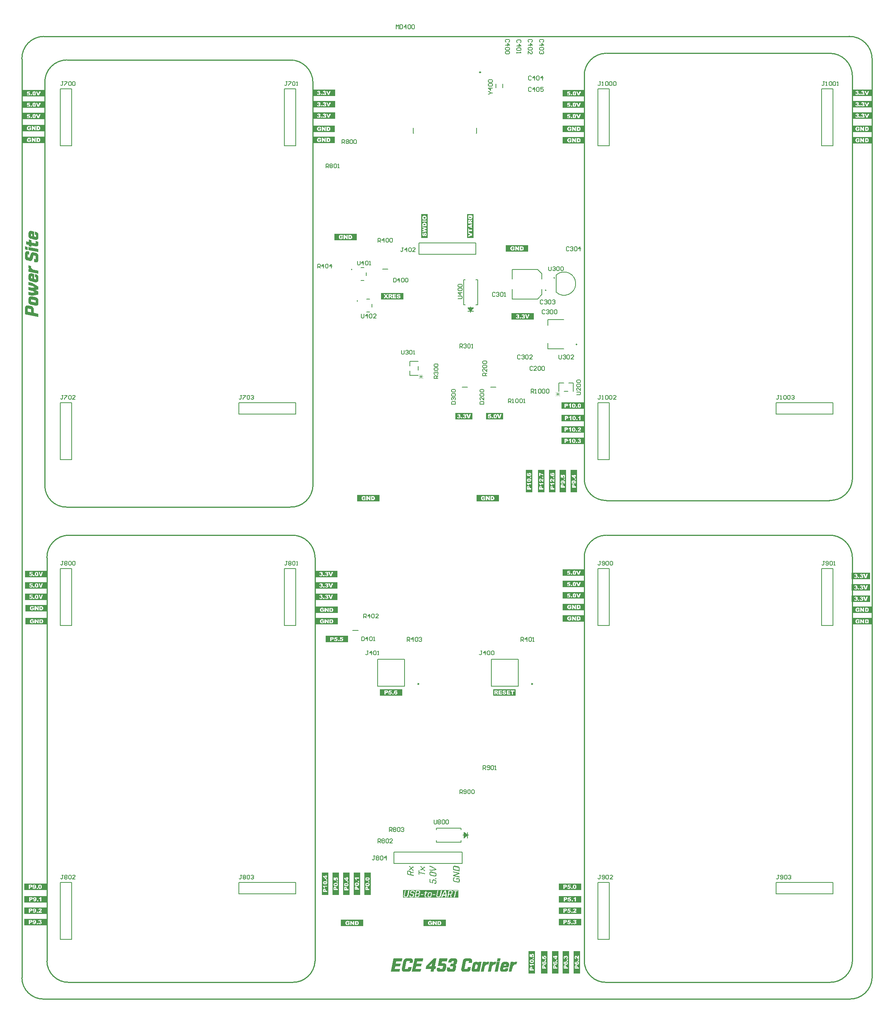
<source format=gto>
G04*
G04 #@! TF.GenerationSoftware,Altium Limited,Altium Designer,21.0.9 (235)*
G04*
G04 Layer_Color=65535*
%FSLAX25Y25*%
%MOIN*%
G70*
G04*
G04 #@! TF.SameCoordinates,9EEF2FA0-A7D9-48CE-A635-C582822CA6DE*
G04*
G04*
G04 #@! TF.FilePolarity,Positive*
G04*
G01*
G75*
%ADD10C,0.00787*%
%ADD11C,0.00500*%
%ADD12C,0.00984*%
%ADD13C,0.01000*%
%ADD14C,0.00800*%
%ADD15C,0.00600*%
%ADD16C,0.00300*%
G36*
X746418Y369702D02*
X730076D01*
Y375379D01*
X746418D01*
Y369702D01*
D02*
G37*
G36*
X22144Y75848D02*
X2460D01*
Y81526D01*
X22144D01*
Y75848D01*
D02*
G37*
G36*
X314842Y438071D02*
X295158D01*
Y443748D01*
X314842D01*
Y438071D01*
D02*
G37*
G36*
X22144Y65848D02*
X2460D01*
Y71526D01*
X22144D01*
Y65848D01*
D02*
G37*
G36*
X747500Y773944D02*
X731158D01*
Y779621D01*
X747500D01*
Y773944D01*
D02*
G37*
G36*
X495656Y362604D02*
X475972D01*
Y368282D01*
X495656D01*
Y362604D01*
D02*
G37*
G36*
X279290Y112118D02*
Y92434D01*
X273612D01*
Y112118D01*
X279290D01*
D02*
G37*
G36*
X495656Y372604D02*
X475972D01*
Y378282D01*
X495656D01*
Y372604D01*
D02*
G37*
G36*
X351443Y117662D02*
X351447D01*
X351456Y117658D01*
X351475Y117653D01*
X351498Y117644D01*
X351530Y117635D01*
X351563Y117621D01*
X351604Y117598D01*
X351651Y117575D01*
X351697Y117547D01*
X351747Y117515D01*
X351803Y117473D01*
X351858Y117427D01*
X351918Y117371D01*
X351978Y117311D01*
X352039Y117242D01*
X352099Y117163D01*
X352875Y116142D01*
X353679Y116882D01*
X353683Y116886D01*
X353693Y116895D01*
X353711Y116909D01*
X353734Y116923D01*
X353766Y116946D01*
X353803Y116965D01*
X353845Y116988D01*
X353891Y117011D01*
X353942Y117034D01*
X353997Y117052D01*
X354058Y117066D01*
X354122Y117080D01*
X354191Y117089D01*
X354261D01*
X354335Y117085D01*
X354413Y117071D01*
X355000Y116946D01*
Y116226D01*
X354459Y116341D01*
X354455D01*
X354450D01*
X354436Y116346D01*
X354418D01*
X354376Y116350D01*
X354316Y116346D01*
X354256Y116336D01*
X354187Y116318D01*
X354118Y116286D01*
X354085Y116267D01*
X354053Y116239D01*
X353291Y115533D01*
X354095Y114544D01*
X354104Y114534D01*
X354127Y114511D01*
X354164Y114479D01*
X354205Y114437D01*
X354261Y114396D01*
X354312Y114359D01*
X354367Y114331D01*
X354418Y114313D01*
X355000Y114188D01*
Y113458D01*
X354395Y113583D01*
X354390D01*
X354376Y113587D01*
X354358Y113592D01*
X354326Y113601D01*
X354293Y113615D01*
X354252Y113634D01*
X354205Y113652D01*
X354154Y113680D01*
X354099Y113712D01*
X354044Y113744D01*
X353984Y113791D01*
X353919Y113837D01*
X353859Y113892D01*
X353794Y113952D01*
X353730Y114022D01*
X353669Y114096D01*
X352875Y115144D01*
X352126Y114451D01*
X352122Y114447D01*
X352113Y114437D01*
X352094Y114424D01*
X352071Y114410D01*
X352043Y114387D01*
X352006Y114364D01*
X351965Y114340D01*
X351918Y114317D01*
X351868Y114299D01*
X351812Y114276D01*
X351752Y114262D01*
X351687Y114248D01*
X351613Y114243D01*
X351540Y114239D01*
X351466Y114248D01*
X351382Y114262D01*
X350819Y114377D01*
Y115103D01*
X351336Y114992D01*
X351341D01*
X351346D01*
X351359Y114987D01*
X351378D01*
X351424Y114983D01*
X351480Y114987D01*
X351549Y114997D01*
X351618Y115015D01*
X351687Y115047D01*
X351720Y115066D01*
X351752Y115094D01*
X352459Y115750D01*
X351669Y116729D01*
X351660Y116738D01*
X351641Y116757D01*
X351613Y116785D01*
X351572Y116817D01*
X351526Y116854D01*
X351470Y116886D01*
X351410Y116919D01*
X351350Y116937D01*
X350819Y117057D01*
Y117787D01*
X351443Y117662D01*
D02*
G37*
G36*
X349913Y114036D02*
Y112534D01*
X355000Y111453D01*
Y110644D01*
X349913Y111726D01*
Y110206D01*
X349206Y110363D01*
Y114197D01*
X349913Y114036D01*
D02*
G37*
G36*
X747500Y793944D02*
X731158D01*
Y799621D01*
X747500D01*
Y793944D01*
D02*
G37*
G36*
X462500Y23516D02*
X456823D01*
Y43200D01*
X462500D01*
Y23516D01*
D02*
G37*
G36*
X288579Y92434D02*
X282902D01*
Y112118D01*
X288579D01*
Y92434D01*
D02*
G37*
G36*
X275691Y762435D02*
X256007D01*
Y768112D01*
X275691D01*
Y762435D01*
D02*
G37*
G36*
X357303Y669504D02*
X351626D01*
Y690496D01*
X357303D01*
Y669504D01*
D02*
G37*
G36*
X397500Y669504D02*
X391823D01*
Y690496D01*
X397500D01*
Y669504D01*
D02*
G37*
G36*
X275842Y773944D02*
X256158D01*
Y779621D01*
X275842D01*
Y773944D01*
D02*
G37*
G36*
X460000Y465700D02*
Y446017D01*
X454323D01*
Y465700D01*
X460000D01*
D02*
G37*
G36*
X22824Y371444D02*
X3140D01*
Y377121D01*
X22824D01*
Y371444D01*
D02*
G37*
G36*
X294849Y667435D02*
X275165D01*
Y673112D01*
X294849D01*
Y667435D01*
D02*
G37*
G36*
X20656Y773589D02*
X972D01*
Y779266D01*
X20656D01*
Y773589D01*
D02*
G37*
G36*
X396725Y510000D02*
X381749D01*
Y515677D01*
X396725D01*
Y510000D01*
D02*
G37*
G36*
X488754Y446017D02*
X483077D01*
Y465700D01*
X488754D01*
Y446017D01*
D02*
G37*
G36*
X472240Y43200D02*
Y23516D01*
X466563D01*
Y43200D01*
X472240D01*
D02*
G37*
G36*
X20656Y783589D02*
X972D01*
Y789266D01*
X20656D01*
Y783589D01*
D02*
G37*
G36*
X434486Y267500D02*
X414803D01*
Y273177D01*
X434486D01*
Y267500D01*
D02*
G37*
G36*
X495656Y793589D02*
X475972D01*
Y799266D01*
X495656D01*
Y793589D01*
D02*
G37*
G36*
X494644Y508348D02*
X474960D01*
Y514026D01*
X494644D01*
Y508348D01*
D02*
G37*
G36*
X384381Y96858D02*
Y90000D01*
X335619D01*
Y96858D01*
X384381D01*
D02*
G37*
G36*
X747500Y329935D02*
X731007D01*
Y335612D01*
X747500D01*
Y329935D01*
D02*
G37*
G36*
X307158Y92434D02*
X301481D01*
Y112118D01*
X307158D01*
Y92434D01*
D02*
G37*
G36*
X747500Y783944D02*
X731158D01*
Y789621D01*
X747500D01*
Y783944D01*
D02*
G37*
G36*
X495691Y332500D02*
X476007D01*
Y338177D01*
X495691D01*
Y332500D01*
D02*
G37*
G36*
X492144Y96774D02*
X472460D01*
Y102451D01*
X492144D01*
Y96774D01*
D02*
G37*
G36*
X341443Y117863D02*
X341447D01*
X341457Y117859D01*
X341475Y117854D01*
X341498Y117845D01*
X341530Y117835D01*
X341563Y117822D01*
X341604Y117799D01*
X341651Y117775D01*
X341697Y117748D01*
X341747Y117715D01*
X341803Y117674D01*
X341858Y117628D01*
X341918Y117572D01*
X341979Y117512D01*
X342039Y117443D01*
X342099Y117364D01*
X342875Y116343D01*
X343679Y117082D01*
X343683Y117087D01*
X343692Y117096D01*
X343711Y117110D01*
X343734Y117124D01*
X343766Y117147D01*
X343803Y117166D01*
X343845Y117189D01*
X343891Y117212D01*
X343942Y117235D01*
X343998Y117253D01*
X344057Y117267D01*
X344122Y117281D01*
X344192Y117290D01*
X344261D01*
X344335Y117286D01*
X344413Y117272D01*
X345000Y117147D01*
Y116426D01*
X344460Y116542D01*
X344455D01*
X344450D01*
X344436Y116546D01*
X344418D01*
X344376Y116551D01*
X344316Y116546D01*
X344256Y116537D01*
X344187Y116519D01*
X344118Y116487D01*
X344085Y116468D01*
X344053Y116440D01*
X343291Y115733D01*
X344094Y114745D01*
X344104Y114735D01*
X344127Y114712D01*
X344164Y114680D01*
X344205Y114638D01*
X344261Y114597D01*
X344312Y114560D01*
X344367Y114532D01*
X344418Y114514D01*
X345000Y114389D01*
Y113659D01*
X344395Y113784D01*
X344390D01*
X344376Y113788D01*
X344358Y113793D01*
X344325Y113802D01*
X344293Y113816D01*
X344252Y113835D01*
X344205Y113853D01*
X344155Y113881D01*
X344099Y113913D01*
X344044Y113945D01*
X343984Y113992D01*
X343919Y114038D01*
X343859Y114093D01*
X343794Y114153D01*
X343729Y114223D01*
X343670Y114297D01*
X342875Y115345D01*
X342126Y114652D01*
X342122Y114648D01*
X342112Y114638D01*
X342094Y114625D01*
X342071Y114611D01*
X342043Y114588D01*
X342006Y114565D01*
X341965Y114541D01*
X341918Y114518D01*
X341868Y114500D01*
X341812Y114477D01*
X341752Y114463D01*
X341687Y114449D01*
X341614Y114444D01*
X341540Y114440D01*
X341466Y114449D01*
X341383Y114463D01*
X340819Y114578D01*
Y115304D01*
X341336Y115193D01*
X341341D01*
X341346D01*
X341359Y115188D01*
X341378D01*
X341424Y115184D01*
X341480Y115188D01*
X341549Y115198D01*
X341618Y115216D01*
X341687Y115248D01*
X341720Y115267D01*
X341752Y115295D01*
X342459Y115951D01*
X341669Y116930D01*
X341660Y116939D01*
X341641Y116958D01*
X341614Y116985D01*
X341572Y117018D01*
X341526Y117055D01*
X341470Y117087D01*
X341410Y117119D01*
X341350Y117138D01*
X340819Y117258D01*
Y117988D01*
X341443Y117863D01*
D02*
G37*
G36*
X340361Y113848D02*
X340477Y113835D01*
X340602Y113812D01*
X341590Y113604D01*
X341595D01*
X341600Y113599D01*
X341614D01*
X341632Y113594D01*
X341678Y113581D01*
X341738Y113557D01*
X341812Y113530D01*
X341895Y113493D01*
X341983Y113451D01*
X342080Y113396D01*
X342173Y113336D01*
X342270Y113262D01*
X342357Y113179D01*
X342441Y113082D01*
X342519Y112975D01*
X342584Y112855D01*
X342635Y112721D01*
X342653Y112647D01*
X342667Y112573D01*
X345000Y112906D01*
Y112033D01*
X342690Y111742D01*
Y110411D01*
X345000Y109922D01*
Y109113D01*
X339207Y110346D01*
Y112763D01*
X339211Y112809D01*
X339216Y112864D01*
X339225Y112929D01*
X339239Y112998D01*
X339253Y113077D01*
X339271Y113155D01*
X339294Y113234D01*
X339322Y113317D01*
X339359Y113396D01*
X339401Y113474D01*
X339447Y113543D01*
X339502Y113608D01*
X339567Y113668D01*
X339571Y113673D01*
X339585Y113682D01*
X339604Y113696D01*
X339632Y113710D01*
X339668Y113728D01*
X339715Y113751D01*
X339770Y113775D01*
X339830Y113793D01*
X339899Y113812D01*
X339973Y113830D01*
X340061Y113844D01*
X340154Y113848D01*
X340255Y113853D01*
X340361Y113848D01*
D02*
G37*
G36*
X450622Y597682D02*
X430938D01*
Y603359D01*
X450622D01*
Y597682D01*
D02*
G37*
G36*
X277824Y361444D02*
X258140D01*
Y367121D01*
X277824D01*
Y361444D01*
D02*
G37*
G36*
X20656Y763089D02*
X972D01*
Y768766D01*
X20656D01*
Y763089D01*
D02*
G37*
G36*
X277824Y351444D02*
X258140D01*
Y357121D01*
X277824D01*
Y351444D01*
D02*
G37*
G36*
X22144Y96774D02*
X2460D01*
Y102451D01*
X22144D01*
Y96774D01*
D02*
G37*
G36*
X297868Y92434D02*
X292191D01*
Y112118D01*
X297868D01*
Y92434D01*
D02*
G37*
G36*
X492144Y65848D02*
X472460D01*
Y71526D01*
X492144D01*
Y65848D01*
D02*
G37*
G36*
X423725Y510000D02*
X408749D01*
Y515677D01*
X423725D01*
Y510000D01*
D02*
G37*
G36*
X451726Y23516D02*
X446049D01*
Y43200D01*
X451726D01*
Y23516D01*
D02*
G37*
G36*
X747500Y340000D02*
X731007D01*
Y345677D01*
X747500D01*
Y340000D01*
D02*
G37*
G36*
X20656Y793589D02*
X972D01*
Y799266D01*
X20656D01*
Y793589D01*
D02*
G37*
G36*
X449226Y446017D02*
X443549D01*
Y465700D01*
X449226D01*
Y446017D01*
D02*
G37*
G36*
X380885Y118036D02*
X381009Y118023D01*
X381139Y117999D01*
X384202Y117348D01*
X384206D01*
X384229Y117343D01*
X384257Y117334D01*
X384299Y117325D01*
X384345Y117306D01*
X384400Y117288D01*
X384465Y117265D01*
X384534Y117237D01*
X384604Y117209D01*
X384678Y117173D01*
X384752Y117131D01*
X384825Y117085D01*
X384899Y117034D01*
X384973Y116979D01*
X385038Y116918D01*
X385103Y116849D01*
X385107Y116844D01*
X385116Y116831D01*
X385130Y116812D01*
X385153Y116780D01*
X385176Y116743D01*
X385204Y116701D01*
X385232Y116646D01*
X385260Y116590D01*
X385292Y116521D01*
X385320Y116452D01*
X385347Y116373D01*
X385370Y116286D01*
X385394Y116193D01*
X385407Y116096D01*
X385417Y115994D01*
X385421Y115888D01*
Y113148D01*
X379628Y114382D01*
Y116840D01*
X379632Y116877D01*
Y116928D01*
X379642Y116983D01*
X379651Y117052D01*
X379660Y117126D01*
X379679Y117209D01*
X379697Y117293D01*
X379725Y117380D01*
X379757Y117464D01*
X379794Y117551D01*
X379840Y117630D01*
X379896Y117709D01*
X379956Y117778D01*
X380025Y117842D01*
X380030Y117847D01*
X380044Y117856D01*
X380067Y117870D01*
X380099Y117889D01*
X380136Y117912D01*
X380187Y117935D01*
X380247Y117958D01*
X380312Y117981D01*
X380386Y117999D01*
X380469Y118018D01*
X380561Y118032D01*
X380658Y118041D01*
X380769Y118046D01*
X380885Y118036D01*
D02*
G37*
G36*
X385421Y111846D02*
Y111120D01*
X381092Y109563D01*
X385421Y108649D01*
Y107900D01*
X379628Y109134D01*
Y109854D01*
X383952Y111402D01*
X379628Y112335D01*
Y113075D01*
X385421Y111846D01*
D02*
G37*
G36*
X380769Y107909D02*
X380885Y107891D01*
X381009Y107868D01*
X381356Y107785D01*
Y106985D01*
X380834Y107101D01*
X380829D01*
X380811Y107106D01*
X380783Y107110D01*
X380750D01*
X380709Y107115D01*
X380663Y107110D01*
X380612Y107106D01*
X380561Y107092D01*
X380515Y107073D01*
X380464Y107050D01*
X380418Y107013D01*
X380376Y106967D01*
X380344Y106912D01*
X380316Y106842D01*
X380298Y106759D01*
X380293Y106662D01*
Y105442D01*
X380298Y105419D01*
X380302Y105387D01*
X380307Y105350D01*
X380316Y105308D01*
X380330Y105262D01*
X380353Y105211D01*
X380376Y105160D01*
X380409Y105110D01*
X380446Y105063D01*
X380492Y105017D01*
X380543Y104971D01*
X380607Y104934D01*
X380677Y104906D01*
X380760Y104883D01*
X384215Y104149D01*
X384220D01*
X384239Y104144D01*
X384266D01*
X384299Y104139D01*
X384340D01*
X384386D01*
X384437Y104149D01*
X384484Y104158D01*
X384534Y104176D01*
X384585Y104204D01*
X384631Y104236D01*
X384673Y104283D01*
X384705Y104338D01*
X384733Y104408D01*
X384752Y104486D01*
X384756Y104583D01*
Y105807D01*
X384752Y105835D01*
X384747Y105863D01*
X384742Y105904D01*
X384733Y105946D01*
X384719Y105992D01*
X384696Y106038D01*
X384673Y106089D01*
X384645Y106140D01*
X384604Y106186D01*
X384562Y106232D01*
X384507Y106274D01*
X384447Y106311D01*
X384377Y106339D01*
X384294Y106362D01*
X383194Y106597D01*
Y105632D01*
X382548Y105766D01*
Y107517D01*
X384349Y107152D01*
X384354D01*
X384363Y107147D01*
X384377D01*
X384396Y107138D01*
X384423Y107133D01*
X384451Y107124D01*
X384520Y107096D01*
X384604Y107064D01*
X384701Y107022D01*
X384798Y106967D01*
X384899Y106898D01*
X385005Y106819D01*
X385103Y106722D01*
X385200Y106616D01*
X385283Y106491D01*
X385352Y106348D01*
X385380Y106269D01*
X385407Y106186D01*
X385426Y106103D01*
X385440Y106011D01*
X385449Y105914D01*
X385454Y105812D01*
Y104463D01*
X385449Y104426D01*
Y104380D01*
X385444Y104324D01*
X385435Y104260D01*
X385421Y104190D01*
X385407Y104116D01*
X385389Y104038D01*
X385366Y103955D01*
X385338Y103876D01*
X385301Y103793D01*
X385260Y103719D01*
X385213Y103645D01*
X385158Y103580D01*
X385093Y103520D01*
X385089Y103516D01*
X385075Y103507D01*
X385056Y103493D01*
X385024Y103479D01*
X384987Y103456D01*
X384941Y103437D01*
X384890Y103414D01*
X384825Y103396D01*
X384756Y103373D01*
X384678Y103359D01*
X384594Y103345D01*
X384497Y103336D01*
X384396D01*
X384289Y103340D01*
X384169Y103354D01*
X384045Y103377D01*
X380700Y104093D01*
X380695D01*
X380686Y104098D01*
X380672Y104103D01*
X380654Y104107D01*
X380626Y104112D01*
X380598Y104121D01*
X380529Y104149D01*
X380446Y104181D01*
X380349Y104227D01*
X380252Y104283D01*
X380145Y104352D01*
X380044Y104431D01*
X379947Y104528D01*
X379850Y104634D01*
X379767Y104759D01*
X379697Y104902D01*
X379669Y104980D01*
X379642Y105059D01*
X379623Y105147D01*
X379609Y105239D01*
X379600Y105332D01*
X379595Y105433D01*
Y106819D01*
X379600Y106865D01*
X379605Y106925D01*
X379614Y106985D01*
X379628Y107059D01*
X379642Y107133D01*
X379660Y107216D01*
X379683Y107295D01*
X379716Y107378D01*
X379748Y107457D01*
X379790Y107535D01*
X379840Y107609D01*
X379896Y107674D01*
X379960Y107734D01*
X379965Y107738D01*
X379979Y107748D01*
X379997Y107762D01*
X380030Y107775D01*
X380067Y107799D01*
X380113Y107817D01*
X380164Y107840D01*
X380228Y107859D01*
X380298Y107877D01*
X380376Y107896D01*
X380464Y107905D01*
X380557Y107914D01*
X380658D01*
X380769Y107909D01*
D02*
G37*
G36*
X278191Y329935D02*
X258507D01*
Y335612D01*
X278191D01*
Y329935D01*
D02*
G37*
G36*
X275842Y793944D02*
X256158D01*
Y799621D01*
X275842D01*
Y793944D01*
D02*
G37*
G36*
X335842Y615398D02*
X316158D01*
Y621075D01*
X335842D01*
Y615398D01*
D02*
G37*
G36*
X445691Y657435D02*
X426007D01*
Y663112D01*
X445691D01*
Y657435D01*
D02*
G37*
G36*
X20691Y752710D02*
X1007D01*
Y758388D01*
X20691D01*
Y752710D01*
D02*
G37*
G36*
X334842Y267500D02*
X315158D01*
Y273177D01*
X334842D01*
Y267500D01*
D02*
G37*
G36*
X492144Y85848D02*
X472460D01*
Y91526D01*
X492144D01*
Y85848D01*
D02*
G37*
G36*
Y75848D02*
X472460D01*
Y81526D01*
X492144D01*
Y75848D01*
D02*
G37*
G36*
X746418Y359702D02*
X730076D01*
Y365379D01*
X746418D01*
Y359702D01*
D02*
G37*
G36*
X494644Y488348D02*
X474960D01*
Y494026D01*
X494644D01*
Y488348D01*
D02*
G37*
G36*
X495691Y762435D02*
X476007D01*
Y768112D01*
X495691D01*
Y762435D01*
D02*
G37*
G36*
X747500D02*
X731007D01*
Y768112D01*
X747500D01*
Y762435D01*
D02*
G37*
G36*
X479030Y446017D02*
X473352D01*
Y465700D01*
X479030D01*
Y446017D01*
D02*
G37*
G36*
X275691Y752710D02*
X256007D01*
Y758388D01*
X275691D01*
Y752710D01*
D02*
G37*
G36*
X494644Y519274D02*
X474960D01*
Y524951D01*
X494644D01*
Y519274D01*
D02*
G37*
G36*
X23191Y341451D02*
X3507D01*
Y347128D01*
X23191D01*
Y341451D01*
D02*
G37*
G36*
X746418Y349702D02*
X730076D01*
Y355379D01*
X746418D01*
Y349702D01*
D02*
G37*
G36*
X287144Y314274D02*
X267460D01*
Y319951D01*
X287144D01*
Y314274D01*
D02*
G37*
G36*
X495656Y783589D02*
X475972D01*
Y789266D01*
X495656D01*
Y783589D01*
D02*
G37*
G36*
X278191Y339935D02*
X258507D01*
Y345612D01*
X278191D01*
Y339935D01*
D02*
G37*
G36*
X300691Y64935D02*
X281007D01*
Y70612D01*
X300691D01*
Y64935D01*
D02*
G37*
G36*
X419842Y438071D02*
X400158D01*
Y443748D01*
X419842D01*
Y438071D01*
D02*
G37*
G36*
X270000Y92434D02*
X264323D01*
Y112118D01*
X270000D01*
Y92434D01*
D02*
G37*
G36*
X481530Y23516D02*
X475852D01*
Y43200D01*
X481530D01*
Y23516D01*
D02*
G37*
G36*
X22144Y85848D02*
X2460D01*
Y91526D01*
X22144D01*
Y85848D01*
D02*
G37*
G36*
X747500Y752435D02*
X731007D01*
Y758112D01*
X747500D01*
Y752435D01*
D02*
G37*
G36*
X469740Y446017D02*
X464063D01*
Y465700D01*
X469740D01*
Y446017D01*
D02*
G37*
G36*
X360355Y117757D02*
X360359D01*
X360364Y117752D01*
X360378D01*
X360392Y117748D01*
X360438Y117734D01*
X360498Y117711D01*
X360572Y117683D01*
X360655Y117646D01*
X360752Y117604D01*
X360854Y117549D01*
X364818Y115221D01*
Y114371D01*
X360854Y113724D01*
X360849D01*
X360840D01*
X360826Y113719D01*
X360803D01*
X360780D01*
X360752Y113715D01*
X360683Y113710D01*
X360604D01*
X360521Y113715D01*
X360438Y113724D01*
X360355Y113738D01*
X359024Y114019D01*
Y114819D01*
X360253Y114560D01*
X360258D01*
X360262D01*
X360276Y114555D01*
X360295Y114551D01*
X360346Y114541D01*
X360401Y114537D01*
X360470Y114528D01*
X360540Y114523D01*
X360613D01*
X360678Y114528D01*
X363861Y114976D01*
X360660Y116814D01*
X360650Y116819D01*
X360632Y116828D01*
X360595Y116847D01*
X360549Y116870D01*
X360493Y116893D01*
X360420Y116916D01*
X360341Y116944D01*
X360253Y116967D01*
X359024Y117230D01*
Y118039D01*
X360355Y117757D01*
D02*
G37*
G36*
X360165Y112975D02*
X360281Y112961D01*
X360406Y112938D01*
X363746Y112222D01*
X363751D01*
X363760Y112218D01*
X363774D01*
X363792Y112208D01*
X363820Y112204D01*
X363847Y112195D01*
X363917Y112167D01*
X364000Y112134D01*
X364097Y112093D01*
X364194Y112037D01*
X364296Y111968D01*
X364402Y111890D01*
X364499Y111797D01*
X364596Y111686D01*
X364679Y111562D01*
X364748Y111418D01*
X364776Y111344D01*
X364804Y111261D01*
X364822Y111173D01*
X364836Y111086D01*
X364845Y110989D01*
X364850Y110887D01*
Y109737D01*
X364845Y109700D01*
Y109653D01*
X364841Y109598D01*
X364832Y109533D01*
X364818Y109464D01*
X364804Y109386D01*
X364785Y109307D01*
X364762Y109224D01*
X364730Y109145D01*
X364698Y109067D01*
X364656Y108988D01*
X364605Y108914D01*
X364550Y108850D01*
X364485Y108790D01*
X364480Y108785D01*
X364467Y108776D01*
X364448Y108762D01*
X364416Y108748D01*
X364379Y108725D01*
X364333Y108706D01*
X364282Y108683D01*
X364217Y108660D01*
X364148Y108642D01*
X364069Y108628D01*
X363986Y108614D01*
X363889Y108605D01*
X363787Y108600D01*
X363681Y108609D01*
X363566Y108619D01*
X363441Y108642D01*
X360096Y109353D01*
X360091D01*
X360082Y109358D01*
X360068D01*
X360050Y109367D01*
X360022Y109372D01*
X359994Y109381D01*
X359925Y109409D01*
X359842Y109441D01*
X359745Y109487D01*
X359648Y109543D01*
X359542Y109607D01*
X359440Y109690D01*
X359343Y109783D01*
X359246Y109894D01*
X359163Y110019D01*
X359093Y110162D01*
X359066Y110236D01*
X359038Y110319D01*
X359020Y110406D01*
X359006Y110494D01*
X358997Y110591D01*
X358992Y110693D01*
Y111890D01*
X358997Y111936D01*
X359001Y111991D01*
X359010Y112056D01*
X359024Y112125D01*
X359038Y112204D01*
X359057Y112282D01*
X359080Y112361D01*
X359112Y112444D01*
X359144Y112522D01*
X359186Y112601D01*
X359237Y112670D01*
X359292Y112735D01*
X359357Y112795D01*
X359362Y112800D01*
X359375Y112809D01*
X359394Y112823D01*
X359426Y112837D01*
X359463Y112855D01*
X359509Y112878D01*
X359560Y112901D01*
X359625Y112920D01*
X359694Y112938D01*
X359773Y112957D01*
X359860Y112971D01*
X359953Y112975D01*
X360054Y112980D01*
X360165Y112975D01*
D02*
G37*
G36*
X364818Y107159D02*
Y106332D01*
X363829Y106535D01*
Y107376D01*
X364818Y107159D01*
D02*
G37*
G36*
X359740Y106415D02*
Y103916D01*
X361344Y103574D01*
Y104941D01*
X361348Y104987D01*
X361353Y105047D01*
X361362Y105112D01*
X361371Y105181D01*
X361385Y105260D01*
X361403Y105338D01*
X361427Y105422D01*
X361454Y105505D01*
X361491Y105583D01*
X361528Y105662D01*
X361575Y105736D01*
X361630Y105800D01*
X361690Y105860D01*
X361695Y105865D01*
X361704Y105874D01*
X361727Y105888D01*
X361755Y105902D01*
X361787Y105925D01*
X361833Y105944D01*
X361884Y105967D01*
X361944Y105990D01*
X362009Y106008D01*
X362083Y106027D01*
X362166Y106036D01*
X362258Y106045D01*
X362355Y106050D01*
X362461Y106045D01*
X362572Y106031D01*
X362692Y106008D01*
X363764Y105777D01*
X363769D01*
X363778Y105773D01*
X363792D01*
X363810Y105763D01*
X363834Y105759D01*
X363866Y105750D01*
X363935Y105722D01*
X364014Y105690D01*
X364106Y105643D01*
X364208Y105588D01*
X364305Y105523D01*
X364406Y105440D01*
X364508Y105348D01*
X364596Y105237D01*
X364679Y105112D01*
X364748Y104973D01*
X364781Y104895D01*
X364804Y104812D01*
X364822Y104724D01*
X364836Y104636D01*
X364845Y104539D01*
X364850Y104437D01*
Y103269D01*
X364845Y103232D01*
Y103190D01*
X364841Y103135D01*
X364832Y103070D01*
X364822Y103001D01*
X364809Y102927D01*
X364790Y102848D01*
X364767Y102770D01*
X364739Y102691D01*
X364707Y102613D01*
X364665Y102539D01*
X364619Y102465D01*
X364568Y102400D01*
X364508Y102340D01*
X364504Y102335D01*
X364490Y102326D01*
X364471Y102312D01*
X364443Y102298D01*
X364406Y102275D01*
X364365Y102257D01*
X364314Y102234D01*
X364254Y102211D01*
X364189Y102192D01*
X364116Y102174D01*
X364037Y102160D01*
X363949Y102151D01*
X363852Y102146D01*
X363751Y102151D01*
X363644Y102164D01*
X363529Y102183D01*
X363224Y102252D01*
Y103042D01*
X363681Y102950D01*
X363686D01*
X363704Y102945D01*
X363727D01*
X363760Y102941D01*
X363797D01*
X363838Y102945D01*
X363880Y102954D01*
X363926Y102968D01*
X363972Y102987D01*
X364014Y103015D01*
X364055Y103047D01*
X364092Y103093D01*
X364125Y103148D01*
X364148Y103213D01*
X364166Y103296D01*
X364171Y103389D01*
Y104414D01*
X364166Y104442D01*
X364162Y104470D01*
X364157Y104511D01*
X364148Y104553D01*
X364134Y104599D01*
X364116Y104645D01*
X364092Y104696D01*
X364060Y104747D01*
X364023Y104793D01*
X363982Y104840D01*
X363931Y104881D01*
X363871Y104918D01*
X363801Y104946D01*
X363723Y104969D01*
X362540Y105227D01*
X362535D01*
X362517Y105232D01*
X362494Y105237D01*
X362461D01*
X362420D01*
X362378D01*
X362332Y105227D01*
X362286Y105218D01*
X362240Y105200D01*
X362193Y105172D01*
X362147Y105135D01*
X362110Y105094D01*
X362078Y105034D01*
X362055Y104969D01*
X362036Y104886D01*
X362032Y104789D01*
Y102640D01*
X359024Y103282D01*
Y106567D01*
X359740Y106415D01*
D02*
G37*
G36*
X491254Y23516D02*
X485577D01*
Y43200D01*
X491254D01*
Y23516D01*
D02*
G37*
G36*
X22824Y351444D02*
X3140D01*
Y357121D01*
X22824D01*
Y351444D01*
D02*
G37*
G36*
X277824Y371444D02*
X258140D01*
Y377121D01*
X277824D01*
Y371444D01*
D02*
G37*
G36*
X23191Y329935D02*
X3507D01*
Y335612D01*
X23191D01*
Y329935D01*
D02*
G37*
G36*
X494644Y498348D02*
X474960D01*
Y504026D01*
X494644D01*
Y498348D01*
D02*
G37*
G36*
X373191Y64935D02*
X353507D01*
Y70612D01*
X373191D01*
Y64935D01*
D02*
G37*
G36*
X275842Y783944D02*
X256158D01*
Y789621D01*
X275842D01*
Y783944D01*
D02*
G37*
G36*
X495656Y352604D02*
X475972D01*
Y358282D01*
X495656D01*
Y352604D01*
D02*
G37*
G36*
X22824Y361444D02*
X3140D01*
Y367121D01*
X22824D01*
Y361444D01*
D02*
G37*
G36*
X495691Y752435D02*
X476007D01*
Y758112D01*
X495691D01*
Y752435D01*
D02*
G37*
G36*
Y342500D02*
X476007D01*
Y348177D01*
X495691D01*
Y342500D01*
D02*
G37*
G36*
X495656Y773589D02*
X475972D01*
Y779266D01*
X495656D01*
Y773589D01*
D02*
G37*
G36*
X8775Y675628D02*
X9006Y675600D01*
X9265Y675554D01*
X11411Y675092D01*
Y670679D01*
X12697Y670402D01*
X12706D01*
X12724Y670393D01*
X12752D01*
X12789D01*
X12826Y670411D01*
X12854Y670439D01*
X12873Y670494D01*
X12882Y670577D01*
Y671919D01*
X12873Y671974D01*
X12854Y672030D01*
X12826Y672094D01*
X12780Y672150D01*
X12724Y672196D01*
X12651Y672224D01*
X12021Y672335D01*
Y674925D01*
X12928Y674777D01*
X12937D01*
X12974Y674768D01*
X13021Y674749D01*
X13094Y674731D01*
X13178Y674703D01*
X13280Y674675D01*
X13381Y674629D01*
X13501Y674583D01*
X13751Y674463D01*
X13890Y674389D01*
X14019Y674305D01*
X14149Y674203D01*
X14269Y674102D01*
X14390Y673991D01*
X14501Y673861D01*
X14510Y673852D01*
X14528Y673834D01*
X14556Y673787D01*
X14584Y673741D01*
X14630Y673667D01*
X14676Y673584D01*
X14732Y673491D01*
X14778Y673380D01*
X14833Y673260D01*
X14889Y673121D01*
X14935Y672983D01*
X14972Y672825D01*
X15009Y672659D01*
X15037Y672483D01*
X15055Y672289D01*
X15065Y672094D01*
Y670087D01*
X15055Y670013D01*
Y669921D01*
X15037Y669801D01*
X15028Y669671D01*
X15000Y669523D01*
X14972Y669366D01*
X14926Y669199D01*
X14880Y669033D01*
X14815Y668866D01*
X14741Y668700D01*
X14658Y668542D01*
X14556Y668395D01*
X14436Y668256D01*
X14306Y668135D01*
X14297Y668126D01*
X14269Y668108D01*
X14223Y668080D01*
X14167Y668052D01*
X14084Y668006D01*
X13992Y667969D01*
X13881Y667923D01*
X13751Y667876D01*
X13603Y667839D01*
X13446Y667812D01*
X13270Y667784D01*
X13076Y667766D01*
X12873Y667756D01*
X12641Y667775D01*
X12401Y667793D01*
X12151Y667839D01*
X8618Y668589D01*
X8608D01*
X8590Y668598D01*
X8562Y668607D01*
X8516Y668616D01*
X8469Y668626D01*
X8405Y668644D01*
X8266Y668700D01*
X8090Y668774D01*
X7896Y668866D01*
X7693Y668977D01*
X7480Y669116D01*
X7267Y669282D01*
X7063Y669477D01*
X6869Y669708D01*
X6694Y669967D01*
X6555Y670254D01*
X6490Y670420D01*
X6444Y670587D01*
X6397Y670762D01*
X6370Y670957D01*
X6351Y671151D01*
X6342Y671364D01*
Y673371D01*
X6351Y673436D01*
Y673528D01*
X6370Y673649D01*
X6379Y673778D01*
X6407Y673917D01*
X6435Y674074D01*
X6481Y674231D01*
X6527Y674398D01*
X6592Y674564D01*
X6666Y674721D01*
X6749Y674879D01*
X6860Y675027D01*
X6971Y675156D01*
X7110Y675277D01*
X7119Y675286D01*
X7147Y675304D01*
X7193Y675332D01*
X7248Y675360D01*
X7332Y675406D01*
X7424Y675443D01*
X7535Y675489D01*
X7665Y675526D01*
X7803Y675572D01*
X7970Y675600D01*
X8146Y675628D01*
X8340Y675637D01*
X8544Y675646D01*
X8775Y675628D01*
D02*
G37*
G36*
X8821Y667488D02*
Y665472D01*
X12428Y664704D01*
X12438D01*
X12456Y664694D01*
X12512Y664685D01*
X12576D01*
X12604D01*
X12623Y664694D01*
X12632Y664704D01*
X12641Y664732D01*
X12651Y664759D01*
Y664796D01*
X12660Y664833D01*
Y666665D01*
X15000Y666193D01*
Y663871D01*
X14991Y663788D01*
X14981Y663686D01*
X14963Y663575D01*
X14944Y663446D01*
X14917Y663316D01*
X14889Y663177D01*
X14843Y663029D01*
X14787Y662891D01*
X14723Y662743D01*
X14649Y662613D01*
X14565Y662484D01*
X14464Y662363D01*
X14353Y662262D01*
X14343Y662253D01*
X14325Y662243D01*
X14288Y662216D01*
X14232Y662188D01*
X14167Y662151D01*
X14084Y662114D01*
X13992Y662077D01*
X13881Y662040D01*
X13751Y662012D01*
X13612Y661984D01*
X13465Y661957D01*
X13298Y661947D01*
X13113Y661938D01*
X12919Y661947D01*
X12715Y661975D01*
X12493Y662012D01*
X8821Y662845D01*
Y661679D01*
X6471Y662132D01*
Y663298D01*
X4233Y663769D01*
Y666424D01*
X6471Y665952D01*
Y667923D01*
X8821Y667488D01*
D02*
G37*
G36*
X5768Y661577D02*
Y658858D01*
X3299Y659348D01*
Y662068D01*
X5768Y661577D01*
D02*
G37*
G36*
X15000Y659588D02*
Y656943D01*
X6407Y658710D01*
Y661365D01*
X15000Y659588D01*
D02*
G37*
G36*
X5630Y657812D02*
X5880Y657785D01*
X6138Y657738D01*
X7082Y657553D01*
Y654797D01*
X5815Y655028D01*
X5805D01*
X5787Y655037D01*
X5759D01*
X5722D01*
X5685Y655019D01*
X5658Y654982D01*
X5639Y654926D01*
X5630Y654834D01*
Y652614D01*
X5648Y652568D01*
X5667Y652512D01*
X5704Y652457D01*
X5759Y652401D01*
X5843Y652346D01*
X5944Y652309D01*
X7147Y652068D01*
X7156D01*
X7165Y652059D01*
X7211Y652050D01*
X7267D01*
X7313D01*
X7322Y652059D01*
X7341Y652087D01*
X7350Y652114D01*
X7369Y652151D01*
X7387Y652198D01*
X7406Y652262D01*
X8211Y655204D01*
Y655213D01*
X8220Y655232D01*
X8229Y655260D01*
X8238Y655297D01*
X8275Y655389D01*
X8331Y655518D01*
X8395Y655676D01*
X8488Y655842D01*
X8599Y656018D01*
X8728Y656194D01*
X8886Y656360D01*
X9061Y656527D01*
X9265Y656666D01*
X9496Y656786D01*
X9617Y656841D01*
X9755Y656878D01*
X9894Y656906D01*
X10033Y656924D01*
X10190Y656934D01*
X10356D01*
X10523Y656915D01*
X10699Y656887D01*
X12706Y656471D01*
X12715D01*
X12734Y656462D01*
X12762Y656453D01*
X12808Y656444D01*
X12863Y656425D01*
X12928Y656406D01*
X13076Y656351D01*
X13252Y656286D01*
X13455Y656184D01*
X13668Y656064D01*
X13881Y655926D01*
X14103Y655750D01*
X14315Y655546D01*
X14519Y655315D01*
X14695Y655047D01*
X14778Y654908D01*
X14843Y654751D01*
X14908Y654584D01*
X14963Y654409D01*
X15009Y654223D01*
X15037Y654029D01*
X15055Y653826D01*
X15065Y653613D01*
Y650376D01*
X15055Y650302D01*
Y650209D01*
X15046Y650098D01*
X15028Y649959D01*
X15000Y649811D01*
X14972Y649654D01*
X14935Y649497D01*
X14889Y649321D01*
X14824Y649155D01*
X14760Y648988D01*
X14676Y648831D01*
X14574Y648673D01*
X14464Y648535D01*
X14334Y648415D01*
X14325Y648405D01*
X14297Y648387D01*
X14260Y648359D01*
X14195Y648322D01*
X14121Y648285D01*
X14029Y648239D01*
X13918Y648193D01*
X13798Y648146D01*
X13649Y648109D01*
X13492Y648072D01*
X13326Y648044D01*
X13131Y648026D01*
X12937Y648017D01*
X12715Y648026D01*
X12484Y648044D01*
X12234Y648091D01*
X11319Y648285D01*
Y651032D01*
X12475Y650829D01*
X12484D01*
X12503Y650819D01*
X12539D01*
X12567D01*
X12604Y650838D01*
X12641Y650875D01*
X12660Y650931D01*
X12669Y651014D01*
Y653409D01*
X12660Y653446D01*
X12651Y653493D01*
X12623Y653548D01*
X12586Y653604D01*
X12521Y653659D01*
X12438Y653715D01*
X12327Y653752D01*
X10958Y654048D01*
X10949D01*
X10921Y654057D01*
X10884D01*
X10837D01*
X10791Y654048D01*
X10745Y654011D01*
X10699Y653965D01*
X10671Y653881D01*
X9811Y650727D01*
Y650718D01*
X9802Y650690D01*
X9783Y650653D01*
X9764Y650607D01*
X9737Y650542D01*
X9709Y650468D01*
X9626Y650292D01*
X9505Y650098D01*
X9358Y649895D01*
X9274Y649793D01*
X9172Y649691D01*
X9071Y649599D01*
X8951Y649506D01*
X8941Y649497D01*
X8923Y649487D01*
X8886Y649460D01*
X8830Y649432D01*
X8766Y649404D01*
X8692Y649367D01*
X8599Y649330D01*
X8488Y649302D01*
X8377Y649265D01*
X8247Y649238D01*
X8100Y649219D01*
X7952Y649201D01*
X7785D01*
X7609D01*
X7415Y649219D01*
X7221Y649256D01*
X5602Y649599D01*
X5593D01*
X5556Y649608D01*
X5491Y649626D01*
X5417Y649645D01*
X5315Y649682D01*
X5204Y649710D01*
X5084Y649756D01*
X4955Y649811D01*
X4816Y649876D01*
X4668Y649941D01*
X4520Y650024D01*
X4372Y650116D01*
X4233Y650218D01*
X4094Y650329D01*
X3965Y650450D01*
X3844Y650579D01*
X3835Y650588D01*
X3817Y650616D01*
X3789Y650653D01*
X3752Y650718D01*
X3706Y650792D01*
X3650Y650875D01*
X3595Y650977D01*
X3539Y651097D01*
X3484Y651227D01*
X3428Y651374D01*
X3373Y651532D01*
X3326Y651698D01*
X3289Y651883D01*
X3262Y652068D01*
X3243Y652272D01*
X3234Y652485D01*
Y655565D01*
X3243Y655657D01*
X3252Y655778D01*
X3271Y655907D01*
X3299Y656055D01*
X3326Y656212D01*
X3364Y656369D01*
X3410Y656536D01*
X3475Y656712D01*
X3539Y656878D01*
X3622Y657035D01*
X3724Y657184D01*
X3835Y657322D01*
X3965Y657443D01*
X3974Y657452D01*
X4002Y657470D01*
X4039Y657498D01*
X4104Y657535D01*
X4177Y657572D01*
X4270Y657618D01*
X4381Y657664D01*
X4510Y657701D01*
X4659Y657748D01*
X4816Y657775D01*
X4992Y657803D01*
X5186Y657822D01*
X5398D01*
X5630Y657812D01*
D02*
G37*
G36*
X8682Y644863D02*
Y643494D01*
X8692Y643429D01*
X8710Y643345D01*
X8728Y643244D01*
X8766Y643151D01*
X8821Y643049D01*
X8886Y642948D01*
X9857Y641690D01*
X15000Y640598D01*
Y637953D01*
X6407Y639738D01*
Y642162D01*
X7184Y642115D01*
X6730Y642485D01*
X6721Y642494D01*
X6712Y642513D01*
X6694Y642541D01*
X6666Y642578D01*
X6638Y642624D01*
X6610Y642689D01*
X6573Y642763D01*
X6536Y642846D01*
X6499Y642939D01*
X6462Y643040D01*
X6435Y643151D01*
X6407Y643281D01*
X6379Y643410D01*
X6361Y643549D01*
X6342Y643863D01*
Y645316D01*
X8682Y644863D01*
D02*
G37*
G36*
X8775Y638350D02*
X9006Y638323D01*
X9265Y638276D01*
X11411Y637814D01*
Y633402D01*
X12697Y633124D01*
X12706D01*
X12724Y633115D01*
X12752D01*
X12789D01*
X12826Y633134D01*
X12854Y633161D01*
X12873Y633217D01*
X12882Y633300D01*
Y634641D01*
X12873Y634697D01*
X12854Y634752D01*
X12826Y634817D01*
X12780Y634872D01*
X12724Y634919D01*
X12651Y634946D01*
X12021Y635057D01*
Y637647D01*
X12928Y637500D01*
X12937D01*
X12974Y637490D01*
X13021Y637472D01*
X13094Y637453D01*
X13178Y637426D01*
X13280Y637398D01*
X13381Y637352D01*
X13501Y637305D01*
X13751Y637185D01*
X13890Y637111D01*
X14019Y637028D01*
X14149Y636926D01*
X14269Y636824D01*
X14390Y636713D01*
X14501Y636584D01*
X14510Y636575D01*
X14528Y636556D01*
X14556Y636510D01*
X14584Y636463D01*
X14630Y636389D01*
X14676Y636306D01*
X14732Y636214D01*
X14778Y636103D01*
X14833Y635983D01*
X14889Y635844D01*
X14935Y635705D01*
X14972Y635548D01*
X15009Y635381D01*
X15037Y635206D01*
X15055Y635011D01*
X15065Y634817D01*
Y632810D01*
X15055Y632736D01*
Y632643D01*
X15037Y632523D01*
X15028Y632394D01*
X15000Y632245D01*
X14972Y632088D01*
X14926Y631922D01*
X14880Y631755D01*
X14815Y631589D01*
X14741Y631422D01*
X14658Y631265D01*
X14556Y631117D01*
X14436Y630978D01*
X14306Y630858D01*
X14297Y630849D01*
X14269Y630830D01*
X14223Y630802D01*
X14167Y630775D01*
X14084Y630728D01*
X13992Y630691D01*
X13881Y630645D01*
X13751Y630599D01*
X13603Y630562D01*
X13446Y630534D01*
X13270Y630507D01*
X13076Y630488D01*
X12873Y630479D01*
X12641Y630497D01*
X12401Y630516D01*
X12151Y630562D01*
X8618Y631311D01*
X8608D01*
X8590Y631320D01*
X8562Y631330D01*
X8516Y631339D01*
X8469Y631348D01*
X8405Y631367D01*
X8266Y631422D01*
X8090Y631496D01*
X7896Y631589D01*
X7693Y631700D01*
X7480Y631839D01*
X7267Y632005D01*
X7063Y632199D01*
X6869Y632431D01*
X6694Y632690D01*
X6555Y632976D01*
X6490Y633143D01*
X6444Y633309D01*
X6397Y633485D01*
X6370Y633679D01*
X6351Y633874D01*
X6342Y634086D01*
Y636094D01*
X6351Y636158D01*
Y636251D01*
X6370Y636371D01*
X6379Y636501D01*
X6407Y636639D01*
X6435Y636797D01*
X6481Y636954D01*
X6527Y637120D01*
X6592Y637287D01*
X6666Y637444D01*
X6749Y637601D01*
X6860Y637749D01*
X6971Y637879D01*
X7110Y637999D01*
X7119Y638008D01*
X7147Y638027D01*
X7193Y638055D01*
X7248Y638082D01*
X7332Y638129D01*
X7424Y638166D01*
X7535Y638212D01*
X7665Y638249D01*
X7803Y638295D01*
X7970Y638323D01*
X8146Y638350D01*
X8340Y638360D01*
X8544Y638369D01*
X8775Y638350D01*
D02*
G37*
G36*
X9034Y630109D02*
X9043D01*
X9061Y630099D01*
X9089D01*
X9126Y630081D01*
X9228Y630053D01*
X9367Y630007D01*
X9524Y629951D01*
X9691Y629878D01*
X9866Y629785D01*
X10042Y629683D01*
X15000Y626705D01*
Y624133D01*
X12308Y623717D01*
X15000Y622283D01*
Y619712D01*
X9894Y618842D01*
X9885D01*
X9876Y618833D01*
X9820Y618824D01*
X9727Y618805D01*
X9617Y618796D01*
X9487Y618778D01*
X9339D01*
X9191Y618787D01*
X9034Y618805D01*
X6407Y619379D01*
Y621959D01*
X8941Y621469D01*
X8951D01*
X8987Y621460D01*
X9052Y621451D01*
X9126Y621442D01*
X9210Y621432D01*
X9311Y621423D01*
X9515Y621432D01*
X11975Y621719D01*
X9496Y622922D01*
X9487D01*
X9478Y622931D01*
X9422Y622959D01*
X9339Y623005D01*
X9237Y623051D01*
X9126Y623106D01*
X9015Y623153D01*
X8904Y623190D01*
X8821Y623217D01*
X6407Y623736D01*
Y626326D01*
X8913Y625817D01*
X8932D01*
X8978Y625808D01*
X9043Y625798D01*
X9126Y625789D01*
X9311Y625771D01*
X9404D01*
X9487Y625780D01*
X11975Y626085D01*
X9459Y627315D01*
X9450D01*
X9441Y627324D01*
X9385Y627352D01*
X9311Y627389D01*
X9210Y627435D01*
X9099Y627491D01*
X8978Y627537D01*
X8858Y627584D01*
X8738Y627611D01*
X6407Y628092D01*
Y630618D01*
X9034Y630109D01*
D02*
G37*
G36*
X8756Y618112D02*
X8997Y618093D01*
X9256Y618047D01*
X12789Y617298D01*
X12799D01*
X12817Y617288D01*
X12845D01*
X12891Y617270D01*
X12937Y617261D01*
X13002Y617242D01*
X13141Y617186D01*
X13317Y617112D01*
X13511Y617020D01*
X13714Y616909D01*
X13927Y616770D01*
X14140Y616604D01*
X14343Y616400D01*
X14537Y616178D01*
X14713Y615919D01*
X14852Y615623D01*
X14917Y615466D01*
X14963Y615300D01*
X15009Y615124D01*
X15037Y614929D01*
X15055Y614735D01*
X15065Y614523D01*
Y612182D01*
X15055Y612108D01*
Y612016D01*
X15046Y611905D01*
X15028Y611775D01*
X15000Y611636D01*
X14972Y611488D01*
X14935Y611331D01*
X14880Y611165D01*
X14824Y611007D01*
X14750Y610841D01*
X14667Y610693D01*
X14565Y610545D01*
X14454Y610416D01*
X14325Y610295D01*
X14315Y610286D01*
X14288Y610267D01*
X14242Y610240D01*
X14186Y610212D01*
X14103Y610166D01*
X14010Y610129D01*
X13899Y610082D01*
X13770Y610036D01*
X13631Y609999D01*
X13465Y609972D01*
X13289Y609944D01*
X13094Y609925D01*
X12882Y609916D01*
X12651Y609935D01*
X12410Y609953D01*
X12151Y609999D01*
X8618Y610748D01*
X8608D01*
X8590Y610758D01*
X8562Y610767D01*
X8516Y610776D01*
X8469Y610785D01*
X8405Y610804D01*
X8266Y610859D01*
X8090Y610933D01*
X7896Y611026D01*
X7693Y611137D01*
X7480Y611276D01*
X7267Y611442D01*
X7063Y611636D01*
X6869Y611868D01*
X6694Y612127D01*
X6555Y612414D01*
X6490Y612580D01*
X6444Y612746D01*
X6397Y612922D01*
X6370Y613117D01*
X6351Y613311D01*
X6342Y613523D01*
Y615864D01*
X6351Y615938D01*
Y616030D01*
X6361Y616141D01*
X6379Y616271D01*
X6407Y616409D01*
X6435Y616558D01*
X6471Y616715D01*
X6527Y616881D01*
X6583Y617038D01*
X6656Y617196D01*
X6740Y617353D01*
X6842Y617492D01*
X6962Y617621D01*
X7091Y617741D01*
X7101Y617751D01*
X7128Y617769D01*
X7165Y617797D01*
X7230Y617825D01*
X7304Y617871D01*
X7396Y617908D01*
X7508Y617954D01*
X7637Y618001D01*
X7785Y618038D01*
X7942Y618075D01*
X8118Y618102D01*
X8312Y618121D01*
X8525D01*
X8756Y618112D01*
D02*
G37*
G36*
X5796Y610221D02*
X6046Y610193D01*
X6305Y610147D01*
X8608Y609657D01*
X8618D01*
X8636Y609648D01*
X8664Y609639D01*
X8710Y609629D01*
X8766Y609620D01*
X8830Y609592D01*
X8978Y609546D01*
X9154Y609472D01*
X9358Y609379D01*
X9570Y609259D01*
X9792Y609111D01*
X10014Y608945D01*
X10227Y608741D01*
X10430Y608510D01*
X10606Y608242D01*
X10689Y608103D01*
X10754Y607946D01*
X10819Y607779D01*
X10875Y607604D01*
X10921Y607418D01*
X10949Y607224D01*
X10967Y607021D01*
X10976Y606808D01*
Y603626D01*
X15000Y602775D01*
Y599991D01*
X3299Y602442D01*
Y607863D01*
X3308Y607936D01*
Y608029D01*
X3326Y608149D01*
X3345Y608288D01*
X3364Y608436D01*
X3401Y608593D01*
X3438Y608760D01*
X3493Y608935D01*
X3558Y609102D01*
X3632Y609269D01*
X3724Y609426D01*
X3835Y609583D01*
X3955Y609722D01*
X4094Y609842D01*
X4104Y609851D01*
X4131Y609870D01*
X4177Y609898D01*
X4242Y609935D01*
X4316Y609972D01*
X4418Y610018D01*
X4529Y610064D01*
X4668Y610110D01*
X4816Y610147D01*
X4982Y610184D01*
X5158Y610212D01*
X5362Y610230D01*
X5574D01*
X5796Y610221D01*
D02*
G37*
G36*
X420960Y34231D02*
X418240D01*
X418730Y36701D01*
X421450D01*
X420960Y34231D01*
D02*
G37*
G36*
X435371Y31318D02*
X434002D01*
X433937Y31308D01*
X433854Y31290D01*
X433752Y31271D01*
X433660Y31234D01*
X433558Y31179D01*
X433456Y31114D01*
X432198Y30143D01*
X431107Y25000D01*
X428461D01*
X430246Y33593D01*
X432670D01*
X432624Y32816D01*
X432994Y33270D01*
X433003Y33279D01*
X433021Y33288D01*
X433049Y33307D01*
X433086Y33334D01*
X433133Y33362D01*
X433197Y33390D01*
X433271Y33427D01*
X433355Y33464D01*
X433447Y33501D01*
X433549Y33538D01*
X433660Y33566D01*
X433789Y33593D01*
X433919Y33621D01*
X434058Y33639D01*
X434372Y33658D01*
X435824D01*
X435371Y31318D01*
D02*
G37*
G36*
X417084D02*
X415715D01*
X415650Y31308D01*
X415567Y31290D01*
X415465Y31271D01*
X415373Y31234D01*
X415271Y31179D01*
X415169Y31114D01*
X413911Y30143D01*
X412819Y25000D01*
X410174Y25000D01*
X411959Y33593D01*
X414383D01*
X414336Y32816D01*
X414707Y33270D01*
X414716Y33279D01*
X414734Y33288D01*
X414762Y33307D01*
X414799Y33334D01*
X414845Y33362D01*
X414910Y33390D01*
X414984Y33427D01*
X415067Y33464D01*
X415160Y33501D01*
X415262Y33538D01*
X415373Y33566D01*
X415502Y33593D01*
X415631Y33621D01*
X415770Y33639D01*
X416085Y33658D01*
X417537D01*
X417084Y31318D01*
D02*
G37*
G36*
X410951D02*
X409582Y31318D01*
X409517Y31308D01*
X409434Y31290D01*
X409332Y31271D01*
X409240Y31234D01*
X409138Y31179D01*
X409036Y31114D01*
X407778Y30143D01*
X406687Y25000D01*
X404041D01*
X405827Y33593D01*
X408250D01*
X408204Y32816D01*
X408574Y33270D01*
X408583Y33279D01*
X408602Y33288D01*
X408629Y33307D01*
X408666Y33334D01*
X408712Y33362D01*
X408777Y33390D01*
X408851Y33427D01*
X408934Y33464D01*
X409027Y33501D01*
X409129Y33538D01*
X409240Y33566D01*
X409369Y33593D01*
X409499Y33621D01*
X409637Y33639D01*
X409952Y33658D01*
X411404Y33658D01*
X410951Y31318D01*
D02*
G37*
G36*
X394153Y36757D02*
X394255D01*
X394366Y36738D01*
X394504Y36729D01*
X394653Y36701D01*
X394819Y36664D01*
X394986Y36627D01*
X395152Y36572D01*
X395328Y36507D01*
X395494Y36433D01*
X395652Y36340D01*
X395809Y36239D01*
X395948Y36119D01*
X396068Y35980D01*
X396077Y35971D01*
X396095Y35943D01*
X396123Y35897D01*
X396160Y35832D01*
X396197Y35758D01*
X396244Y35656D01*
X396290Y35536D01*
X396336Y35406D01*
X396373Y35249D01*
X396410Y35083D01*
X396438Y34898D01*
X396447Y34685D01*
X396456Y34463D01*
X396447Y34222D01*
X396419Y33972D01*
X396373Y33695D01*
X396179Y32779D01*
X393422D01*
X393663Y34130D01*
Y34139D01*
X393672Y34157D01*
X393681Y34185D01*
Y34222D01*
X393663Y34259D01*
X393635Y34287D01*
X393580Y34306D01*
X393496Y34315D01*
X391295D01*
X391258Y34306D01*
X391212Y34296D01*
X391156Y34278D01*
X391091Y34231D01*
X391036Y34176D01*
X390980Y34102D01*
X390943Y33991D01*
X389583Y27571D01*
Y27562D01*
X389574Y27544D01*
Y27507D01*
Y27479D01*
X389593Y27442D01*
X389630Y27405D01*
X389685Y27387D01*
X389769Y27377D01*
X391970D01*
X392007Y27387D01*
X392053Y27396D01*
X392109Y27424D01*
X392164Y27461D01*
X392229Y27516D01*
X392275Y27599D01*
X392312Y27710D01*
X392645Y29237D01*
X395392D01*
X395013Y27294D01*
Y27285D01*
X395004Y27248D01*
X394986Y27183D01*
X394967Y27109D01*
X394939Y27007D01*
X394902Y26896D01*
X394856Y26776D01*
X394800Y26647D01*
X394736Y26508D01*
X394671Y26360D01*
X394588Y26212D01*
X394495Y26073D01*
X394403Y25925D01*
X394292Y25786D01*
X394162Y25657D01*
X394033Y25537D01*
X394023Y25527D01*
X393996Y25509D01*
X393959Y25481D01*
X393903Y25444D01*
X393829Y25398D01*
X393737Y25342D01*
X393635Y25296D01*
X393515Y25240D01*
X393385Y25176D01*
X393247Y25130D01*
X393089Y25074D01*
X392923Y25028D01*
X392738Y24991D01*
X392553Y24963D01*
X392349Y24945D01*
X392137Y24935D01*
X389149D01*
X389075Y24945D01*
X388982D01*
X388862Y24963D01*
X388723Y24982D01*
X388575Y25000D01*
X388418Y25037D01*
X388251Y25074D01*
X388085Y25130D01*
X387909Y25194D01*
X387743Y25268D01*
X387576Y25361D01*
X387428Y25462D01*
X387290Y25583D01*
X387160Y25721D01*
X387151Y25731D01*
X387132Y25758D01*
X387105Y25805D01*
X387068Y25870D01*
X387021Y25943D01*
X386984Y26045D01*
X386929Y26166D01*
X386892Y26295D01*
X386845Y26443D01*
X386808Y26610D01*
X386781Y26785D01*
X386762Y26989D01*
X386753Y27202D01*
X386762Y27433D01*
X386790Y27673D01*
X386836Y27932D01*
X388205Y34398D01*
Y34407D01*
X388214Y34444D01*
X388233Y34509D01*
X388251Y34583D01*
X388288Y34685D01*
X388326Y34796D01*
X388363Y34916D01*
X388418Y35045D01*
X388483Y35184D01*
X388557Y35332D01*
X388631Y35480D01*
X388723Y35628D01*
X388825Y35767D01*
X388936Y35906D01*
X389056Y36035D01*
X389195Y36156D01*
X389204Y36165D01*
X389232Y36183D01*
X389269Y36211D01*
X389334Y36248D01*
X389408Y36294D01*
X389491Y36350D01*
X389593Y36405D01*
X389713Y36461D01*
X389843Y36516D01*
X389990Y36572D01*
X390148Y36627D01*
X390314Y36674D01*
X390490Y36711D01*
X390684Y36738D01*
X390879Y36757D01*
X391091Y36766D01*
X394079D01*
X394153Y36757D01*
D02*
G37*
G36*
X341955Y36757D02*
X342057D01*
X342168Y36738D01*
X342307Y36729D01*
X342455Y36701D01*
X342621Y36664D01*
X342788Y36627D01*
X342954Y36572D01*
X343130Y36507D01*
X343297Y36433D01*
X343454Y36340D01*
X343611Y36239D01*
X343750Y36119D01*
X343870Y35980D01*
X343879Y35971D01*
X343898Y35943D01*
X343925Y35897D01*
X343963Y35832D01*
X344000Y35758D01*
X344046Y35656D01*
X344092Y35536D01*
X344138Y35406D01*
X344175Y35249D01*
X344212Y35083D01*
X344240Y34898D01*
X344249Y34685D01*
X344258Y34463D01*
X344249Y34222D01*
X344221Y33972D01*
X344175Y33695D01*
X343981Y32779D01*
X341225D01*
X341465Y34130D01*
Y34139D01*
X341474Y34157D01*
X341483Y34185D01*
Y34222D01*
X341465Y34259D01*
X341437Y34287D01*
X341382Y34306D01*
X341299Y34315D01*
X339097D01*
X339060Y34306D01*
X339014Y34296D01*
X338958Y34278D01*
X338894Y34231D01*
X338838Y34176D01*
X338783Y34102D01*
X338745Y33991D01*
X337386Y27571D01*
Y27562D01*
X337376Y27544D01*
Y27507D01*
Y27479D01*
X337395Y27442D01*
X337432Y27405D01*
X337488Y27387D01*
X337571Y27377D01*
X339772D01*
X339809Y27387D01*
X339856Y27396D01*
X339911Y27424D01*
X339967Y27461D01*
X340031Y27516D01*
X340077Y27599D01*
X340114Y27710D01*
X340447Y29237D01*
X343195D01*
X342815Y27294D01*
Y27285D01*
X342806Y27248D01*
X342788Y27183D01*
X342769Y27109D01*
X342741Y27007D01*
X342705Y26896D01*
X342658Y26776D01*
X342603Y26647D01*
X342538Y26508D01*
X342473Y26360D01*
X342390Y26212D01*
X342298Y26073D01*
X342205Y25925D01*
X342094Y25786D01*
X341965Y25657D01*
X341835Y25537D01*
X341826Y25527D01*
X341798Y25509D01*
X341761Y25481D01*
X341705Y25444D01*
X341632Y25398D01*
X341539Y25342D01*
X341437Y25296D01*
X341317Y25240D01*
X341188Y25176D01*
X341049Y25130D01*
X340892Y25074D01*
X340725Y25028D01*
X340540Y24991D01*
X340355Y24963D01*
X340152Y24945D01*
X339939Y24935D01*
X336951D01*
X336877Y24945D01*
X336785D01*
X336664Y24963D01*
X336526Y24982D01*
X336378Y25000D01*
X336220Y25037D01*
X336054Y25074D01*
X335887Y25130D01*
X335712Y25194D01*
X335545Y25268D01*
X335379Y25361D01*
X335230Y25462D01*
X335092Y25583D01*
X334962Y25721D01*
X334953Y25731D01*
X334934Y25758D01*
X334907Y25805D01*
X334870Y25870D01*
X334823Y25943D01*
X334787Y26045D01*
X334731Y26166D01*
X334694Y26295D01*
X334648Y26443D01*
X334611Y26610D01*
X334583Y26785D01*
X334564Y26989D01*
X334555Y27202D01*
X334564Y27433D01*
X334592Y27673D01*
X334639Y27932D01*
X336007Y34398D01*
Y34407D01*
X336017Y34444D01*
X336035Y34509D01*
X336054Y34583D01*
X336091Y34685D01*
X336128Y34796D01*
X336165Y34916D01*
X336220Y35045D01*
X336285Y35184D01*
X336359Y35332D01*
X336433Y35480D01*
X336526Y35628D01*
X336627Y35767D01*
X336738Y35906D01*
X336859Y36035D01*
X336997Y36156D01*
X337006Y36165D01*
X337034Y36183D01*
X337071Y36211D01*
X337136Y36248D01*
X337210Y36294D01*
X337293Y36350D01*
X337395Y36405D01*
X337515Y36461D01*
X337645Y36516D01*
X337793Y36572D01*
X337950Y36627D01*
X338117Y36674D01*
X338292Y36711D01*
X338487Y36738D01*
X338681Y36757D01*
X338894Y36766D01*
X341881D01*
X341955Y36757D01*
D02*
G37*
G36*
X381009Y36757D02*
X381120Y36748D01*
X381259Y36729D01*
X381406Y36701D01*
X381573Y36674D01*
X381739Y36636D01*
X381906Y36590D01*
X382082Y36525D01*
X382248Y36452D01*
X382415Y36368D01*
X382572Y36266D01*
X382711Y36156D01*
X382831Y36026D01*
X382840Y36017D01*
X382859Y35989D01*
X382887Y35952D01*
X382924Y35887D01*
X382970Y35813D01*
X383016Y35721D01*
X383062Y35610D01*
X383108Y35489D01*
X383145Y35342D01*
X383183Y35184D01*
X383210Y35018D01*
X383229Y34833D01*
X383238Y34629D01*
X383229Y34407D01*
X383210Y34176D01*
X383164Y33926D01*
X382887Y32557D01*
Y32539D01*
X382877Y32502D01*
X382859Y32437D01*
X382831Y32354D01*
X382794Y32252D01*
X382748Y32141D01*
X382692Y32021D01*
X382618Y31891D01*
X382535Y31762D01*
X382433Y31632D01*
X382322Y31503D01*
X382193Y31383D01*
X382054Y31271D01*
X381888Y31179D01*
X381712Y31105D01*
X381508Y31049D01*
X381518D01*
X381564Y31031D01*
X381619Y31012D01*
X381693Y30975D01*
X381776Y30929D01*
X381869Y30865D01*
X381961Y30781D01*
X382063Y30689D01*
X382156Y30569D01*
X382239Y30430D01*
X382313Y30272D01*
X382378Y30078D01*
X382415Y29866D01*
X382424Y29634D01*
X382415Y29357D01*
X382368Y29061D01*
X381989Y27294D01*
Y27285D01*
X381980Y27248D01*
X381961Y27183D01*
X381943Y27109D01*
X381915Y27007D01*
X381878Y26896D01*
X381832Y26776D01*
X381776Y26647D01*
X381712Y26508D01*
X381647Y26360D01*
X381564Y26212D01*
X381471Y26073D01*
X381379Y25925D01*
X381268Y25786D01*
X381138Y25657D01*
X381009Y25537D01*
X380999Y25527D01*
X380972Y25509D01*
X380935Y25481D01*
X380879Y25444D01*
X380805Y25398D01*
X380713Y25342D01*
X380611Y25296D01*
X380500Y25240D01*
X380370Y25176D01*
X380232Y25130D01*
X380075Y25074D01*
X379908Y25028D01*
X379723Y24991D01*
X379538Y24963D01*
X379334Y24945D01*
X379122Y24935D01*
X376476D01*
X376402Y24945D01*
X376310D01*
X376189Y24954D01*
X376060Y24972D01*
X375912Y25000D01*
X375755Y25028D01*
X375588Y25065D01*
X375422Y25111D01*
X375246Y25176D01*
X375079Y25240D01*
X374922Y25324D01*
X374765Y25425D01*
X374626Y25537D01*
X374506Y25666D01*
X374497Y25675D01*
X374478Y25703D01*
X374450Y25740D01*
X374413Y25805D01*
X374377Y25879D01*
X374330Y25971D01*
X374284Y26082D01*
X374238Y26202D01*
X374201Y26351D01*
X374164Y26508D01*
X374136Y26674D01*
X374117Y26869D01*
Y27063D01*
X374127Y27285D01*
X374145Y27516D01*
X374191Y27766D01*
X374377Y28635D01*
X377096D01*
X376902Y27571D01*
Y27562D01*
X376892Y27534D01*
X376883Y27498D01*
Y27461D01*
X376902Y27414D01*
X376929Y27377D01*
X376994Y27349D01*
X377078Y27340D01*
X378900D01*
X378937Y27349D01*
X378983Y27359D01*
X379039Y27387D01*
X379094Y27424D01*
X379159Y27488D01*
X379205Y27571D01*
X379242Y27683D01*
X379667Y29634D01*
Y29643D01*
X379677Y29662D01*
Y29690D01*
Y29727D01*
X379658Y29754D01*
X379621Y29782D01*
X379566Y29801D01*
X379483Y29810D01*
X377105D01*
X377577Y32178D01*
X379704D01*
X379742Y32187D01*
X379788Y32197D01*
X379843Y32224D01*
X379899Y32261D01*
X379954Y32326D01*
X380010Y32409D01*
X380047Y32520D01*
X380408Y34157D01*
Y34167D01*
X380417Y34185D01*
Y34213D01*
Y34250D01*
X380398Y34278D01*
X380361Y34306D01*
X380306Y34324D01*
X380213Y34333D01*
X378631D01*
X378585Y34315D01*
X378530Y34296D01*
X378474Y34259D01*
X378410Y34213D01*
X378363Y34139D01*
X378326Y34037D01*
X378132Y33057D01*
X375413D01*
X375644Y34398D01*
Y34407D01*
X375653Y34444D01*
X375672Y34509D01*
X375690Y34583D01*
X375718Y34675D01*
X375755Y34786D01*
X375792Y34907D01*
X375847Y35036D01*
X375912Y35175D01*
X375977Y35323D01*
X376051Y35471D01*
X376143Y35610D01*
X376245Y35758D01*
X376356Y35897D01*
X376476Y36026D01*
X376606Y36146D01*
X376615Y36156D01*
X376643Y36174D01*
X376680Y36202D01*
X376735Y36248D01*
X376809Y36294D01*
X376902Y36340D01*
X377004Y36396D01*
X377115Y36461D01*
X377244Y36516D01*
X377383Y36572D01*
X377540Y36618D01*
X377707Y36674D01*
X377882Y36711D01*
X378067Y36738D01*
X378261Y36757D01*
X378465Y36766D01*
X380907D01*
X381009Y36757D01*
D02*
G37*
G36*
X374182Y34222D02*
X369909D01*
X369483Y32419D01*
X371379D01*
X371472Y32409D01*
X371592Y32400D01*
X371731Y32381D01*
X371879Y32354D01*
X372036Y32326D01*
X372212Y32289D01*
X372378Y32243D01*
X372554Y32178D01*
X372721Y32104D01*
X372887Y32021D01*
X373035Y31919D01*
X373174Y31808D01*
X373304Y31679D01*
X373313Y31669D01*
X373331Y31642D01*
X373359Y31604D01*
X373396Y31540D01*
X373442Y31466D01*
X373488Y31373D01*
X373535Y31271D01*
X373581Y31142D01*
X373627Y31003D01*
X373664Y30846D01*
X373701Y30670D01*
X373720Y30485D01*
X373729Y30282D01*
X373720Y30060D01*
X373701Y29829D01*
X373655Y29579D01*
X373165Y27294D01*
Y27285D01*
X373155Y27266D01*
X373146Y27239D01*
X373137Y27192D01*
X373128Y27137D01*
X373100Y27072D01*
X373054Y26924D01*
X372980Y26748D01*
X372878Y26545D01*
X372767Y26332D01*
X372619Y26119D01*
X372443Y25897D01*
X372240Y25684D01*
X372008Y25481D01*
X371740Y25305D01*
X371592Y25222D01*
X371435Y25157D01*
X371269Y25093D01*
X371093Y25037D01*
X370908Y24991D01*
X370713Y24963D01*
X370510Y24945D01*
X370288Y24935D01*
X367680D01*
X367605Y24945D01*
X367513D01*
X367402Y24954D01*
X367263Y24972D01*
X367115Y25000D01*
X366958Y25028D01*
X366801Y25065D01*
X366625Y25111D01*
X366459Y25176D01*
X366292Y25240D01*
X366135Y25324D01*
X365978Y25425D01*
X365839Y25537D01*
X365719Y25666D01*
X365709Y25675D01*
X365691Y25703D01*
X365663Y25740D01*
X365626Y25805D01*
X365589Y25879D01*
X365543Y25971D01*
X365496Y26082D01*
X365450Y26202D01*
X365413Y26351D01*
X365376Y26508D01*
X365349Y26674D01*
X365330Y26869D01*
X365321Y27063D01*
X365330Y27285D01*
X365349Y27516D01*
X365395Y27766D01*
X365570Y28571D01*
X368290D01*
X368096Y27498D01*
Y27488D01*
X368087Y27470D01*
Y27442D01*
Y27405D01*
X368105Y27368D01*
X368142Y27340D01*
X368197Y27322D01*
X368281Y27312D01*
X370075D01*
X370112Y27322D01*
X370159Y27331D01*
X370214Y27359D01*
X370269Y27396D01*
X370325Y27451D01*
X370380Y27534D01*
X370417Y27645D01*
X370889Y29838D01*
Y29847D01*
X370899Y29866D01*
Y29893D01*
Y29930D01*
X370880Y29967D01*
X370843Y29995D01*
X370788Y30013D01*
X370704Y30023D01*
X366292D01*
X367670Y36701D01*
X374673D01*
X374182Y34222D01*
D02*
G37*
G36*
X418971Y25000D02*
X416325D01*
X418092Y33593D01*
X420747D01*
X418971Y25000D01*
D02*
G37*
G36*
X400637Y33649D02*
X400693D01*
X400767Y33639D01*
X400933Y33612D01*
X401118Y33566D01*
X401331Y33492D01*
X401544Y33399D01*
X401747Y33270D01*
X402034Y32964D01*
X402228Y33593D01*
X404652D01*
X402857Y25000D01*
X400434D01*
X400471Y25629D01*
X400110Y25315D01*
X400101D01*
X400082Y25296D01*
X400045Y25278D01*
X399999Y25259D01*
X399934Y25231D01*
X399860Y25194D01*
X399777Y25157D01*
X399694Y25130D01*
X399481Y25056D01*
X399250Y24991D01*
X399000Y24954D01*
X398741Y24935D01*
X397761D01*
X397687Y24945D01*
X397594Y24954D01*
X397483Y24972D01*
X397372Y24991D01*
X397242Y25019D01*
X397113Y25056D01*
X396984Y25093D01*
X396845Y25148D01*
X396715Y25213D01*
X396576Y25287D01*
X396456Y25379D01*
X396336Y25481D01*
X396234Y25592D01*
X396225Y25601D01*
X396216Y25620D01*
X396188Y25666D01*
X396160Y25712D01*
X396123Y25786D01*
X396086Y25870D01*
X396040Y25962D01*
X396003Y26082D01*
X395966Y26202D01*
X395938Y26351D01*
X395911Y26508D01*
X395901Y26674D01*
X395892Y26859D01*
X395901Y27053D01*
X395920Y27266D01*
X395957Y27488D01*
X396817Y31540D01*
Y31549D01*
X396826Y31586D01*
X396845Y31642D01*
X396863Y31706D01*
X396891Y31789D01*
X396919Y31891D01*
X396965Y32002D01*
X397011Y32113D01*
X397131Y32372D01*
X397289Y32631D01*
X397372Y32761D01*
X397474Y32881D01*
X397585Y32992D01*
X397705Y33103D01*
X397714Y33112D01*
X397733Y33131D01*
X397770Y33158D01*
X397825Y33186D01*
X397890Y33233D01*
X397973Y33279D01*
X398066Y33325D01*
X398167Y33380D01*
X398288Y33436D01*
X398408Y33482D01*
X398547Y33529D01*
X398704Y33575D01*
X398861Y33602D01*
X399028Y33630D01*
X399213Y33649D01*
X399398Y33658D01*
X400582D01*
X400637Y33649D01*
D02*
G37*
G36*
X363545Y29810D02*
X364720D01*
X364248Y27424D01*
X363091D01*
X362583Y25000D01*
X359799D01*
X360307Y27424D01*
X355451D01*
X355895Y29727D01*
X362537Y36701D01*
X365034D01*
X363545Y29810D01*
D02*
G37*
G36*
X352852Y34250D02*
X348116D01*
X347653Y32206D01*
X351936D01*
X351464Y29810D01*
X347172D01*
X346645Y27442D01*
X351473D01*
X351002Y25000D01*
X343371D01*
X345822Y36701D01*
X353342D01*
X352852Y34250D01*
D02*
G37*
G36*
X334472D02*
X329736D01*
X329274Y32206D01*
X333556D01*
X333085Y29810D01*
X328793D01*
X328265Y27442D01*
X333094D01*
X332622Y25000D01*
X324991D01*
X327442Y36701D01*
X334962D01*
X334472Y34250D01*
D02*
G37*
G36*
X426667Y33649D02*
X426759D01*
X426880Y33630D01*
X427009Y33621D01*
X427148Y33593D01*
X427305Y33566D01*
X427462Y33519D01*
X427629Y33473D01*
X427795Y33408D01*
X427952Y33334D01*
X428110Y33251D01*
X428258Y33140D01*
X428387Y33029D01*
X428508Y32890D01*
X428517Y32881D01*
X428535Y32853D01*
X428563Y32807D01*
X428591Y32752D01*
X428637Y32668D01*
X428674Y32576D01*
X428720Y32465D01*
X428757Y32335D01*
X428803Y32197D01*
X428831Y32030D01*
X428859Y31854D01*
X428868Y31660D01*
X428877Y31457D01*
X428859Y31225D01*
X428831Y30994D01*
X428785Y30735D01*
X428323Y28589D01*
X423910D01*
X423633Y27303D01*
Y27294D01*
X423624Y27275D01*
Y27248D01*
Y27211D01*
X423642Y27174D01*
X423670Y27146D01*
X423725Y27128D01*
X423808Y27118D01*
X425150D01*
X425205Y27128D01*
X425261Y27146D01*
X425325Y27174D01*
X425381Y27220D01*
X425427Y27275D01*
X425455Y27349D01*
X425566Y27979D01*
X428156D01*
X428008Y27072D01*
Y27063D01*
X427999Y27026D01*
X427980Y26980D01*
X427962Y26906D01*
X427934Y26822D01*
X427906Y26720D01*
X427860Y26619D01*
X427814Y26498D01*
X427694Y26249D01*
X427620Y26110D01*
X427536Y25980D01*
X427434Y25851D01*
X427333Y25731D01*
X427222Y25611D01*
X427092Y25499D01*
X427083Y25490D01*
X427065Y25472D01*
X427018Y25444D01*
X426972Y25416D01*
X426898Y25370D01*
X426815Y25324D01*
X426722Y25268D01*
X426611Y25222D01*
X426491Y25166D01*
X426352Y25111D01*
X426214Y25065D01*
X426056Y25028D01*
X425890Y24991D01*
X425714Y24963D01*
X425520Y24945D01*
X425325Y24935D01*
X423318D01*
X423244Y24945D01*
X423152D01*
X423032Y24963D01*
X422902Y24972D01*
X422754Y25000D01*
X422597Y25028D01*
X422430Y25074D01*
X422264Y25120D01*
X422097Y25185D01*
X421931Y25259D01*
X421773Y25342D01*
X421626Y25444D01*
X421487Y25564D01*
X421367Y25694D01*
X421357Y25703D01*
X421339Y25731D01*
X421311Y25777D01*
X421283Y25833D01*
X421237Y25916D01*
X421200Y26008D01*
X421154Y26119D01*
X421107Y26249D01*
X421070Y26397D01*
X421043Y26554D01*
X421015Y26730D01*
X420997Y26924D01*
X420987Y27128D01*
X421006Y27359D01*
X421024Y27599D01*
X421070Y27849D01*
X421820Y31383D01*
Y31392D01*
X421829Y31410D01*
X421838Y31438D01*
X421847Y31484D01*
X421857Y31530D01*
X421875Y31595D01*
X421931Y31734D01*
X422005Y31910D01*
X422097Y32104D01*
X422208Y32307D01*
X422347Y32520D01*
X422513Y32733D01*
X422708Y32936D01*
X422939Y33131D01*
X423198Y33307D01*
X423485Y33445D01*
X423651Y33510D01*
X423818Y33556D01*
X423993Y33602D01*
X424188Y33630D01*
X424382Y33649D01*
X424595Y33658D01*
X426602D01*
X426667Y33649D01*
D02*
G37*
%LPC*%
G36*
X738712Y374379D02*
X737227D01*
X738663D01*
X738553Y374376D01*
X738449Y374369D01*
X738352Y374356D01*
X738261Y374340D01*
X738177Y374324D01*
X738099Y374305D01*
X738028Y374282D01*
X737966Y374259D01*
X737911Y374236D01*
X737859Y374214D01*
X737820Y374194D01*
X737785Y374178D01*
X737759Y374162D01*
X737740Y374149D01*
X737726Y374143D01*
X737723Y374139D01*
X737665Y374094D01*
X737610Y374042D01*
X737561Y373987D01*
X737516Y373932D01*
X737474Y373877D01*
X737438Y373818D01*
X737406Y373763D01*
X737377Y373708D01*
X737354Y373657D01*
X737331Y373611D01*
X737315Y373566D01*
X737302Y373530D01*
X737292Y373498D01*
X737286Y373475D01*
X737279Y373462D01*
Y373456D01*
X738212Y373290D01*
X738222Y373339D01*
X738229Y373381D01*
X738242Y373423D01*
X738251Y373459D01*
X738264Y373491D01*
X738277Y373524D01*
X738300Y373572D01*
X738323Y373611D01*
X738342Y373640D01*
X738355Y373653D01*
X738358Y373660D01*
X738404Y373695D01*
X738449Y373721D01*
X738498Y373741D01*
X738543Y373754D01*
X738582Y373760D01*
X738614Y373767D01*
X738643D01*
X738705Y373763D01*
X738757Y373750D01*
X738805Y373738D01*
X738841Y373718D01*
X738873Y373702D01*
X738896Y373686D01*
X738909Y373673D01*
X738912Y373670D01*
X738945Y373631D01*
X738967Y373588D01*
X738987Y373543D01*
X738997Y373501D01*
X739003Y373465D01*
X739010Y373433D01*
Y373413D01*
Y373410D01*
Y373407D01*
X739003Y373345D01*
X738990Y373290D01*
X738967Y373242D01*
X738945Y373200D01*
X738919Y373164D01*
X738896Y373138D01*
X738883Y373122D01*
X738877Y373115D01*
X738825Y373073D01*
X738773Y373044D01*
X738718Y373022D01*
X738666Y373008D01*
X738621Y372999D01*
X738585Y372996D01*
X738572Y372992D01*
X738533D01*
X738514Y372996D01*
X738472Y372999D01*
X738452D01*
X738436Y373002D01*
X738423D01*
X738375Y372299D01*
X738446Y372318D01*
X738511Y372331D01*
X738562Y372344D01*
X738608Y372351D01*
X738643Y372354D01*
X738669Y372357D01*
X738692D01*
X738770Y372351D01*
X738838Y372335D01*
X738899Y372315D01*
X738948Y372289D01*
X738987Y372263D01*
X739016Y372244D01*
X739032Y372228D01*
X739039Y372221D01*
X739081Y372166D01*
X739113Y372105D01*
X739136Y372040D01*
X739152Y371978D01*
X739162Y371923D01*
X739165Y371897D01*
Y371878D01*
X739168Y371858D01*
Y371845D01*
Y371839D01*
Y371836D01*
X739162Y371748D01*
X739149Y371674D01*
X739126Y371606D01*
X739104Y371550D01*
X739078Y371505D01*
X739055Y371473D01*
X739048Y371463D01*
X739042Y371453D01*
X739036Y371450D01*
Y371447D01*
X739010Y371421D01*
X738984Y371402D01*
X738929Y371366D01*
X738873Y371340D01*
X738822Y371324D01*
X738773Y371311D01*
X738737Y371307D01*
X738724Y371304D01*
X738705D01*
X738637Y371311D01*
X738575Y371324D01*
X738520Y371340D01*
X738475Y371363D01*
X738439Y371382D01*
X738413Y371402D01*
X738397Y371414D01*
X738391Y371418D01*
X738368Y371440D01*
X738349Y371469D01*
X738310Y371531D01*
X738281Y371599D01*
X738255Y371670D01*
X738235Y371732D01*
X738229Y371761D01*
X738222Y371784D01*
X738219Y371803D01*
X738216Y371819D01*
X738212Y371829D01*
Y371832D01*
X737227Y371700D01*
X737266Y371580D01*
X737312Y371473D01*
X737334Y371424D01*
X737357Y371379D01*
X737380Y371340D01*
X737399Y371301D01*
X737422Y371265D01*
X737441Y371236D01*
X737458Y371210D01*
X737474Y371188D01*
X737487Y371171D01*
X737497Y371159D01*
X737500Y371152D01*
X737503Y371149D01*
X737574Y371071D01*
X737652Y371003D01*
X737730Y370948D01*
X737801Y370899D01*
X737866Y370864D01*
X737892Y370847D01*
X737918Y370838D01*
X737937Y370828D01*
X737950Y370821D01*
X737960Y370815D01*
X737963D01*
X738018Y370796D01*
X738076Y370776D01*
X738203Y370750D01*
X738329Y370731D01*
X738391Y370721D01*
X738452Y370715D01*
X738507Y370711D01*
X738559Y370708D01*
X738608Y370705D01*
X738647D01*
X738682Y370702D01*
X737227D01*
X740163D01*
Y370779D01*
Y370702D01*
X738728D01*
X738818Y370705D01*
X738906Y370708D01*
X738987Y370715D01*
X739065Y370724D01*
X739136Y370737D01*
X739201Y370750D01*
X739262Y370763D01*
X739317Y370779D01*
X739366Y370792D01*
X739408Y370805D01*
X739447Y370818D01*
X739476Y370831D01*
X739499Y370841D01*
X739518Y370847D01*
X739528Y370854D01*
X739531D01*
X739586Y370883D01*
X739638Y370919D01*
X739687Y370951D01*
X739732Y370990D01*
X739774Y371026D01*
X739813Y371061D01*
X739849Y371097D01*
X739878Y371132D01*
X739907Y371165D01*
X739930Y371197D01*
X739952Y371223D01*
X739969Y371249D01*
X739982Y371269D01*
X739991Y371282D01*
X739994Y371291D01*
X739998Y371294D01*
X740027Y371350D01*
X740053Y371402D01*
X740075Y371457D01*
X740095Y371508D01*
X740124Y371609D01*
X740134Y371654D01*
X740143Y371700D01*
X740150Y371742D01*
X740153Y371777D01*
X740157Y371810D01*
X740160Y371839D01*
X740163Y371862D01*
Y370779D01*
Y371862D01*
Y371891D01*
X740160Y371978D01*
X740147Y372062D01*
X740131Y372134D01*
X740114Y372195D01*
X740095Y372247D01*
X740085Y372267D01*
X740079Y372283D01*
X740072Y372296D01*
X740066Y372309D01*
X740063Y372312D01*
Y372315D01*
X740024Y372380D01*
X739978Y372435D01*
X739933Y372484D01*
X739888Y372526D01*
X739849Y372558D01*
X739816Y372584D01*
X739803Y372594D01*
X739794Y372597D01*
X739790Y372604D01*
X739787D01*
X739742Y372629D01*
X739693Y372652D01*
X739638Y372672D01*
X739590Y372688D01*
X739544Y372701D01*
X739505Y372710D01*
X739492Y372717D01*
X739483D01*
X739476Y372720D01*
X739473D01*
X739564Y372775D01*
X739641Y372830D01*
X739706Y372885D01*
X739761Y372937D01*
X739803Y372983D01*
X739832Y373015D01*
X739842Y373028D01*
X739849Y373038D01*
X739855Y373044D01*
Y373047D01*
X739897Y373119D01*
X739930Y373193D01*
X739952Y373261D01*
X739965Y373326D01*
X739975Y373384D01*
X739978Y373407D01*
Y373427D01*
X739982Y373443D01*
Y373456D01*
Y373462D01*
Y373465D01*
X739978Y373537D01*
X739969Y373605D01*
X739952Y373673D01*
X739933Y373731D01*
X739910Y373789D01*
X739884Y373844D01*
X739855Y373893D01*
X739826Y373938D01*
X739797Y373977D01*
X739768Y374013D01*
X739742Y374045D01*
X739719Y374071D01*
X739700Y374091D01*
X739683Y374104D01*
X739674Y374113D01*
X739671Y374117D01*
X739609Y374162D01*
X739538Y374204D01*
X739463Y374240D01*
X739382Y374269D01*
X739298Y374295D01*
X739214Y374314D01*
X739133Y374334D01*
X739052Y374347D01*
X738974Y374356D01*
X738899Y374366D01*
X738835Y374373D01*
X738776Y374376D01*
X738731D01*
X738712Y374379D01*
D02*
G37*
G36*
X733748D02*
X732264D01*
X733699D01*
X733589Y374376D01*
X733485Y374369D01*
X733388Y374356D01*
X733297Y374340D01*
X733213Y374324D01*
X733135Y374305D01*
X733064Y374282D01*
X733003Y374259D01*
X732947Y374236D01*
X732896Y374214D01*
X732857Y374194D01*
X732821Y374178D01*
X732795Y374162D01*
X732776Y374149D01*
X732763Y374143D01*
X732760Y374139D01*
X732701Y374094D01*
X732646Y374042D01*
X732598Y373987D01*
X732552Y373932D01*
X732510Y373877D01*
X732475Y373818D01*
X732442Y373763D01*
X732413Y373708D01*
X732390Y373657D01*
X732368Y373611D01*
X732351Y373566D01*
X732338Y373530D01*
X732329Y373498D01*
X732322Y373475D01*
X732316Y373462D01*
Y373456D01*
X733249Y373290D01*
X733259Y373339D01*
X733265Y373381D01*
X733278Y373423D01*
X733288Y373459D01*
X733301Y373491D01*
X733314Y373524D01*
X733336Y373572D01*
X733359Y373611D01*
X733378Y373640D01*
X733391Y373653D01*
X733395Y373660D01*
X733440Y373695D01*
X733485Y373721D01*
X733534Y373741D01*
X733579Y373754D01*
X733618Y373760D01*
X733651Y373767D01*
X733680D01*
X733741Y373763D01*
X733793Y373750D01*
X733842Y373738D01*
X733877Y373718D01*
X733910Y373702D01*
X733932Y373686D01*
X733945Y373673D01*
X733949Y373670D01*
X733981Y373631D01*
X734004Y373588D01*
X734023Y373543D01*
X734033Y373501D01*
X734039Y373465D01*
X734046Y373433D01*
Y373413D01*
Y373410D01*
Y373407D01*
X734039Y373345D01*
X734026Y373290D01*
X734004Y373242D01*
X733981Y373200D01*
X733955Y373164D01*
X733932Y373138D01*
X733919Y373122D01*
X733913Y373115D01*
X733861Y373073D01*
X733809Y373044D01*
X733754Y373022D01*
X733702Y373008D01*
X733657Y372999D01*
X733621Y372996D01*
X733608Y372992D01*
X733570D01*
X733550Y372996D01*
X733508Y372999D01*
X733489D01*
X733472Y373002D01*
X733459D01*
X733411Y372299D01*
X733482Y372318D01*
X733547Y372331D01*
X733599Y372344D01*
X733644Y372351D01*
X733680Y372354D01*
X733706Y372357D01*
X733728D01*
X733806Y372351D01*
X733874Y372335D01*
X733936Y372315D01*
X733984Y372289D01*
X734023Y372263D01*
X734052Y372244D01*
X734068Y372228D01*
X734075Y372221D01*
X734117Y372166D01*
X734150Y372105D01*
X734172Y372040D01*
X734188Y371978D01*
X734198Y371923D01*
X734201Y371897D01*
Y371878D01*
X734205Y371858D01*
Y371845D01*
Y371839D01*
Y371836D01*
X734198Y371748D01*
X734185Y371674D01*
X734163Y371606D01*
X734140Y371550D01*
X734114Y371505D01*
X734091Y371473D01*
X734085Y371463D01*
X734078Y371453D01*
X734072Y371450D01*
Y371447D01*
X734046Y371421D01*
X734020Y371402D01*
X733965Y371366D01*
X733910Y371340D01*
X733858Y371324D01*
X733809Y371311D01*
X733774Y371307D01*
X733761Y371304D01*
X733741D01*
X733673Y371311D01*
X733612Y371324D01*
X733557Y371340D01*
X733511Y371363D01*
X733476Y371382D01*
X733450Y371402D01*
X733433Y371414D01*
X733427Y371418D01*
X733404Y371440D01*
X733385Y371469D01*
X733346Y371531D01*
X733317Y371599D01*
X733291Y371670D01*
X733272Y371732D01*
X733265Y371761D01*
X733259Y371784D01*
X733255Y371803D01*
X733252Y371819D01*
X733249Y371829D01*
Y371832D01*
X732264Y371700D01*
X732303Y371580D01*
X732348Y371473D01*
X732371Y371424D01*
X732394Y371379D01*
X732416Y371340D01*
X732436Y371301D01*
X732458Y371265D01*
X732478Y371236D01*
X732494Y371210D01*
X732510Y371188D01*
X732523Y371171D01*
X732533Y371159D01*
X732536Y371152D01*
X732539Y371149D01*
X732611Y371071D01*
X732688Y371003D01*
X732766Y370948D01*
X732837Y370899D01*
X732902Y370864D01*
X732928Y370847D01*
X732954Y370838D01*
X732973Y370828D01*
X732986Y370821D01*
X732996Y370815D01*
X732999D01*
X733054Y370796D01*
X733113Y370776D01*
X733239Y370750D01*
X733365Y370731D01*
X733427Y370721D01*
X733489Y370715D01*
X733544Y370711D01*
X733596Y370708D01*
X733644Y370705D01*
X733683D01*
X733719Y370702D01*
X732264D01*
X735199D01*
X733764D01*
X733855Y370705D01*
X733942Y370708D01*
X734023Y370715D01*
X734101Y370724D01*
X734172Y370737D01*
X734237Y370750D01*
X734299Y370763D01*
X734354Y370779D01*
X734402Y370792D01*
X734444Y370805D01*
X734483Y370818D01*
X734512Y370831D01*
X734535Y370841D01*
X734555Y370847D01*
X734564Y370854D01*
X734567D01*
X734623Y370883D01*
X734674Y370919D01*
X734723Y370951D01*
X734768Y370990D01*
X734810Y371026D01*
X734849Y371061D01*
X734885Y371097D01*
X734914Y371132D01*
X734943Y371165D01*
X734966Y371197D01*
X734989Y371223D01*
X735005Y371249D01*
X735018Y371269D01*
X735028Y371282D01*
X735031Y371291D01*
X735034Y371294D01*
X735063Y371350D01*
X735089Y371402D01*
X735112Y371457D01*
X735131Y371508D01*
X735160Y371609D01*
X735170Y371654D01*
X735180Y371700D01*
X735186Y371742D01*
X735190Y371777D01*
X735193Y371810D01*
X735196Y371839D01*
X735199Y371862D01*
Y371891D01*
X735196Y371978D01*
X735183Y372062D01*
X735167Y372134D01*
X735151Y372195D01*
X735131Y372247D01*
X735122Y372267D01*
X735115Y372283D01*
X735109Y372296D01*
X735102Y372309D01*
X735099Y372312D01*
Y372315D01*
X735060Y372380D01*
X735015Y372435D01*
X734969Y372484D01*
X734924Y372526D01*
X734885Y372558D01*
X734853Y372584D01*
X734840Y372594D01*
X734830Y372597D01*
X734827Y372604D01*
X734824D01*
X734778Y372629D01*
X734729Y372652D01*
X734674Y372672D01*
X734626Y372688D01*
X734581Y372701D01*
X734542Y372710D01*
X734529Y372717D01*
X734519D01*
X734512Y372720D01*
X734509D01*
X734600Y372775D01*
X734678Y372830D01*
X734742Y372885D01*
X734797Y372937D01*
X734840Y372983D01*
X734869Y373015D01*
X734878Y373028D01*
X734885Y373038D01*
X734892Y373044D01*
Y373047D01*
X734934Y373119D01*
X734966Y373193D01*
X734989Y373261D01*
X735002Y373326D01*
X735011Y373384D01*
X735015Y373407D01*
Y373427D01*
X735018Y373443D01*
Y373456D01*
Y373462D01*
Y373465D01*
X735015Y373537D01*
X735005Y373605D01*
X734989Y373673D01*
X734969Y373731D01*
X734947Y373789D01*
X734921Y373844D01*
X734892Y373893D01*
X734862Y373938D01*
X734833Y373977D01*
X734804Y374013D01*
X734778Y374045D01*
X734755Y374071D01*
X734736Y374091D01*
X734720Y374104D01*
X734710Y374113D01*
X734707Y374117D01*
X734645Y374162D01*
X734574Y374204D01*
X734500Y374240D01*
X734418Y374269D01*
X734334Y374295D01*
X734250Y374314D01*
X734169Y374334D01*
X734088Y374347D01*
X734010Y374356D01*
X733936Y374366D01*
X733871Y374373D01*
X733813Y374376D01*
X733767D01*
X733748Y374379D01*
D02*
G37*
G36*
X744229Y374318D02*
X741939D01*
X743115D01*
X742324Y371758D01*
X741524Y374318D01*
X740377D01*
Y370763D01*
Y374318D01*
X741718Y370763D01*
X742907D01*
D01*
X744229D01*
X742907D01*
X744229Y374318D01*
D01*
D02*
G37*
G36*
X736755Y371751D02*
X735702D01*
Y370763D01*
X736755D01*
Y371751D01*
D02*
G37*
G36*
X9676Y80464D02*
D01*
Y79372D01*
X9673Y79466D01*
X9663Y79557D01*
X9650Y79641D01*
X9631Y79719D01*
X9608Y79790D01*
X9582Y79858D01*
X9556Y79917D01*
X9527Y79972D01*
X9498Y80020D01*
X9472Y80063D01*
X9446Y80098D01*
X9424Y80127D01*
X9407Y80150D01*
X9391Y80166D01*
X9381Y80176D01*
X9378Y80179D01*
X9320Y80231D01*
X9255Y80273D01*
X9184Y80312D01*
X9112Y80344D01*
X9038Y80370D01*
X8963Y80396D01*
X8892Y80412D01*
X8821Y80429D01*
X8753Y80442D01*
X8688Y80448D01*
X8633Y80454D01*
X8581Y80461D01*
X8542D01*
X8510Y80464D01*
X6663D01*
Y76910D01*
X9676D01*
Y80464D01*
D02*
G37*
G36*
X12988Y80526D02*
Y78705D01*
X12984Y78825D01*
X12978Y78938D01*
X12968Y79045D01*
X12958Y79146D01*
X12942Y79239D01*
X12926Y79327D01*
X12910Y79405D01*
X12890Y79476D01*
X12871Y79541D01*
X12855Y79596D01*
X12839Y79645D01*
X12822Y79687D01*
X12813Y79716D01*
X12803Y79738D01*
X12796Y79755D01*
X12793Y79758D01*
X12757Y79829D01*
X12715Y79897D01*
X12673Y79959D01*
X12631Y80017D01*
X12589Y80069D01*
X12547Y80118D01*
X12505Y80160D01*
X12463Y80199D01*
X12427Y80234D01*
X12391Y80263D01*
X12359Y80286D01*
X12333Y80305D01*
X12310Y80322D01*
X12291Y80331D01*
X12281Y80338D01*
X12278Y80341D01*
X12217Y80374D01*
X12148Y80403D01*
X12080Y80425D01*
X12009Y80448D01*
X11935Y80467D01*
X11867Y80480D01*
X11795Y80493D01*
X11731Y80503D01*
X11666Y80510D01*
X11607Y80516D01*
X11556Y80519D01*
X11510Y80523D01*
X11474Y80526D01*
X11342D01*
X11264Y80519D01*
X11189Y80513D01*
X11121Y80503D01*
X11053Y80490D01*
X10995Y80477D01*
X10937Y80464D01*
X10888Y80451D01*
X10843Y80435D01*
X10801Y80422D01*
X10765Y80409D01*
X10736Y80396D01*
X10713Y80387D01*
X10697Y80380D01*
X10687Y80377D01*
X10684Y80374D01*
X10632Y80344D01*
X10580Y80312D01*
X10490Y80241D01*
X10447Y80205D01*
X10412Y80169D01*
X10376Y80134D01*
X10344Y80098D01*
X10318Y80063D01*
X10292Y80033D01*
X10272Y80004D01*
X10256Y79981D01*
X10240Y79962D01*
X10230Y79946D01*
X10227Y79936D01*
X10224Y79933D01*
X10195Y79878D01*
X10169Y79823D01*
X10146Y79768D01*
X10130Y79709D01*
X10097Y79602D01*
X10088Y79551D01*
X10078Y79502D01*
X10072Y79457D01*
X10068Y79418D01*
X10065Y79379D01*
X10062Y79350D01*
X10059Y79324D01*
Y79363D01*
Y79324D01*
Y76848D01*
X12988D01*
D01*
X11458D01*
X11591Y76855D01*
X11714Y76868D01*
X11828Y76890D01*
X11938Y76920D01*
X12038Y76952D01*
X12129Y76991D01*
X12213Y77030D01*
X12291Y77072D01*
X12359Y77114D01*
X12417Y77153D01*
X12466Y77192D01*
X12508Y77224D01*
X12540Y77253D01*
X12563Y77276D01*
X12579Y77289D01*
X12583Y77296D01*
X12654Y77386D01*
X12715Y77483D01*
X12770Y77590D01*
X12816Y77704D01*
X12855Y77820D01*
X12890Y77937D01*
X12916Y78054D01*
X12936Y78167D01*
X12955Y78277D01*
X12965Y78378D01*
X12975Y78468D01*
X12978Y78510D01*
X12981Y78546D01*
X12984Y78582D01*
Y78614D01*
X12988Y78640D01*
Y80526D01*
D02*
G37*
G36*
X16532D02*
X16393D01*
X16305Y80519D01*
X16228Y80513D01*
X16150Y80506D01*
X16082Y80497D01*
X16017Y80487D01*
X15959Y80474D01*
X15904Y80464D01*
X15858Y80451D01*
X15816Y80438D01*
X15780Y80429D01*
X15751Y80419D01*
X15729Y80412D01*
X15712Y80406D01*
X15703Y80400D01*
X15699D01*
X15599Y80348D01*
X15511Y80289D01*
X15437Y80231D01*
X15405Y80202D01*
X15375Y80173D01*
X15349Y80147D01*
X15327Y80121D01*
X15307Y80098D01*
X15291Y80079D01*
X15278Y80063D01*
X15269Y80050D01*
X15265Y80043D01*
X15262Y80040D01*
X15233Y79994D01*
X15207Y79946D01*
X15165Y79839D01*
X15126Y79732D01*
X15100Y79628D01*
X15087Y79580D01*
X15077Y79534D01*
X15068Y79492D01*
X15061Y79457D01*
X15058Y79427D01*
X15055Y79408D01*
X15052Y79392D01*
Y79389D01*
X16040Y79311D01*
X16049Y79366D01*
X16059Y79414D01*
X16069Y79460D01*
X16082Y79502D01*
X16095Y79541D01*
X16108Y79573D01*
X16121Y79606D01*
X16134Y79632D01*
X16147Y79654D01*
X16160Y79674D01*
X16169Y79693D01*
X16179Y79706D01*
X16192Y79722D01*
X16198Y79729D01*
X16247Y79768D01*
X16299Y79797D01*
X16351Y79820D01*
X16399Y79833D01*
X16445Y79842D01*
X16477Y79845D01*
X16490Y79849D01*
X16510D01*
X16574Y79842D01*
X16633Y79829D01*
X16684Y79813D01*
X16730Y79790D01*
X16762Y79768D01*
X16788Y79751D01*
X16804Y79738D01*
X16811Y79732D01*
X16853Y79687D01*
X16882Y79638D01*
X16905Y79593D01*
X16918Y79551D01*
X16927Y79512D01*
X16931Y79479D01*
X16934Y79460D01*
Y79457D01*
Y79453D01*
X16927Y79398D01*
X16915Y79340D01*
X16895Y79288D01*
X16872Y79239D01*
X16850Y79197D01*
X16830Y79165D01*
X16824Y79152D01*
X16817Y79142D01*
X16811Y79139D01*
Y79136D01*
X16785Y79103D01*
X16752Y79068D01*
X16717Y79029D01*
X16675Y78990D01*
X16584Y78906D01*
X16490Y78828D01*
X16445Y78792D01*
X16399Y78757D01*
X16360Y78728D01*
X16328Y78698D01*
X16299Y78679D01*
X16276Y78660D01*
X16263Y78650D01*
X16257Y78647D01*
X16130Y78549D01*
X16011Y78456D01*
X15904Y78365D01*
X15806Y78281D01*
X15719Y78199D01*
X15638Y78125D01*
X15567Y78057D01*
X15505Y77992D01*
X15453Y77934D01*
X15408Y77882D01*
X15369Y77840D01*
X15340Y77801D01*
X15317Y77772D01*
X15301Y77749D01*
X15291Y77736D01*
X15288Y77733D01*
X15243Y77662D01*
X15201Y77587D01*
X15165Y77513D01*
X15129Y77441D01*
X15103Y77370D01*
X15077Y77302D01*
X15055Y77237D01*
X15039Y77176D01*
X15022Y77121D01*
X15009Y77069D01*
X15000Y77023D01*
X14993Y76985D01*
X14987Y76952D01*
X14983Y76929D01*
X14980Y76916D01*
Y76910D01*
X17942D01*
Y77714D01*
X16399D01*
X16448Y77762D01*
X16493Y77804D01*
X16535Y77840D01*
X16568Y77869D01*
X16597Y77895D01*
X16620Y77911D01*
X16633Y77924D01*
X16636Y77927D01*
X16658Y77943D01*
X16681Y77963D01*
X16739Y78008D01*
X16807Y78057D01*
X16872Y78102D01*
X16934Y78148D01*
X16963Y78167D01*
X16986Y78183D01*
X17005Y78196D01*
X17021Y78206D01*
X17031Y78212D01*
X17034Y78216D01*
X17125Y78281D01*
X17209Y78345D01*
X17284Y78407D01*
X17355Y78468D01*
X17417Y78523D01*
X17475Y78579D01*
X17524Y78627D01*
X17569Y78676D01*
X17608Y78718D01*
X17640Y78754D01*
X17669Y78789D01*
X17689Y78815D01*
X17708Y78838D01*
X17718Y78854D01*
X17725Y78864D01*
X17728Y78867D01*
X17760Y78922D01*
X17793Y78977D01*
X17815Y79035D01*
X17838Y79087D01*
X17857Y79142D01*
X17874Y79194D01*
X17887Y79243D01*
X17896Y79288D01*
X17903Y79330D01*
X17909Y79369D01*
X17912Y79405D01*
X17916Y79434D01*
X17919Y79457D01*
Y79476D01*
Y79486D01*
Y79489D01*
X17916Y79544D01*
X17912Y79599D01*
X17893Y79703D01*
X17867Y79797D01*
X17851Y79839D01*
X17835Y79878D01*
X17818Y79914D01*
X17802Y79946D01*
X17789Y79975D01*
X17776Y79998D01*
X17767Y80014D01*
X17757Y80030D01*
X17754Y80037D01*
X17750Y80040D01*
X17682Y80127D01*
X17608Y80202D01*
X17533Y80263D01*
X17459Y80315D01*
X17394Y80354D01*
X17365Y80370D01*
X17342Y80383D01*
X17323Y80393D01*
X17307Y80400D01*
X17297Y80406D01*
X17293D01*
X17239Y80429D01*
X17177Y80445D01*
X17112Y80461D01*
X17044Y80474D01*
X16911Y80497D01*
X16843Y80503D01*
X16782Y80510D01*
X16720Y80516D01*
X16665Y80519D01*
X16613Y80523D01*
X16571D01*
X16532Y80526D01*
D02*
G37*
G36*
X14552Y77898D02*
X13499D01*
Y76910D01*
X14552D01*
Y77898D01*
D02*
G37*
%LPD*%
G36*
X8183Y79735D02*
X8228Y79732D01*
X8270Y79722D01*
X8309Y79716D01*
X8345Y79706D01*
X8374Y79693D01*
X8400Y79683D01*
X8422Y79674D01*
X8442Y79661D01*
X8458Y79651D01*
X8471Y79645D01*
X8487Y79632D01*
X8494Y79625D01*
X8533Y79580D01*
X8558Y79531D01*
X8578Y79483D01*
X8594Y79440D01*
X8601Y79398D01*
X8604Y79369D01*
X8607Y79356D01*
Y79347D01*
Y79343D01*
Y79340D01*
X8601Y79278D01*
X8588Y79223D01*
X8565Y79175D01*
X8542Y79136D01*
X8520Y79103D01*
X8497Y79078D01*
X8484Y79065D01*
X8478Y79058D01*
X8452Y79039D01*
X8422Y79023D01*
X8354Y78993D01*
X8280Y78974D01*
X8205Y78961D01*
X8137Y78954D01*
X8108Y78951D01*
X8082D01*
X8060Y78948D01*
X7765D01*
Y79742D01*
X8131D01*
X8183Y79735D01*
D02*
G37*
G36*
X9676Y76910D02*
X7765D01*
Y78229D01*
X8364D01*
X8484Y78232D01*
X8597Y78242D01*
X8701Y78258D01*
X8798Y78277D01*
X8889Y78300D01*
X8970Y78323D01*
X9041Y78352D01*
X9106Y78381D01*
X9164Y78407D01*
X9216Y78436D01*
X9258Y78459D01*
X9291Y78485D01*
X9317Y78501D01*
X9336Y78517D01*
X9349Y78527D01*
X9352Y78530D01*
X9411Y78588D01*
X9459Y78653D01*
X9501Y78721D01*
X9540Y78789D01*
X9573Y78860D01*
X9599Y78932D01*
X9618Y79000D01*
X9637Y79065D01*
X9650Y79129D01*
X9660Y79188D01*
X9667Y79239D01*
X9670Y79285D01*
X9673Y79321D01*
X9676Y79350D01*
Y76910D01*
D02*
G37*
G36*
X11491Y79907D02*
X11526Y79904D01*
X11594Y79884D01*
X11656Y79858D01*
X11708Y79829D01*
X11750Y79797D01*
X11779Y79771D01*
X11799Y79751D01*
X11805Y79748D01*
Y79745D01*
X11831Y79713D01*
X11854Y79677D01*
X11889Y79606D01*
X11915Y79528D01*
X11931Y79457D01*
X11944Y79392D01*
X11947Y79363D01*
Y79340D01*
X11951Y79321D01*
Y79304D01*
Y79295D01*
Y79291D01*
Y79239D01*
X11944Y79191D01*
X11928Y79103D01*
X11905Y79029D01*
X11896Y78996D01*
X11883Y78967D01*
X11870Y78942D01*
X11857Y78919D01*
X11844Y78903D01*
X11834Y78886D01*
X11824Y78873D01*
X11818Y78864D01*
X11815Y78860D01*
X11812Y78857D01*
X11785Y78831D01*
X11756Y78809D01*
X11701Y78770D01*
X11643Y78744D01*
X11588Y78724D01*
X11539Y78715D01*
X11504Y78708D01*
X11488Y78705D01*
X11468D01*
X11432Y78708D01*
X11397Y78711D01*
X11332Y78731D01*
X11274Y78754D01*
X11225Y78783D01*
X11186Y78812D01*
X11157Y78838D01*
X11137Y78854D01*
X11134Y78857D01*
X11131Y78860D01*
X11108Y78893D01*
X11086Y78925D01*
X11053Y79000D01*
X11031Y79074D01*
X11014Y79149D01*
X11005Y79214D01*
X11001Y79243D01*
Y79269D01*
X10998Y79288D01*
Y79304D01*
Y79314D01*
Y79317D01*
Y79372D01*
X11005Y79421D01*
X11011Y79466D01*
X11018Y79512D01*
X11027Y79551D01*
X11040Y79586D01*
X11050Y79622D01*
X11063Y79651D01*
X11076Y79677D01*
X11086Y79700D01*
X11099Y79719D01*
X11108Y79732D01*
X11115Y79745D01*
X11121Y79755D01*
X11128Y79758D01*
Y79761D01*
X11154Y79787D01*
X11180Y79810D01*
X11235Y79849D01*
X11287Y79875D01*
X11338Y79891D01*
X11384Y79904D01*
X11419Y79907D01*
X11432Y79910D01*
X11452D01*
X11491Y79907D01*
D02*
G37*
G36*
X10062Y79194D02*
X10072Y79103D01*
X10088Y79016D01*
X10110Y78935D01*
X10133Y78860D01*
X10162Y78789D01*
X10192Y78724D01*
X10224Y78666D01*
X10253Y78611D01*
X10282Y78566D01*
X10311Y78523D01*
X10334Y78491D01*
X10357Y78465D01*
X10373Y78446D01*
X10383Y78433D01*
X10386Y78430D01*
X10447Y78371D01*
X10515Y78319D01*
X10583Y78274D01*
X10651Y78235D01*
X10720Y78203D01*
X10784Y78174D01*
X10849Y78154D01*
X10911Y78135D01*
X10969Y78122D01*
X11024Y78112D01*
X11073Y78102D01*
X11112Y78099D01*
X11147Y78096D01*
X11170Y78093D01*
X11193D01*
X11283Y78096D01*
X11364Y78105D01*
X11439Y78118D01*
X11500Y78135D01*
X11526Y78141D01*
X11552Y78151D01*
X11572Y78157D01*
X11591Y78164D01*
X11604Y78170D01*
X11614Y78174D01*
X11620Y78177D01*
X11624D01*
X11695Y78212D01*
X11760Y78255D01*
X11821Y78297D01*
X11876Y78342D01*
X11925Y78381D01*
X11960Y78413D01*
X11974Y78426D01*
X11983Y78436D01*
X11986Y78439D01*
X11990Y78443D01*
X11980Y78339D01*
X11970Y78245D01*
X11957Y78161D01*
X11947Y78083D01*
X11935Y78015D01*
X11922Y77953D01*
X11909Y77901D01*
X11899Y77853D01*
X11886Y77814D01*
X11876Y77778D01*
X11867Y77752D01*
X11860Y77730D01*
X11854Y77714D01*
X11847Y77704D01*
X11844Y77697D01*
Y77694D01*
X11818Y77652D01*
X11789Y77616D01*
X11760Y77584D01*
X11727Y77555D01*
X11698Y77532D01*
X11666Y77513D01*
X11637Y77496D01*
X11607Y77483D01*
X11552Y77467D01*
X11530Y77461D01*
X11510Y77457D01*
X11494D01*
X11481Y77454D01*
X11471D01*
X11423Y77457D01*
X11381Y77467D01*
X11342Y77480D01*
X11309Y77496D01*
X11280Y77513D01*
X11261Y77526D01*
X11248Y77535D01*
X11244Y77539D01*
X11212Y77574D01*
X11186Y77619D01*
X11163Y77668D01*
X11147Y77717D01*
X11131Y77759D01*
X11121Y77798D01*
X11118Y77811D01*
Y77820D01*
X11115Y77827D01*
Y77830D01*
X10133Y77704D01*
X10169Y77603D01*
X10208Y77513D01*
X10250Y77432D01*
X10269Y77396D01*
X10289Y77360D01*
X10308Y77331D01*
X10324Y77305D01*
X10340Y77283D01*
X10353Y77266D01*
X10363Y77250D01*
X10373Y77241D01*
X10376Y77234D01*
X10379Y77231D01*
X10444Y77166D01*
X10512Y77108D01*
X10580Y77059D01*
X10645Y77017D01*
X10703Y76988D01*
X10726Y76975D01*
X10749Y76965D01*
X10765Y76955D01*
X10778Y76949D01*
X10784Y76946D01*
X10788D01*
X10836Y76929D01*
X10888Y76913D01*
X10995Y76890D01*
X11108Y76871D01*
X11215Y76861D01*
X11264Y76858D01*
X11312Y76855D01*
X11351Y76852D01*
X11387D01*
X11416Y76848D01*
X10059D01*
Y79288D01*
X10062Y79194D01*
D02*
G37*
%LPC*%
G36*
X302774Y442748D02*
Y441161D01*
X301076D01*
Y440422D01*
X301812D01*
Y440085D01*
X301734Y440040D01*
X301660Y440001D01*
X301595Y439968D01*
X301536Y439946D01*
X301491Y439926D01*
X301472Y439917D01*
X301455Y439910D01*
X301443Y439907D01*
X301433Y439903D01*
X301430Y439900D01*
X301426D01*
X301365Y439884D01*
X301303Y439871D01*
X301242Y439861D01*
X301190Y439855D01*
X301144Y439852D01*
X301109Y439849D01*
X301076D01*
X301005Y439852D01*
X300940Y439858D01*
X300875Y439871D01*
X300817Y439887D01*
X300762Y439907D01*
X300713Y439926D01*
X300668Y439949D01*
X300629Y439972D01*
X300590Y439994D01*
X300561Y440017D01*
X300532Y440036D01*
X300509Y440056D01*
X300493Y440072D01*
X300480Y440085D01*
X300474Y440092D01*
X300470Y440095D01*
X300432Y440143D01*
X300399Y440202D01*
X300370Y440263D01*
X300347Y440328D01*
X300325Y440396D01*
X300308Y440464D01*
X300283Y440600D01*
X300276Y440665D01*
X300270Y440723D01*
X300263Y440778D01*
X300260Y440827D01*
X300257Y440866D01*
Y440895D01*
Y440914D01*
Y440921D01*
X300260Y441018D01*
X300266Y441112D01*
X300276Y441196D01*
X300289Y441274D01*
X300305Y441345D01*
X300325Y441410D01*
X300344Y441468D01*
X300364Y441520D01*
X300383Y441566D01*
X300402Y441608D01*
X300422Y441640D01*
X300438Y441666D01*
X300451Y441689D01*
X300461Y441702D01*
X300467Y441712D01*
X300470Y441715D01*
X300513Y441760D01*
X300558Y441799D01*
X300603Y441831D01*
X300652Y441860D01*
X300697Y441886D01*
X300746Y441906D01*
X300791Y441922D01*
X300837Y441935D01*
X300879Y441945D01*
X300918Y441955D01*
X300953Y441961D01*
X300986Y441964D01*
X301008Y441967D01*
X301044D01*
X301131Y441964D01*
X301209Y441951D01*
X301277Y441935D01*
X301336Y441916D01*
X301381Y441893D01*
X301400Y441886D01*
X301413Y441877D01*
X301426Y441870D01*
X301436Y441864D01*
X301439Y441860D01*
X301443D01*
X301498Y441815D01*
X301543Y441767D01*
X301582Y441715D01*
X301614Y441666D01*
X301637Y441621D01*
X301653Y441585D01*
X301660Y441572D01*
X301663Y441562D01*
X301666Y441556D01*
Y441553D01*
X302726Y441741D01*
X302687Y441864D01*
X302664Y441922D01*
X302638Y441974D01*
X302615Y442026D01*
X302589Y442071D01*
X302567Y442113D01*
X302544Y442152D01*
X302521Y442188D01*
X302502Y442220D01*
X302483Y442246D01*
X302466Y442269D01*
X302453Y442285D01*
X302444Y442298D01*
X302437Y442304D01*
X302434Y442308D01*
X302359Y442389D01*
X302278Y442457D01*
X302197Y442512D01*
X302120Y442560D01*
X302084Y442580D01*
X302052Y442596D01*
X302022Y442609D01*
X301996Y442622D01*
X301977Y442632D01*
X301961Y442635D01*
X301951Y442641D01*
X301948D01*
X301890Y442661D01*
X301828Y442677D01*
X301760Y442690D01*
X301689Y442703D01*
X301543Y442722D01*
X301468Y442729D01*
X301400Y442735D01*
X301332Y442739D01*
X301271Y442742D01*
X301216Y442745D01*
X301167Y442748D01*
X302774D01*
X299155D01*
X301070D01*
X300960Y442745D01*
X300853Y442742D01*
X300752Y442732D01*
X300658Y442722D01*
X300574Y442709D01*
X300493Y442693D01*
X300422Y442677D01*
X300354Y442661D01*
X300295Y442645D01*
X300244Y442628D01*
X300202Y442615D01*
X300163Y442599D01*
X300137Y442590D01*
X300114Y442580D01*
X300101Y442577D01*
X300098Y442573D01*
X300014Y442528D01*
X299936Y442483D01*
X299861Y442431D01*
X299793Y442376D01*
X299728Y442324D01*
X299673Y442269D01*
X299618Y442214D01*
X299573Y442162D01*
X299531Y442113D01*
X299495Y442068D01*
X299466Y442026D01*
X299440Y441990D01*
X299421Y441961D01*
X299405Y441938D01*
X299398Y441925D01*
X299395Y441919D01*
X299353Y441838D01*
X299317Y441754D01*
X299285Y441666D01*
X299255Y441582D01*
X299233Y441494D01*
X299213Y441410D01*
X299197Y441329D01*
X299184Y441255D01*
X299174Y441180D01*
X299168Y441115D01*
X299162Y441057D01*
X299158Y441005D01*
Y440966D01*
X299155Y440934D01*
Y440953D01*
Y440908D01*
X299158Y440804D01*
X299165Y440707D01*
X299174Y440613D01*
X299191Y440522D01*
X299207Y440435D01*
X299223Y440354D01*
X299242Y440279D01*
X299265Y440208D01*
X299285Y440147D01*
X299304Y440092D01*
X299320Y440043D01*
X299340Y440001D01*
X299353Y439968D01*
X299362Y439946D01*
X299369Y439933D01*
X299372Y439926D01*
X299414Y439849D01*
X299463Y439777D01*
X299511Y439709D01*
X299563Y439648D01*
X299612Y439589D01*
X299664Y439537D01*
X299716Y439489D01*
X299764Y439447D01*
X299810Y439408D01*
X299855Y439375D01*
X299890Y439350D01*
X299926Y439327D01*
X299952Y439307D01*
X299975Y439294D01*
X299988Y439288D01*
X299991Y439285D01*
X300069Y439246D01*
X300150Y439213D01*
X300234Y439184D01*
X300321Y439162D01*
X300406Y439139D01*
X300493Y439123D01*
X300574Y439110D01*
X300655Y439097D01*
X300730Y439090D01*
X300801Y439084D01*
X300863Y439077D01*
X300918Y439074D01*
X300960Y439071D01*
X299155D01*
X301115D01*
X301206Y439077D01*
X301293Y439081D01*
X301378Y439090D01*
X301455Y439100D01*
X301530Y439110D01*
X301598Y439119D01*
X301660Y439132D01*
X301715Y439142D01*
X301763Y439152D01*
X301809Y439162D01*
X301844Y439171D01*
X301870Y439181D01*
X301893Y439184D01*
X301906Y439191D01*
X301909D01*
X301980Y439217D01*
X302055Y439246D01*
X302129Y439278D01*
X302204Y439311D01*
X302346Y439385D01*
X302418Y439424D01*
X302483Y439460D01*
X302544Y439495D01*
X302599Y439531D01*
X302648Y439560D01*
X302693Y439589D01*
X302726Y439609D01*
X302751Y439628D01*
X302768Y439638D01*
X302774Y439641D01*
Y439162D01*
Y442748D01*
D02*
G37*
G36*
X309251Y442687D02*
X307576D01*
Y439132D01*
X310845D01*
Y439408D01*
Y439132D01*
X309206D01*
X309319Y439136D01*
X309432Y439149D01*
X309539Y439162D01*
X309594Y439171D01*
X309643Y439181D01*
X309688Y439187D01*
X309730Y439197D01*
X309766Y439204D01*
X309798Y439213D01*
X309824Y439217D01*
X309844Y439223D01*
X309857Y439226D01*
X309860D01*
X309909Y439243D01*
X309957Y439259D01*
X310048Y439301D01*
X310132Y439346D01*
X310203Y439395D01*
X310236Y439418D01*
X310265Y439437D01*
X310291Y439456D01*
X310314Y439476D01*
X310330Y439489D01*
X310343Y439499D01*
X310349Y439505D01*
X310352Y439508D01*
X310434Y439593D01*
X310505Y439680D01*
X310566Y439771D01*
X310618Y439852D01*
X310641Y439891D01*
X310660Y439926D01*
X310677Y439959D01*
X310689Y439985D01*
X310699Y440007D01*
X310706Y440023D01*
X310712Y440033D01*
Y440036D01*
X310735Y440098D01*
X310757Y440166D01*
X310774Y440234D01*
X310790Y440309D01*
X310813Y440454D01*
X310822Y440526D01*
X310829Y440597D01*
X310835Y440662D01*
X310839Y440723D01*
X310842Y440778D01*
Y440827D01*
X310845Y440866D01*
Y439408D01*
Y440866D01*
Y440921D01*
X310842Y441054D01*
X310832Y441180D01*
X310825Y441242D01*
X310816Y441297D01*
X310809Y441352D01*
X310803Y441400D01*
X310793Y441446D01*
X310787Y441485D01*
X310777Y441520D01*
X310770Y441553D01*
X310767Y441575D01*
X310761Y441595D01*
X310757Y441605D01*
Y441608D01*
X310722Y441728D01*
X310677Y441835D01*
X310654Y441886D01*
X310631Y441932D01*
X310605Y441977D01*
X310582Y442016D01*
X310563Y442052D01*
X310540Y442084D01*
X310524Y442113D01*
X310508Y442136D01*
X310495Y442152D01*
X310485Y442168D01*
X310479Y442175D01*
X310476Y442178D01*
X310398Y442266D01*
X310317Y442340D01*
X310236Y442405D01*
X310158Y442460D01*
X310119Y442479D01*
X310087Y442499D01*
X310058Y442515D01*
X310032Y442531D01*
X310012Y442541D01*
X309996Y442547D01*
X309986Y442554D01*
X309983D01*
X309925Y442577D01*
X309866Y442599D01*
X309737Y442632D01*
X309607Y442654D01*
X309546Y442664D01*
X309484Y442670D01*
X309426Y442677D01*
X309374Y442680D01*
X309325Y442684D01*
X309286D01*
X309251Y442687D01*
D02*
G37*
G36*
X306831D02*
X303432D01*
Y439132D01*
X304465D01*
D01*
X305131D01*
X304465D01*
Y441086D01*
X305797Y439132D01*
X306831D01*
Y442687D01*
D02*
G37*
%LPD*%
G36*
X309024Y441880D02*
X309095Y441874D01*
X309160Y441864D01*
X309222Y441851D01*
X309277Y441835D01*
X309329Y441815D01*
X309374Y441799D01*
X309413Y441780D01*
X309449Y441757D01*
X309478Y441741D01*
X309504Y441721D01*
X309523Y441705D01*
X309539Y441692D01*
X309549Y441682D01*
X309555Y441676D01*
X309559Y441673D01*
X309591Y441631D01*
X309620Y441579D01*
X309643Y441524D01*
X309666Y441465D01*
X309685Y441400D01*
X309698Y441336D01*
X309721Y441209D01*
X309727Y441148D01*
X309734Y441089D01*
X309737Y441038D01*
X309740Y440989D01*
X309743Y440953D01*
Y440924D01*
Y440905D01*
Y440902D01*
Y440898D01*
Y440821D01*
X309740Y440749D01*
X309737Y440681D01*
X309730Y440623D01*
X309724Y440564D01*
X309717Y440516D01*
X309708Y440471D01*
X309701Y440428D01*
X309695Y440393D01*
X309685Y440364D01*
X309679Y440338D01*
X309672Y440315D01*
X309666Y440299D01*
X309662Y440289D01*
X309659Y440283D01*
Y440279D01*
X309627Y440215D01*
X309591Y440160D01*
X309552Y440114D01*
X309517Y440075D01*
X309484Y440049D01*
X309455Y440030D01*
X309439Y440017D01*
X309436Y440014D01*
X309432D01*
X309403Y440001D01*
X309371Y439988D01*
X309293Y439972D01*
X309212Y439959D01*
X309134Y439949D01*
X309095Y439946D01*
X309060Y439942D01*
X309027D01*
X308998Y439939D01*
X308674D01*
Y441883D01*
X308946D01*
X309024Y441880D01*
D02*
G37*
G36*
X305797Y440717D02*
X304456Y442687D01*
X305797D01*
Y440717D01*
D02*
G37*
%LPC*%
G36*
X17951Y70526D02*
X15016D01*
Y66848D01*
D01*
Y70526D01*
X16451D01*
X16341Y70523D01*
X16237Y70516D01*
X16140Y70503D01*
X16049Y70487D01*
X15965Y70471D01*
X15887Y70451D01*
X15816Y70429D01*
X15755Y70406D01*
X15699Y70383D01*
X15648Y70361D01*
X15609Y70341D01*
X15573Y70325D01*
X15547Y70309D01*
X15528Y70296D01*
X15515Y70289D01*
X15511Y70286D01*
X15453Y70241D01*
X15398Y70189D01*
X15349Y70134D01*
X15304Y70079D01*
X15262Y70024D01*
X15226Y69965D01*
X15194Y69910D01*
X15165Y69855D01*
X15142Y69803D01*
X15120Y69758D01*
X15103Y69713D01*
X15090Y69677D01*
X15081Y69644D01*
X15074Y69622D01*
X15068Y69609D01*
Y69602D01*
X16001Y69437D01*
X16011Y69486D01*
X16017Y69528D01*
X16030Y69570D01*
X16040Y69606D01*
X16053Y69638D01*
X16066Y69670D01*
X16088Y69719D01*
X16111Y69758D01*
X16130Y69787D01*
X16143Y69800D01*
X16147Y69806D01*
X16192Y69842D01*
X16237Y69868D01*
X16286Y69888D01*
X16331Y69901D01*
X16370Y69907D01*
X16402Y69914D01*
X16432D01*
X16493Y69910D01*
X16545Y69897D01*
X16594Y69884D01*
X16629Y69865D01*
X16662Y69849D01*
X16684Y69832D01*
X16697Y69819D01*
X16701Y69816D01*
X16733Y69777D01*
X16756Y69735D01*
X16775Y69690D01*
X16785Y69648D01*
X16791Y69612D01*
X16798Y69580D01*
Y69560D01*
Y69557D01*
Y69554D01*
X16791Y69492D01*
X16778Y69437D01*
X16756Y69389D01*
X16733Y69346D01*
X16707Y69311D01*
X16684Y69285D01*
X16671Y69269D01*
X16665Y69262D01*
X16613Y69220D01*
X16561Y69191D01*
X16506Y69168D01*
X16454Y69155D01*
X16409Y69146D01*
X16373Y69142D01*
X16360Y69139D01*
X16321D01*
X16302Y69142D01*
X16260Y69146D01*
X16240D01*
X16224Y69149D01*
X16211D01*
X16163Y68446D01*
X16234Y68465D01*
X16299Y68478D01*
X16351Y68491D01*
X16396Y68498D01*
X16432Y68501D01*
X16458Y68504D01*
X16480D01*
X16558Y68498D01*
X16626Y68481D01*
X16688Y68462D01*
X16736Y68436D01*
X16775Y68410D01*
X16804Y68391D01*
X16820Y68375D01*
X16827Y68368D01*
X16869Y68313D01*
X16902Y68251D01*
X16924Y68186D01*
X16940Y68125D01*
X16950Y68070D01*
X16953Y68044D01*
Y68024D01*
X16957Y68005D01*
Y67992D01*
Y67986D01*
Y67982D01*
X16950Y67895D01*
X16937Y67820D01*
X16915Y67752D01*
X16892Y67697D01*
X16866Y67652D01*
X16843Y67620D01*
X16837Y67610D01*
X16830Y67600D01*
X16824Y67597D01*
Y67594D01*
X16798Y67568D01*
X16772Y67548D01*
X16717Y67513D01*
X16662Y67487D01*
X16610Y67471D01*
X16561Y67457D01*
X16526Y67454D01*
X16513Y67451D01*
X16493D01*
X16425Y67457D01*
X16364Y67471D01*
X16309Y67487D01*
X16263Y67509D01*
X16228Y67529D01*
X16202Y67548D01*
X16185Y67561D01*
X16179Y67564D01*
X16156Y67587D01*
X16137Y67616D01*
X16098Y67678D01*
X16069Y67746D01*
X16043Y67817D01*
X16024Y67879D01*
X16017Y67908D01*
X16011Y67931D01*
X16007Y67950D01*
X16004Y67966D01*
X16001Y67976D01*
Y67979D01*
X15016Y67846D01*
X15055Y67726D01*
X15100Y67620D01*
X15123Y67571D01*
X15145Y67526D01*
X15168Y67487D01*
X15188Y67448D01*
X15210Y67412D01*
X15230Y67383D01*
X15246Y67357D01*
X15262Y67334D01*
X15275Y67318D01*
X15285Y67305D01*
X15288Y67299D01*
X15291Y67295D01*
X15362Y67218D01*
X15440Y67150D01*
X15518Y67095D01*
X15589Y67046D01*
X15654Y67010D01*
X15680Y66994D01*
X15706Y66984D01*
X15725Y66975D01*
X15738Y66968D01*
X15748Y66962D01*
X15751D01*
X15806Y66942D01*
X15865Y66923D01*
X15991Y66897D01*
X16117Y66878D01*
X16179Y66868D01*
X16240Y66861D01*
X16296Y66858D01*
X16348Y66855D01*
X16396Y66852D01*
X16435D01*
X16471Y66848D01*
X16516D01*
X16607Y66852D01*
X16694Y66855D01*
X16775Y66861D01*
X16853Y66871D01*
X16924Y66884D01*
X16989Y66897D01*
X17051Y66910D01*
X17106Y66926D01*
X17154Y66939D01*
X17196Y66952D01*
X17235Y66965D01*
X17264Y66978D01*
X17287Y66988D01*
X17307Y66994D01*
X17316Y67001D01*
X17320D01*
X17375Y67030D01*
X17426Y67066D01*
X17475Y67098D01*
X17520Y67137D01*
X17562Y67172D01*
X17601Y67208D01*
X17637Y67244D01*
X17666Y67279D01*
X17695Y67312D01*
X17718Y67344D01*
X17741Y67370D01*
X17757Y67396D01*
X17770Y67415D01*
X17779Y67428D01*
X17783Y67438D01*
X17786Y67441D01*
X17815Y67496D01*
X17841Y67548D01*
X17864Y67603D01*
X17883Y67655D01*
X17912Y67756D01*
X17922Y67801D01*
X17932Y67846D01*
X17938Y67888D01*
X17942Y67924D01*
X17945Y67957D01*
X17948Y67986D01*
X17951Y68008D01*
Y68037D01*
X17948Y68125D01*
X17935Y68209D01*
X17919Y68281D01*
X17903Y68342D01*
X17883Y68394D01*
X17874Y68413D01*
X17867Y68429D01*
X17861Y68442D01*
X17854Y68455D01*
X17851Y68459D01*
Y68462D01*
X17812Y68527D01*
X17767Y68582D01*
X17721Y68630D01*
X17676Y68673D01*
X17637Y68705D01*
X17605Y68731D01*
X17592Y68741D01*
X17582Y68744D01*
X17579Y68750D01*
X17575D01*
X17530Y68776D01*
X17481Y68799D01*
X17426Y68818D01*
X17378Y68835D01*
X17332Y68848D01*
X17293Y68857D01*
X17281Y68864D01*
X17271D01*
X17264Y68867D01*
X17261D01*
X17352Y68922D01*
X17430Y68977D01*
X17494Y69032D01*
X17549Y69084D01*
X17592Y69129D01*
X17621Y69162D01*
X17630Y69175D01*
X17637Y69184D01*
X17643Y69191D01*
Y69194D01*
X17686Y69266D01*
X17718Y69340D01*
X17741Y69408D01*
X17754Y69473D01*
X17763Y69531D01*
X17767Y69554D01*
Y69573D01*
X17770Y69590D01*
Y69602D01*
Y69609D01*
Y69612D01*
X17767Y69683D01*
X17757Y69752D01*
X17741Y69819D01*
X17721Y69878D01*
X17698Y69936D01*
X17673Y69991D01*
X17643Y70040D01*
X17614Y70085D01*
X17585Y70124D01*
X17556Y70160D01*
X17530Y70192D01*
X17507Y70218D01*
X17488Y70237D01*
X17472Y70250D01*
X17462Y70260D01*
X17459Y70263D01*
X17397Y70309D01*
X17326Y70351D01*
X17251Y70386D01*
X17170Y70416D01*
X17086Y70442D01*
X17002Y70461D01*
X16921Y70481D01*
X16840Y70493D01*
X16762Y70503D01*
X16688Y70513D01*
X16623Y70519D01*
X16565Y70523D01*
X16519D01*
X16500Y70526D01*
X17951D01*
D02*
G37*
G36*
X12978D02*
X10049D01*
Y66848D01*
D01*
Y69288D01*
X10052Y69194D01*
X10062Y69103D01*
X10078Y69016D01*
X10101Y68935D01*
X10123Y68861D01*
X10153Y68789D01*
X10182Y68724D01*
X10214Y68666D01*
X10243Y68611D01*
X10272Y68566D01*
X10302Y68524D01*
X10324Y68491D01*
X10347Y68465D01*
X10363Y68446D01*
X10373Y68433D01*
X10376Y68429D01*
X10438Y68371D01*
X10506Y68319D01*
X10574Y68274D01*
X10642Y68235D01*
X10710Y68203D01*
X10775Y68174D01*
X10840Y68154D01*
X10901Y68135D01*
X10959Y68122D01*
X11014Y68112D01*
X11063Y68102D01*
X11102Y68099D01*
X11137Y68096D01*
X11160Y68093D01*
X11183D01*
X11274Y68096D01*
X11355Y68106D01*
X11429Y68119D01*
X11491Y68135D01*
X11517Y68141D01*
X11542Y68151D01*
X11562Y68157D01*
X11581Y68164D01*
X11594Y68170D01*
X11604Y68174D01*
X11611Y68177D01*
X11614D01*
X11685Y68212D01*
X11750Y68255D01*
X11812Y68297D01*
X11867Y68342D01*
X11915Y68381D01*
X11951Y68413D01*
X11964Y68426D01*
X11974Y68436D01*
X11977Y68439D01*
X11980Y68442D01*
X11970Y68339D01*
X11960Y68245D01*
X11947Y68161D01*
X11938Y68083D01*
X11925Y68015D01*
X11912Y67953D01*
X11899Y67901D01*
X11889Y67853D01*
X11876Y67814D01*
X11867Y67778D01*
X11857Y67752D01*
X11850Y67730D01*
X11844Y67713D01*
X11837Y67704D01*
X11834Y67697D01*
Y67694D01*
X11808Y67652D01*
X11779Y67616D01*
X11750Y67584D01*
X11717Y67555D01*
X11688Y67532D01*
X11656Y67513D01*
X11627Y67496D01*
X11598Y67484D01*
X11542Y67467D01*
X11520Y67461D01*
X11500Y67457D01*
X11484D01*
X11471Y67454D01*
X11462D01*
X11413Y67457D01*
X11371Y67467D01*
X11332Y67480D01*
X11299Y67496D01*
X11270Y67513D01*
X11251Y67526D01*
X11238Y67535D01*
X11235Y67538D01*
X11202Y67574D01*
X11176Y67620D01*
X11154Y67668D01*
X11137Y67717D01*
X11121Y67759D01*
X11112Y67798D01*
X11108Y67811D01*
Y67820D01*
X11105Y67827D01*
Y67830D01*
X10123Y67704D01*
X10159Y67603D01*
X10198Y67513D01*
X10240Y67432D01*
X10260Y67396D01*
X10279Y67360D01*
X10298Y67331D01*
X10315Y67305D01*
X10331Y67283D01*
X10344Y67266D01*
X10353Y67250D01*
X10363Y67241D01*
X10366Y67234D01*
X10370Y67231D01*
X10435Y67166D01*
X10503Y67108D01*
X10571Y67059D01*
X10635Y67017D01*
X10694Y66988D01*
X10716Y66975D01*
X10739Y66965D01*
X10755Y66955D01*
X10768Y66949D01*
X10775Y66946D01*
X10778D01*
X10826Y66929D01*
X10878Y66913D01*
X10985Y66891D01*
X11099Y66871D01*
X11206Y66861D01*
X11254Y66858D01*
X11303Y66855D01*
X11342Y66852D01*
X11377D01*
X11406Y66848D01*
X10049D01*
X11449D01*
X11581Y66855D01*
X11705Y66868D01*
X11818Y66891D01*
X11928Y66920D01*
X12028Y66952D01*
X12119Y66991D01*
X12203Y67030D01*
X12281Y67072D01*
X12349Y67114D01*
X12408Y67153D01*
X12456Y67192D01*
X12498Y67224D01*
X12531Y67253D01*
X12553Y67276D01*
X12570Y67289D01*
X12573Y67295D01*
X12644Y67386D01*
X12706Y67484D01*
X12761Y67590D01*
X12806Y67704D01*
X12845Y67820D01*
X12881Y67937D01*
X12907Y68054D01*
X12926Y68167D01*
X12946Y68277D01*
X12955Y68378D01*
X12965Y68468D01*
X12968Y68511D01*
X12971Y68546D01*
X12975Y68582D01*
Y68614D01*
X12978Y68640D01*
Y68705D01*
X12975Y68825D01*
X12968Y68938D01*
X12958Y69045D01*
X12949Y69146D01*
X12933Y69239D01*
X12916Y69327D01*
X12900Y69405D01*
X12881Y69476D01*
X12861Y69541D01*
X12845Y69596D01*
X12829Y69644D01*
X12813Y69687D01*
X12803Y69716D01*
X12793Y69739D01*
X12787Y69755D01*
X12784Y69758D01*
X12748Y69829D01*
X12706Y69897D01*
X12664Y69959D01*
X12621Y70017D01*
X12579Y70069D01*
X12537Y70118D01*
X12495Y70160D01*
X12453Y70199D01*
X12417Y70234D01*
X12382Y70263D01*
X12349Y70286D01*
X12323Y70306D01*
X12301Y70322D01*
X12281Y70331D01*
X12271Y70338D01*
X12268Y70341D01*
X12207Y70373D01*
X12139Y70403D01*
X12071Y70425D01*
X11999Y70448D01*
X11925Y70468D01*
X11857Y70481D01*
X11785Y70493D01*
X11721Y70503D01*
X11656Y70510D01*
X11598Y70516D01*
X11546Y70519D01*
X11500Y70523D01*
X11465Y70526D01*
X12978D01*
D02*
G37*
G36*
X14543Y67898D02*
X13490D01*
Y66910D01*
X14543D01*
Y67898D01*
D02*
G37*
G36*
X9667Y70464D02*
X6653D01*
Y66910D01*
X7755D01*
Y68229D01*
X8354D01*
X8474Y68232D01*
X8588Y68242D01*
X8691Y68258D01*
X8788Y68277D01*
X8879Y68300D01*
X8960Y68323D01*
X9031Y68352D01*
X9096Y68381D01*
X9155Y68407D01*
X9206Y68436D01*
X9249Y68459D01*
X9281Y68485D01*
X9307Y68501D01*
X9326Y68517D01*
X9339Y68527D01*
X9343Y68530D01*
X9401Y68588D01*
X9449Y68653D01*
X9492Y68721D01*
X9531Y68789D01*
X9563Y68861D01*
X9589Y68932D01*
X9608Y69000D01*
X9628Y69065D01*
X9641Y69129D01*
X9650Y69188D01*
X9657Y69239D01*
X9660Y69285D01*
X9663Y69320D01*
X9667Y69350D01*
Y69372D01*
X9663Y69466D01*
X9654Y69557D01*
X9641Y69641D01*
X9621Y69719D01*
X9599Y69790D01*
X9573Y69858D01*
X9547Y69917D01*
X9517Y69972D01*
X9488Y70020D01*
X9463Y70063D01*
X9437Y70098D01*
X9414Y70127D01*
X9398Y70150D01*
X9381Y70166D01*
X9372Y70176D01*
X9369Y70179D01*
X9310Y70231D01*
X9245Y70273D01*
X9174Y70312D01*
X9103Y70344D01*
X9028Y70370D01*
X8954Y70396D01*
X8883Y70412D01*
X8811Y70429D01*
X8743Y70442D01*
X8678Y70448D01*
X8623Y70455D01*
X8572Y70461D01*
X8533D01*
X8500Y70464D01*
X9667D01*
D02*
G37*
%LPD*%
G36*
X11254Y70519D02*
X11180Y70513D01*
X11112Y70503D01*
X11044Y70490D01*
X10985Y70477D01*
X10927Y70464D01*
X10878Y70451D01*
X10833Y70435D01*
X10791Y70422D01*
X10755Y70409D01*
X10726Y70396D01*
X10703Y70386D01*
X10687Y70380D01*
X10678Y70377D01*
X10674Y70373D01*
X10622Y70344D01*
X10571Y70312D01*
X10480Y70241D01*
X10438Y70205D01*
X10402Y70169D01*
X10366Y70134D01*
X10334Y70098D01*
X10308Y70063D01*
X10282Y70033D01*
X10263Y70004D01*
X10246Y69981D01*
X10230Y69962D01*
X10221Y69946D01*
X10217Y69936D01*
X10214Y69933D01*
X10185Y69878D01*
X10159Y69823D01*
X10136Y69768D01*
X10120Y69709D01*
X10088Y69602D01*
X10078Y69551D01*
X10068Y69502D01*
X10062Y69457D01*
X10059Y69418D01*
X10055Y69379D01*
X10052Y69350D01*
X10049Y69324D01*
Y70526D01*
X11332D01*
X11254Y70519D01*
D02*
G37*
G36*
X11481Y69907D02*
X11517Y69904D01*
X11585Y69884D01*
X11646Y69858D01*
X11698Y69829D01*
X11740Y69797D01*
X11769Y69771D01*
X11789Y69752D01*
X11795Y69748D01*
Y69745D01*
X11821Y69713D01*
X11844Y69677D01*
X11880Y69606D01*
X11905Y69528D01*
X11922Y69457D01*
X11935Y69392D01*
X11938Y69363D01*
Y69340D01*
X11941Y69320D01*
Y69304D01*
Y69295D01*
Y69291D01*
Y69239D01*
X11935Y69191D01*
X11918Y69103D01*
X11896Y69029D01*
X11886Y68997D01*
X11873Y68967D01*
X11860Y68941D01*
X11847Y68919D01*
X11834Y68903D01*
X11824Y68886D01*
X11815Y68873D01*
X11808Y68864D01*
X11805Y68861D01*
X11802Y68857D01*
X11776Y68831D01*
X11747Y68809D01*
X11692Y68770D01*
X11633Y68744D01*
X11578Y68724D01*
X11530Y68715D01*
X11494Y68708D01*
X11478Y68705D01*
X11458D01*
X11423Y68708D01*
X11387Y68711D01*
X11322Y68731D01*
X11264Y68753D01*
X11215Y68783D01*
X11176Y68812D01*
X11147Y68838D01*
X11128Y68854D01*
X11125Y68857D01*
X11121Y68861D01*
X11099Y68893D01*
X11076Y68925D01*
X11044Y69000D01*
X11021Y69074D01*
X11005Y69149D01*
X10995Y69214D01*
X10992Y69243D01*
Y69269D01*
X10988Y69288D01*
Y69304D01*
Y69314D01*
Y69317D01*
Y69372D01*
X10995Y69421D01*
X11001Y69466D01*
X11008Y69512D01*
X11018Y69551D01*
X11031Y69586D01*
X11040Y69622D01*
X11053Y69651D01*
X11066Y69677D01*
X11076Y69700D01*
X11089Y69719D01*
X11099Y69732D01*
X11105Y69745D01*
X11112Y69755D01*
X11118Y69758D01*
Y69761D01*
X11144Y69787D01*
X11170Y69810D01*
X11225Y69849D01*
X11277Y69875D01*
X11329Y69891D01*
X11374Y69904D01*
X11410Y69907D01*
X11423Y69910D01*
X11442D01*
X11481Y69907D01*
D02*
G37*
G36*
X8173Y69735D02*
X8218Y69732D01*
X8260Y69722D01*
X8299Y69716D01*
X8335Y69706D01*
X8364Y69693D01*
X8390Y69683D01*
X8413Y69674D01*
X8432Y69661D01*
X8448Y69651D01*
X8461Y69644D01*
X8478Y69632D01*
X8484Y69625D01*
X8523Y69580D01*
X8549Y69531D01*
X8568Y69482D01*
X8584Y69440D01*
X8591Y69398D01*
X8594Y69369D01*
X8597Y69356D01*
Y69346D01*
Y69343D01*
Y69340D01*
X8591Y69278D01*
X8578Y69223D01*
X8555Y69175D01*
X8533Y69136D01*
X8510Y69103D01*
X8487Y69077D01*
X8474Y69065D01*
X8468Y69058D01*
X8442Y69039D01*
X8413Y69023D01*
X8345Y68993D01*
X8270Y68974D01*
X8196Y68961D01*
X8128Y68954D01*
X8098Y68951D01*
X8072D01*
X8050Y68948D01*
X7755D01*
Y69742D01*
X8121D01*
X8173Y69735D01*
D02*
G37*
%LPC*%
G36*
X741246Y778621D02*
D01*
Y776133D01*
X741242Y776220D01*
X741229Y776304D01*
X741213Y776376D01*
X741197Y776437D01*
X741177Y776489D01*
X741168Y776509D01*
X741161Y776525D01*
X741155Y776538D01*
X741148Y776551D01*
X741145Y776554D01*
Y776557D01*
X741106Y776622D01*
X741061Y776677D01*
X741015Y776726D01*
X740970Y776768D01*
X740931Y776800D01*
X740899Y776826D01*
X740886Y776836D01*
X740876Y776839D01*
X740873Y776846D01*
X740870D01*
X740824Y776871D01*
X740776Y776894D01*
X740721Y776914D01*
X740672Y776930D01*
X740627Y776943D01*
X740588Y776953D01*
X740575Y776959D01*
X740565D01*
X740559Y776962D01*
X740555D01*
X740646Y777017D01*
X740724Y777072D01*
X740789Y777127D01*
X740844Y777179D01*
X740886Y777225D01*
X740915Y777257D01*
X740925Y777270D01*
X740931Y777280D01*
X740938Y777286D01*
Y777289D01*
X740980Y777361D01*
X741012Y777435D01*
X741035Y777503D01*
X741048Y777568D01*
X741058Y777626D01*
X741061Y777649D01*
Y777669D01*
X741064Y777685D01*
Y777698D01*
Y777704D01*
Y777707D01*
X741061Y777779D01*
X741051Y777847D01*
X741035Y777915D01*
X741015Y777973D01*
X740993Y778031D01*
X740967Y778087D01*
X740938Y778135D01*
X740908Y778180D01*
X740879Y778219D01*
X740850Y778255D01*
X740824Y778287D01*
X740802Y778313D01*
X740782Y778333D01*
X740766Y778346D01*
X740756Y778355D01*
X740753Y778359D01*
X740691Y778404D01*
X740620Y778446D01*
X740546Y778482D01*
X740465Y778511D01*
X740380Y778537D01*
X740296Y778556D01*
X740215Y778576D01*
X740134Y778589D01*
X740056Y778598D01*
X739982Y778608D01*
X739917Y778615D01*
X739859Y778618D01*
X739813D01*
X739794Y778621D01*
X741246D01*
X738310D01*
X739745D01*
X739635Y778618D01*
X739532Y778611D01*
X739434Y778598D01*
X739344Y778582D01*
X739259Y778566D01*
X739182Y778547D01*
X739110Y778524D01*
X739049Y778501D01*
X738994Y778478D01*
X738942Y778456D01*
X738903Y778436D01*
X738867Y778420D01*
X738841Y778404D01*
X738822Y778391D01*
X738809Y778385D01*
X738806Y778381D01*
X738747Y778336D01*
X738692Y778284D01*
X738644Y778229D01*
X738598Y778174D01*
X738556Y778119D01*
X738521Y778060D01*
X738488Y778006D01*
X738459Y777950D01*
X738436Y777899D01*
X738414Y777853D01*
X738398Y777808D01*
X738385Y777772D01*
X738375Y777740D01*
X738368Y777717D01*
X738362Y777704D01*
Y777698D01*
X739295Y777532D01*
X739305Y777581D01*
X739311Y777623D01*
X739324Y777665D01*
X739334Y777701D01*
X739347Y777733D01*
X739360Y777766D01*
X739383Y777814D01*
X739405Y777853D01*
X739425Y777882D01*
X739438Y777895D01*
X739441Y777902D01*
X739486Y777937D01*
X739532Y777963D01*
X739580Y777983D01*
X739626Y777996D01*
X739664Y778002D01*
X739697Y778009D01*
X739726D01*
X739787Y778006D01*
X739839Y777992D01*
X739888Y777980D01*
X739924Y777960D01*
X739956Y777944D01*
X739979Y777928D01*
X739992Y777915D01*
X739995Y777912D01*
X740027Y777873D01*
X740050Y777831D01*
X740069Y777785D01*
X740079Y777743D01*
X740086Y777707D01*
X740092Y777675D01*
Y777656D01*
Y777652D01*
Y777649D01*
X740086Y777588D01*
X740073Y777532D01*
X740050Y777484D01*
X740027Y777442D01*
X740001Y777406D01*
X739979Y777380D01*
X739966Y777364D01*
X739959Y777357D01*
X739907Y777315D01*
X739855Y777286D01*
X739800Y777263D01*
X739749Y777251D01*
X739703Y777241D01*
X739668Y777238D01*
X739655Y777234D01*
X739616D01*
X739596Y777238D01*
X739554Y777241D01*
X739535D01*
X739519Y777244D01*
X739506D01*
X739457Y776541D01*
X739528Y776560D01*
X739593Y776573D01*
X739645Y776586D01*
X739690Y776593D01*
X739726Y776596D01*
X739752Y776599D01*
X739775D01*
X739852Y776593D01*
X739920Y776577D01*
X739982Y776557D01*
X740030Y776531D01*
X740069Y776505D01*
X740098Y776486D01*
X740115Y776470D01*
X740121Y776463D01*
X740163Y776408D01*
X740196Y776347D01*
X740218Y776282D01*
X740235Y776220D01*
X740244Y776165D01*
X740248Y776139D01*
Y776120D01*
X740251Y776100D01*
Y776087D01*
Y776081D01*
Y776078D01*
X740244Y775990D01*
X740231Y775916D01*
X740209Y775848D01*
X740186Y775793D01*
X740160Y775747D01*
X740137Y775715D01*
X740131Y775705D01*
X740124Y775695D01*
X740118Y775692D01*
Y775689D01*
X740092Y775663D01*
X740066Y775643D01*
X740011Y775608D01*
X739956Y775582D01*
X739904Y775566D01*
X739855Y775553D01*
X739820Y775550D01*
X739807Y775546D01*
X739787D01*
X739719Y775553D01*
X739658Y775566D01*
X739603Y775582D01*
X739557Y775605D01*
X739522Y775624D01*
X739496Y775643D01*
X739480Y775657D01*
X739473Y775660D01*
X739451Y775682D01*
X739431Y775711D01*
X739392Y775773D01*
X739363Y775841D01*
X739337Y775912D01*
X739318Y775974D01*
X739311Y776003D01*
X739305Y776026D01*
X739301Y776045D01*
X739298Y776061D01*
X739295Y776071D01*
Y776074D01*
X738310Y775942D01*
D01*
X738349Y775822D01*
X738394Y775715D01*
X738417Y775666D01*
X738440Y775621D01*
X738462Y775582D01*
X738482Y775543D01*
X738504Y775507D01*
X738524Y775478D01*
X738540Y775452D01*
X738556Y775430D01*
X738569Y775414D01*
X738579Y775400D01*
X738582Y775394D01*
X738585Y775391D01*
X738657Y775313D01*
X738734Y775245D01*
X738812Y775190D01*
X738883Y775141D01*
X738948Y775106D01*
X738974Y775090D01*
X739000Y775080D01*
X739020Y775070D01*
X739033Y775064D01*
X739042Y775057D01*
X739045D01*
X739101Y775038D01*
X739159Y775018D01*
X739285Y774992D01*
X739412Y774973D01*
X739473Y774963D01*
X739535Y774957D01*
X739590Y774953D01*
X739642Y774950D01*
X739690Y774947D01*
X739729D01*
X739765Y774944D01*
X739810D01*
X739901Y774947D01*
X739988Y774950D01*
X740069Y774957D01*
X740147Y774966D01*
X740218Y774979D01*
X740283Y774992D01*
X740345Y775005D01*
X740400Y775021D01*
X740448Y775034D01*
X740491Y775047D01*
X740529Y775060D01*
X740559Y775073D01*
X740581Y775083D01*
X740601Y775090D01*
X740610Y775096D01*
X740614D01*
X740669Y775125D01*
X740721Y775161D01*
X740769Y775193D01*
X740815Y775232D01*
X740857Y775268D01*
X740896Y775303D01*
X740931Y775339D01*
X740960Y775375D01*
X740989Y775407D01*
X741012Y775439D01*
X741035Y775465D01*
X741051Y775491D01*
X741064Y775511D01*
X741074Y775524D01*
X741077Y775533D01*
X741080Y775537D01*
X741109Y775592D01*
X741135Y775643D01*
X741158Y775699D01*
X741177Y775750D01*
X741207Y775851D01*
X741216Y775896D01*
X741226Y775942D01*
X741232Y775984D01*
X741236Y776019D01*
X741239Y776052D01*
X741242Y776081D01*
X741246Y776104D01*
Y774944D01*
D01*
D01*
Y778621D01*
D02*
G37*
G36*
X736282D02*
D01*
Y776133D01*
X736279Y776220D01*
X736266Y776304D01*
X736249Y776376D01*
X736233Y776437D01*
X736214Y776489D01*
X736204Y776509D01*
X736198Y776525D01*
X736191Y776538D01*
X736185Y776551D01*
X736181Y776554D01*
Y776557D01*
X736142Y776622D01*
X736097Y776677D01*
X736052Y776726D01*
X736006Y776768D01*
X735967Y776800D01*
X735935Y776826D01*
X735922Y776836D01*
X735912Y776839D01*
X735909Y776846D01*
X735906D01*
X735861Y776871D01*
X735812Y776894D01*
X735757Y776914D01*
X735708Y776930D01*
X735663Y776943D01*
X735624Y776953D01*
X735611Y776959D01*
X735601D01*
X735595Y776962D01*
X735592D01*
X735682Y777017D01*
X735760Y777072D01*
X735825Y777127D01*
X735880Y777179D01*
X735922Y777225D01*
X735951Y777257D01*
X735961Y777270D01*
X735967Y777280D01*
X735974Y777286D01*
Y777289D01*
X736016Y777361D01*
X736049Y777435D01*
X736071Y777503D01*
X736084Y777568D01*
X736094Y777626D01*
X736097Y777649D01*
Y777669D01*
X736100Y777685D01*
Y777698D01*
Y777704D01*
Y777707D01*
X736097Y777779D01*
X736087Y777847D01*
X736071Y777915D01*
X736052Y777973D01*
X736029Y778031D01*
X736003Y778087D01*
X735974Y778135D01*
X735945Y778180D01*
X735916Y778219D01*
X735886Y778255D01*
X735861Y778287D01*
X735838Y778313D01*
X735818Y778333D01*
X735802Y778346D01*
X735793Y778355D01*
X735789Y778359D01*
X735728Y778404D01*
X735656Y778446D01*
X735582Y778482D01*
X735501Y778511D01*
X735417Y778537D01*
X735332Y778556D01*
X735252Y778576D01*
X735171Y778589D01*
X735093Y778598D01*
X735018Y778608D01*
X734953Y778615D01*
X734895Y778618D01*
X734850D01*
X734830Y778621D01*
X736282D01*
X733346D01*
X734782D01*
X734671Y778618D01*
X734568Y778611D01*
X734471Y778598D01*
X734380Y778582D01*
X734296Y778566D01*
X734218Y778547D01*
X734147Y778524D01*
X734085Y778501D01*
X734030Y778478D01*
X733978Y778456D01*
X733939Y778436D01*
X733904Y778420D01*
X733878Y778404D01*
X733858Y778391D01*
X733845Y778385D01*
X733842Y778381D01*
X733784Y778336D01*
X733729Y778284D01*
X733680Y778229D01*
X733635Y778174D01*
X733593Y778119D01*
X733557Y778060D01*
X733525Y778006D01*
X733495Y777950D01*
X733473Y777899D01*
X733450Y777853D01*
X733434Y777808D01*
X733421Y777772D01*
X733411Y777740D01*
X733405Y777717D01*
X733398Y777704D01*
Y777698D01*
X734331Y777532D01*
X734341Y777581D01*
X734347Y777623D01*
X734361Y777665D01*
X734370Y777701D01*
X734383Y777733D01*
X734396Y777766D01*
X734419Y777814D01*
X734442Y777853D01*
X734461Y777882D01*
X734474Y777895D01*
X734477Y777902D01*
X734522Y777937D01*
X734568Y777963D01*
X734616Y777983D01*
X734662Y777996D01*
X734701Y778002D01*
X734733Y778009D01*
X734762D01*
X734824Y778006D01*
X734876Y777992D01*
X734924Y777980D01*
X734960Y777960D01*
X734992Y777944D01*
X735015Y777928D01*
X735028Y777915D01*
X735031Y777912D01*
X735064Y777873D01*
X735086Y777831D01*
X735106Y777785D01*
X735115Y777743D01*
X735122Y777707D01*
X735128Y777675D01*
Y777656D01*
Y777652D01*
Y777649D01*
X735122Y777588D01*
X735109Y777532D01*
X735086Y777484D01*
X735064Y777442D01*
X735038Y777406D01*
X735015Y777380D01*
X735002Y777364D01*
X734996Y777357D01*
X734944Y777315D01*
X734892Y777286D01*
X734837Y777263D01*
X734785Y777251D01*
X734740Y777241D01*
X734704Y777238D01*
X734691Y777234D01*
X734652D01*
X734633Y777238D01*
X734590Y777241D01*
X734571D01*
X734555Y777244D01*
X734542D01*
X734493Y776541D01*
X734565Y776560D01*
X734629Y776573D01*
X734681Y776586D01*
X734727Y776593D01*
X734762Y776596D01*
X734788Y776599D01*
X734811D01*
X734889Y776593D01*
X734957Y776577D01*
X735018Y776557D01*
X735067Y776531D01*
X735106Y776505D01*
X735135Y776486D01*
X735151Y776470D01*
X735157Y776463D01*
X735200Y776408D01*
X735232Y776347D01*
X735255Y776282D01*
X735271Y776220D01*
X735281Y776165D01*
X735284Y776139D01*
Y776120D01*
X735287Y776100D01*
Y776087D01*
Y776081D01*
Y776078D01*
X735281Y775990D01*
X735268Y775916D01*
X735245Y775848D01*
X735222Y775793D01*
X735196Y775747D01*
X735174Y775715D01*
X735167Y775705D01*
X735161Y775695D01*
X735154Y775692D01*
Y775689D01*
X735128Y775663D01*
X735102Y775643D01*
X735047Y775608D01*
X734992Y775582D01*
X734940Y775566D01*
X734892Y775553D01*
X734856Y775550D01*
X734843Y775546D01*
X734824D01*
X734756Y775553D01*
X734694Y775566D01*
X734639Y775582D01*
X734594Y775605D01*
X734558Y775624D01*
X734532Y775643D01*
X734516Y775657D01*
X734510Y775660D01*
X734487Y775682D01*
X734467Y775711D01*
X734429Y775773D01*
X734399Y775841D01*
X734373Y775912D01*
X734354Y775974D01*
X734347Y776003D01*
X734341Y776026D01*
X734338Y776045D01*
X734335Y776061D01*
X734331Y776071D01*
Y776074D01*
X733346Y775942D01*
D01*
X733385Y775822D01*
X733431Y775715D01*
X733453Y775666D01*
X733476Y775621D01*
X733499Y775582D01*
X733518Y775543D01*
X733541Y775507D01*
X733560Y775478D01*
X733576Y775452D01*
X733593Y775430D01*
X733606Y775414D01*
X733615Y775400D01*
X733618Y775394D01*
X733622Y775391D01*
X733693Y775313D01*
X733771Y775245D01*
X733849Y775190D01*
X733920Y775141D01*
X733985Y775106D01*
X734011Y775090D01*
X734036Y775080D01*
X734056Y775070D01*
X734069Y775064D01*
X734079Y775057D01*
X734082D01*
X734137Y775038D01*
X734195Y775018D01*
X734322Y774992D01*
X734448Y774973D01*
X734510Y774963D01*
X734571Y774957D01*
X734626Y774953D01*
X734678Y774950D01*
X734727Y774947D01*
X734765D01*
X734801Y774944D01*
X734846D01*
X734937Y774947D01*
X735025Y774950D01*
X735106Y774957D01*
X735183Y774966D01*
X735255Y774979D01*
X735320Y774992D01*
X735381Y775005D01*
X735436Y775021D01*
X735485Y775034D01*
X735527Y775047D01*
X735566Y775060D01*
X735595Y775073D01*
X735618Y775083D01*
X735637Y775090D01*
X735647Y775096D01*
X735650D01*
X735705Y775125D01*
X735757Y775161D01*
X735806Y775193D01*
X735851Y775232D01*
X735893Y775268D01*
X735932Y775303D01*
X735967Y775339D01*
X735997Y775375D01*
X736026Y775407D01*
X736049Y775439D01*
X736071Y775465D01*
X736087Y775491D01*
X736100Y775511D01*
X736110Y775524D01*
X736113Y775533D01*
X736117Y775537D01*
X736146Y775592D01*
X736172Y775643D01*
X736194Y775699D01*
X736214Y775750D01*
X736243Y775851D01*
X736253Y775896D01*
X736262Y775942D01*
X736269Y775984D01*
X736272Y776019D01*
X736275Y776052D01*
X736279Y776081D01*
X736282Y776104D01*
Y774944D01*
D01*
D01*
Y778621D01*
D02*
G37*
G36*
X745312Y778559D02*
Y775005D01*
X743990D01*
X745312Y778559D01*
X744197D01*
X743407Y776000D01*
X742606Y778559D01*
X741459D01*
X742801Y775005D01*
X741459D01*
X745312D01*
Y778559D01*
D02*
G37*
G36*
X737837Y775993D02*
X736784D01*
Y775005D01*
X737837D01*
Y775993D01*
D02*
G37*
G36*
X491803Y367220D02*
X489513D01*
X490688D01*
X489898Y364661D01*
X489098Y367220D01*
X487951D01*
Y363666D01*
Y367220D01*
X489292Y363666D01*
X490481D01*
D01*
X491803D01*
X490481D01*
X491803Y367220D01*
D01*
D02*
G37*
G36*
X482611D02*
X480269D01*
X479954Y365305D01*
X480793Y365185D01*
X480839Y365231D01*
X480878Y365270D01*
X480913Y365302D01*
X480946Y365328D01*
X480975Y365348D01*
X480994Y365360D01*
X481007Y365367D01*
X481010Y365370D01*
X481059Y365393D01*
X481111Y365412D01*
X481156Y365425D01*
X481198Y365432D01*
X481234Y365438D01*
X481263Y365441D01*
X481328D01*
X481367Y365435D01*
X481438Y365419D01*
X481500Y365393D01*
X481552Y365367D01*
X481594Y365341D01*
X481623Y365315D01*
X481642Y365299D01*
X481649Y365296D01*
Y365292D01*
X481671Y365263D01*
X481694Y365231D01*
X481727Y365156D01*
X481752Y365082D01*
X481769Y365004D01*
X481778Y364936D01*
X481782Y364907D01*
Y364881D01*
X481785Y364858D01*
Y364842D01*
Y364832D01*
Y364829D01*
Y364774D01*
X481778Y364719D01*
X481772Y364670D01*
X481762Y364625D01*
X481752Y364583D01*
X481743Y364544D01*
X481730Y364512D01*
X481717Y364479D01*
X481704Y364453D01*
X481691Y364427D01*
X481681Y364408D01*
X481671Y364392D01*
X481662Y364379D01*
X481655Y364369D01*
X481652Y364366D01*
X481649Y364363D01*
X481623Y364337D01*
X481594Y364311D01*
X481539Y364272D01*
X481480Y364246D01*
X481428Y364227D01*
X481380Y364217D01*
X481344Y364210D01*
X481328Y364207D01*
X481309D01*
X481241Y364213D01*
X481182Y364227D01*
X481127Y364246D01*
X481082Y364269D01*
X481043Y364291D01*
X481014Y364311D01*
X480998Y364324D01*
X480991Y364330D01*
X480946Y364382D01*
X480910Y364440D01*
X480881Y364502D01*
X480858Y364560D01*
X480842Y364615D01*
X480836Y364638D01*
X480829Y364657D01*
X480826Y364674D01*
Y364686D01*
X480823Y364693D01*
Y364696D01*
X479825Y364586D01*
X479854Y364495D01*
X479883Y364414D01*
X479912Y364343D01*
X479941Y364285D01*
X479964Y364236D01*
X479977Y364213D01*
X479987Y364197D01*
X479993Y364184D01*
X480000Y364175D01*
X480003Y364171D01*
Y364168D01*
X480048Y364107D01*
X480094Y364052D01*
X480142Y364000D01*
X480188Y363954D01*
X480226Y363919D01*
X480259Y363890D01*
X480272Y363880D01*
X480281Y363873D01*
X480285Y363870D01*
X480288Y363867D01*
X480356Y363822D01*
X480431Y363783D01*
X480502Y363747D01*
X480570Y363721D01*
X480628Y363698D01*
X480651Y363689D01*
X480674Y363682D01*
X480693Y363676D01*
X480706Y363672D01*
X480712Y363669D01*
X480716D01*
X480813Y363647D01*
X480917Y363630D01*
X481017Y363621D01*
X481111Y363614D01*
X481156Y363611D01*
X481195Y363608D01*
X481231D01*
X481260Y363604D01*
X479825D01*
X482780D01*
D01*
X481318D01*
X481409Y363608D01*
X481493Y363611D01*
X481574Y363621D01*
X481649Y363630D01*
X481720Y363643D01*
X481788Y363656D01*
X481850Y363672D01*
X481905Y363689D01*
X481953Y363702D01*
X481995Y363718D01*
X482034Y363731D01*
X482067Y363744D01*
X482089Y363753D01*
X482109Y363763D01*
X482119Y363766D01*
X482122Y363770D01*
X482180Y363802D01*
X482232Y363838D01*
X482284Y363877D01*
X482329Y363915D01*
X482375Y363958D01*
X482413Y363996D01*
X482449Y364038D01*
X482481Y364077D01*
X482511Y364113D01*
X482537Y364145D01*
X482559Y364178D01*
X482575Y364204D01*
X482592Y364227D01*
X482601Y364243D01*
X482605Y364252D01*
X482608Y364256D01*
X482637Y364314D01*
X482666Y364375D01*
X482689Y364434D01*
X482708Y364492D01*
X482737Y364605D01*
X482750Y364657D01*
X482757Y364706D01*
X482767Y364751D01*
X482770Y364790D01*
X482773Y364826D01*
X482776Y364858D01*
X482780Y364884D01*
Y364917D01*
X482776Y365007D01*
X482767Y365091D01*
X482750Y365173D01*
X482728Y365250D01*
X482702Y365322D01*
X482673Y365390D01*
X482644Y365451D01*
X482614Y365506D01*
X482582Y365558D01*
X482553Y365600D01*
X482524Y365639D01*
X482498Y365671D01*
X482478Y365697D01*
X482459Y365714D01*
X482449Y365727D01*
X482446Y365730D01*
X482381Y365788D01*
X482313Y365837D01*
X482245Y365879D01*
X482170Y365918D01*
X482099Y365950D01*
X482028Y365976D01*
X481957Y365996D01*
X481889Y366015D01*
X481827Y366028D01*
X481769Y366038D01*
X481714Y366044D01*
X481668Y366047D01*
X481633Y366051D01*
X481603Y366054D01*
X481522D01*
X481464Y366047D01*
X481412Y366041D01*
X481364Y366034D01*
X481322Y366028D01*
X481292Y366021D01*
X481279Y366018D01*
X481270D01*
X481266Y366015D01*
X481263D01*
X481202Y365999D01*
X481143Y365979D01*
X481088Y365960D01*
X481040Y365944D01*
X480998Y365924D01*
X480965Y365911D01*
X480952Y365905D01*
X480942Y365901D01*
X480939Y365898D01*
X480936D01*
X481024Y366433D01*
X482611D01*
Y367220D01*
D02*
G37*
G36*
X484328Y364654D02*
X483275D01*
Y363666D01*
X484328D01*
Y364654D01*
D02*
G37*
G36*
X487734Y367282D02*
X484831D01*
Y363604D01*
Y365454D01*
X484834Y365305D01*
X484837Y365231D01*
X484840Y365163D01*
X484847Y365098D01*
X484853Y365037D01*
X484860Y364978D01*
X484866Y364923D01*
X484873Y364875D01*
X484879Y364832D01*
X484886Y364793D01*
X484892Y364761D01*
X484895Y364738D01*
X484899Y364719D01*
X484902Y364706D01*
Y364703D01*
X484915Y364641D01*
X484931Y364583D01*
X484947Y364528D01*
X484963Y364476D01*
X484979Y364427D01*
X484996Y364382D01*
X485012Y364343D01*
X485028Y364307D01*
X485041Y364275D01*
X485057Y364246D01*
X485067Y364220D01*
X485080Y364200D01*
X485086Y364184D01*
X485093Y364175D01*
X485099Y364168D01*
Y364165D01*
X485171Y364068D01*
X485245Y363983D01*
X485320Y363912D01*
X485394Y363854D01*
X485427Y363828D01*
X485456Y363805D01*
X485485Y363789D01*
X485508Y363773D01*
X485527Y363763D01*
X485540Y363753D01*
X485550Y363750D01*
X485553Y363747D01*
X485608Y363721D01*
X485663Y363702D01*
X485783Y363666D01*
X485903Y363640D01*
X486020Y363624D01*
X486071Y363617D01*
X486123Y363611D01*
X486165Y363608D01*
X486204D01*
X486237Y363604D01*
X486279D01*
X486425Y363611D01*
X486557Y363624D01*
X486681Y363647D01*
X486794Y363676D01*
X486894Y363708D01*
X486988Y363747D01*
X487069Y363786D01*
X487144Y363828D01*
X487205Y363870D01*
X487260Y363909D01*
X487306Y363948D01*
X487341Y363980D01*
X487371Y364009D01*
X487390Y364032D01*
X487403Y364045D01*
X487406Y364052D01*
X487465Y364142D01*
X487513Y364243D01*
X487559Y364350D01*
X487594Y364463D01*
X487627Y364580D01*
X487652Y364696D01*
X487675Y364813D01*
X487691Y364930D01*
X487708Y365037D01*
X487717Y365137D01*
X487724Y365231D01*
X487727Y365270D01*
Y365309D01*
X487730Y365344D01*
Y365377D01*
X487734Y365403D01*
Y365467D01*
X487730Y365629D01*
X487717Y365782D01*
X487711Y365853D01*
X487701Y365921D01*
X487691Y365986D01*
X487685Y366044D01*
X487675Y366099D01*
X487666Y366148D01*
X487656Y366193D01*
X487649Y366229D01*
X487643Y366258D01*
X487636Y366281D01*
X487633Y366294D01*
Y366297D01*
X487614Y366375D01*
X487591Y366443D01*
X487568Y366504D01*
X487546Y366559D01*
X487526Y366601D01*
X487510Y366637D01*
X487507Y366647D01*
X487500Y366656D01*
X487497Y366660D01*
Y366663D01*
X487465Y366721D01*
X487429Y366776D01*
X487390Y366825D01*
X487354Y366870D01*
X487322Y366909D01*
X487293Y366935D01*
X487277Y366954D01*
X487273Y366961D01*
X487270D01*
X487212Y367013D01*
X487150Y367058D01*
X487089Y367097D01*
X487027Y367129D01*
X486975Y367155D01*
X486953Y367165D01*
X486933Y367175D01*
X486917Y367181D01*
X486904Y367188D01*
X486898Y367191D01*
X486894D01*
X486804Y367220D01*
X486706Y367243D01*
X486606Y367259D01*
X486512Y367272D01*
X486470Y367275D01*
X486431Y367279D01*
X486395D01*
X486363Y367282D01*
X487734D01*
D01*
D02*
G37*
G36*
X479825Y367220D02*
D01*
Y363604D01*
Y367220D01*
D01*
D02*
G37*
%LPD*%
G36*
X486169Y367279D02*
X486042Y367266D01*
X485926Y367243D01*
X485815Y367217D01*
X485718Y367188D01*
X485624Y367152D01*
X485543Y367116D01*
X485469Y367078D01*
X485404Y367039D01*
X485349Y367003D01*
X485300Y366968D01*
X485261Y366938D01*
X485232Y366912D01*
X485210Y366890D01*
X485197Y366877D01*
X485193Y366874D01*
X485161Y366835D01*
X485129Y366792D01*
X485074Y366695D01*
X485025Y366592D01*
X484983Y366481D01*
X484947Y366365D01*
X484918Y366248D01*
X484895Y366128D01*
X484876Y366012D01*
X484860Y365901D01*
X484850Y365798D01*
X484840Y365701D01*
Y365658D01*
X484837Y365620D01*
X484834Y365584D01*
Y365552D01*
X484831Y365523D01*
Y367282D01*
X486305D01*
X486169Y367279D01*
D02*
G37*
G36*
X486311Y366621D02*
X486353Y366614D01*
X486392Y366601D01*
X486428Y366585D01*
X486489Y366546D01*
X486538Y366501D01*
X486577Y366456D01*
X486606Y366417D01*
X486616Y366401D01*
X486622Y366388D01*
X486629Y366381D01*
Y366378D01*
X486651Y366326D01*
X486671Y366268D01*
X486687Y366200D01*
X486700Y366125D01*
X486713Y366051D01*
X486723Y365970D01*
X486736Y365811D01*
X486742Y365733D01*
X486745Y365662D01*
X486749Y365597D01*
Y365539D01*
X486752Y365493D01*
Y365474D01*
Y365458D01*
Y365445D01*
Y365435D01*
Y365428D01*
Y365425D01*
Y365338D01*
X486749Y365257D01*
X486745Y365179D01*
X486742Y365111D01*
X486739Y365046D01*
X486736Y364988D01*
X486729Y364936D01*
X486726Y364891D01*
X486719Y364848D01*
X486713Y364813D01*
X486710Y364784D01*
X486706Y364758D01*
X486703Y364738D01*
X486700Y364725D01*
X486697Y364719D01*
Y364716D01*
X486674Y364638D01*
X486648Y364567D01*
X486622Y364512D01*
X486596Y364463D01*
X486574Y364427D01*
X486554Y364401D01*
X486541Y364388D01*
X486535Y364382D01*
X486493Y364346D01*
X486447Y364324D01*
X486405Y364304D01*
X486363Y364291D01*
X486327Y364285D01*
X486301Y364282D01*
X486282Y364278D01*
X486275D01*
X486233Y364282D01*
X486195Y364288D01*
X486159Y364301D01*
X486127Y364317D01*
X486065Y364356D01*
X486016Y364401D01*
X485977Y364447D01*
X485952Y364486D01*
X485942Y364502D01*
X485935Y364515D01*
X485929Y364521D01*
Y364525D01*
X485909Y364576D01*
X485890Y364635D01*
X485874Y364703D01*
X485861Y364774D01*
X485848Y364852D01*
X485838Y364930D01*
X485825Y365082D01*
X485819Y365156D01*
X485815Y365228D01*
X485812Y365289D01*
Y365344D01*
X485809Y365390D01*
Y365425D01*
Y365438D01*
Y365448D01*
Y365451D01*
Y365454D01*
Y365574D01*
X485812Y365688D01*
X485819Y365788D01*
X485825Y365882D01*
X485835Y365966D01*
X485841Y366041D01*
X485851Y366109D01*
X485864Y366167D01*
X485874Y366216D01*
X485884Y366261D01*
X485890Y366297D01*
X485900Y366326D01*
X485906Y366349D01*
X485913Y366362D01*
X485916Y366371D01*
Y366375D01*
X485939Y366420D01*
X485961Y366456D01*
X485990Y366491D01*
X486016Y366520D01*
X486046Y366543D01*
X486075Y366563D01*
X486104Y366579D01*
X486133Y366592D01*
X486188Y366611D01*
X486211Y366618D01*
X486230Y366621D01*
X486246Y366624D01*
X486269D01*
X486311Y366621D01*
D02*
G37*
%LPC*%
G36*
X277010Y107928D02*
X276977D01*
X276887Y107925D01*
X276802Y107915D01*
X276721Y107899D01*
X276644Y107876D01*
X276572Y107850D01*
X276504Y107821D01*
X276443Y107792D01*
X276388Y107763D01*
X276336Y107730D01*
X276294Y107701D01*
X276255Y107672D01*
X276222Y107646D01*
X276197Y107627D01*
X276180Y107607D01*
X276167Y107598D01*
X276164Y107594D01*
X276106Y107529D01*
X276057Y107462D01*
X276015Y107393D01*
X275976Y107319D01*
X275944Y107248D01*
X275918Y107176D01*
X275898Y107105D01*
X275879Y107037D01*
X275866Y106975D01*
X275856Y106917D01*
X275850Y106862D01*
X275847Y106817D01*
X275843Y106781D01*
X275840Y106752D01*
Y106671D01*
X275847Y106613D01*
X275853Y106561D01*
X275859Y106512D01*
X275866Y106470D01*
X275872Y106441D01*
X275876Y106428D01*
Y106418D01*
X275879Y106415D01*
Y106412D01*
X275895Y106350D01*
X275915Y106292D01*
X275934Y106237D01*
X275950Y106188D01*
X275970Y106146D01*
X275983Y106114D01*
X275989Y106101D01*
X275992Y106091D01*
X275996Y106088D01*
Y106085D01*
X275461Y106172D01*
Y107759D01*
X274674D01*
Y107928D01*
Y104973D01*
Y105417D01*
X276589Y105103D01*
X276708Y105942D01*
X276663Y105987D01*
X276624Y106026D01*
X276592Y106062D01*
X276566Y106094D01*
X276546Y106123D01*
X276533Y106143D01*
X276527Y106156D01*
X276524Y106159D01*
X276501Y106208D01*
X276482Y106259D01*
X276469Y106305D01*
X276462Y106347D01*
X276456Y106383D01*
X276452Y106412D01*
Y106476D01*
X276459Y106515D01*
X276475Y106587D01*
X276501Y106648D01*
X276527Y106700D01*
X276553Y106742D01*
X276579Y106771D01*
X276595Y106791D01*
X276598Y106797D01*
X276602D01*
X276631Y106820D01*
X276663Y106843D01*
X276738Y106875D01*
X276812Y106901D01*
X276890Y106917D01*
X276958Y106927D01*
X276987Y106930D01*
X277013D01*
X277036Y106933D01*
X277052D01*
X277062D01*
X277065D01*
X277120D01*
X277175Y106927D01*
X277224Y106920D01*
X277269Y106911D01*
X277311Y106901D01*
X277350Y106891D01*
X277382Y106878D01*
X277415Y106865D01*
X277441Y106852D01*
X277467Y106839D01*
X277486Y106830D01*
X277502Y106820D01*
X277515Y106810D01*
X277525Y106804D01*
X277528Y106800D01*
X277531Y106797D01*
X277557Y106771D01*
X277583Y106742D01*
X277622Y106687D01*
X277648Y106629D01*
X277667Y106577D01*
X277677Y106528D01*
X277684Y106493D01*
X277687Y106476D01*
Y106457D01*
X277680Y106389D01*
X277667Y106331D01*
X277648Y106276D01*
X277625Y106230D01*
X277603Y106191D01*
X277583Y106162D01*
X277570Y106146D01*
X277564Y106140D01*
X277512Y106094D01*
X277454Y106059D01*
X277392Y106029D01*
X277334Y106007D01*
X277279Y105991D01*
X277256Y105984D01*
X277237Y105977D01*
X277220Y105974D01*
X277207D01*
X277201Y105971D01*
X277198D01*
X277308Y104973D01*
X277398Y105002D01*
X277480Y105032D01*
X277551Y105061D01*
X277609Y105090D01*
X277658Y105113D01*
X277680Y105125D01*
X277697Y105135D01*
X277710Y105142D01*
X277719Y105148D01*
X277723Y105151D01*
X277726D01*
X277787Y105197D01*
X277842Y105242D01*
X277894Y105291D01*
X277940Y105336D01*
X277975Y105375D01*
X278004Y105407D01*
X278014Y105420D01*
X278021Y105430D01*
X278024Y105433D01*
X278027Y105437D01*
X278072Y105505D01*
X278111Y105579D01*
X278147Y105650D01*
X278173Y105718D01*
X278196Y105777D01*
X278205Y105799D01*
X278212Y105822D01*
X278218Y105842D01*
X278222Y105854D01*
X278225Y105861D01*
Y105864D01*
X278247Y105961D01*
X278264Y106065D01*
X278273Y106166D01*
X278280Y106259D01*
X278283Y106305D01*
X278286Y106344D01*
Y106379D01*
X278290Y106409D01*
Y106467D01*
X278286Y106558D01*
X278283Y106642D01*
X278273Y106723D01*
X278264Y106797D01*
X278251Y106869D01*
X278238Y106937D01*
X278222Y106998D01*
X278205Y107053D01*
X278192Y107102D01*
X278176Y107144D01*
X278163Y107183D01*
X278150Y107215D01*
X278140Y107238D01*
X278131Y107257D01*
X278128Y107267D01*
X278124Y107270D01*
X278092Y107329D01*
X278056Y107380D01*
X278017Y107432D01*
X277978Y107478D01*
X277936Y107523D01*
X277898Y107562D01*
X277855Y107598D01*
X277817Y107630D01*
X277781Y107659D01*
X277748Y107685D01*
X277716Y107708D01*
X277690Y107724D01*
X277667Y107740D01*
X277651Y107750D01*
X277642Y107753D01*
X277638Y107756D01*
X277580Y107785D01*
X277518Y107815D01*
X277460Y107837D01*
X277402Y107857D01*
X277288Y107886D01*
X277237Y107899D01*
X277188Y107905D01*
X277143Y107915D01*
X277104Y107918D01*
X277068Y107922D01*
X277036Y107925D01*
X277010Y107928D01*
D02*
G37*
G36*
X278290Y104973D02*
X277308D01*
X274674D01*
X278290D01*
D01*
D02*
G37*
G36*
X278228Y104513D02*
X277240D01*
Y103460D01*
X278228D01*
Y104513D01*
D02*
G37*
G36*
X278290Y102955D02*
D01*
Y101500D01*
X278283Y101646D01*
X278270Y101778D01*
X278247Y101902D01*
X278218Y102015D01*
X278186Y102115D01*
X278147Y102209D01*
X278108Y102290D01*
X278066Y102365D01*
X278024Y102427D01*
X277985Y102482D01*
X277946Y102527D01*
X277914Y102563D01*
X277885Y102592D01*
X277862Y102611D01*
X277849Y102624D01*
X277842Y102627D01*
X277752Y102686D01*
X277651Y102734D01*
X277544Y102780D01*
X277431Y102815D01*
X277314Y102848D01*
X277198Y102874D01*
X277081Y102896D01*
X276964Y102912D01*
X276857Y102929D01*
X276757Y102938D01*
X276663Y102945D01*
X276624Y102948D01*
X276585D01*
X276550Y102951D01*
X276517D01*
X276491Y102955D01*
X276427D01*
X276265Y102951D01*
X276112Y102938D01*
X276041Y102932D01*
X275973Y102922D01*
X275908Y102912D01*
X275850Y102906D01*
X275795Y102896D01*
X275746Y102887D01*
X275701Y102877D01*
X275665Y102870D01*
X275636Y102864D01*
X275613Y102857D01*
X275600Y102854D01*
X275597D01*
X275519Y102835D01*
X275451Y102812D01*
X275390Y102789D01*
X275335Y102767D01*
X275292Y102747D01*
X275257Y102731D01*
X275247Y102728D01*
X275237Y102721D01*
X275234Y102718D01*
X275231D01*
X275173Y102686D01*
X275118Y102650D01*
X275069Y102611D01*
X275024Y102576D01*
X274985Y102543D01*
X274959Y102514D01*
X274939Y102498D01*
X274933Y102495D01*
Y102491D01*
X274881Y102433D01*
X274836Y102371D01*
X274797Y102310D01*
X274764Y102248D01*
X274739Y102197D01*
X274729Y102174D01*
X274719Y102154D01*
X274713Y102138D01*
X274706Y102125D01*
X274703Y102119D01*
Y102115D01*
X274674Y102025D01*
X274651Y101927D01*
X274635Y101827D01*
X274622Y101733D01*
X274619Y101691D01*
X274615Y101652D01*
Y101617D01*
X274612Y101584D01*
Y101526D01*
X274615Y101390D01*
X274628Y101263D01*
X274651Y101147D01*
X274677Y101037D01*
X274706Y100939D01*
X274742Y100845D01*
X274777Y100764D01*
X274816Y100690D01*
X274855Y100625D01*
X274891Y100570D01*
X274926Y100521D01*
X274956Y100482D01*
X274981Y100453D01*
X275004Y100431D01*
X275017Y100418D01*
X275020Y100415D01*
X275059Y100382D01*
X275101Y100350D01*
X275199Y100295D01*
X275302Y100246D01*
X275412Y100204D01*
X275529Y100168D01*
X275646Y100139D01*
X275766Y100116D01*
X275882Y100097D01*
X275992Y100081D01*
X276096Y100071D01*
X276193Y100061D01*
X276235D01*
X276274Y100058D01*
X276310Y100055D01*
X276342D01*
X276371Y100052D01*
X274612D01*
D01*
X278290D01*
Y102955D01*
D02*
G37*
G36*
X278228Y99637D02*
Y97725D01*
X276909D01*
Y98325D01*
X276906Y98445D01*
X276896Y98558D01*
X276880Y98662D01*
X276861Y98759D01*
X276838Y98849D01*
X276815Y98931D01*
X276786Y99002D01*
X276757Y99067D01*
X276731Y99125D01*
X276702Y99177D01*
X276679Y99219D01*
X276653Y99251D01*
X276637Y99277D01*
X276621Y99297D01*
X276611Y99310D01*
X276608Y99313D01*
X276550Y99371D01*
X276485Y99420D01*
X276417Y99462D01*
X276349Y99501D01*
X276277Y99533D01*
X276206Y99559D01*
X276138Y99578D01*
X276073Y99598D01*
X276009Y99611D01*
X275950Y99621D01*
X275898Y99627D01*
X275853Y99630D01*
X275817Y99634D01*
X275788Y99637D01*
X275766D01*
X275672Y99634D01*
X275581Y99624D01*
X275497Y99611D01*
X275419Y99591D01*
X275348Y99569D01*
X275280Y99543D01*
X275221Y99517D01*
X275166Y99488D01*
X275118Y99459D01*
X275075Y99433D01*
X275040Y99407D01*
X275011Y99384D01*
X274988Y99368D01*
X274972Y99352D01*
X274962Y99342D01*
X274959Y99339D01*
X274907Y99281D01*
X274865Y99216D01*
X274826Y99144D01*
X274794Y99073D01*
X274768Y98999D01*
X274742Y98924D01*
X274726Y98853D01*
X274709Y98782D01*
X274696Y98713D01*
X274690Y98649D01*
X274683Y98594D01*
X274677Y98542D01*
Y98503D01*
X274674Y98470D01*
Y98480D01*
Y98470D01*
Y96624D01*
X278228D01*
Y99637D01*
D02*
G37*
%LPD*%
G36*
X276637Y101970D02*
X276715Y101966D01*
X276783Y101963D01*
X276848Y101960D01*
X276906Y101957D01*
X276958Y101950D01*
X277003Y101947D01*
X277045Y101941D01*
X277081Y101934D01*
X277110Y101931D01*
X277136Y101927D01*
X277155Y101924D01*
X277168Y101921D01*
X277175Y101918D01*
X277178D01*
X277256Y101895D01*
X277327Y101869D01*
X277382Y101843D01*
X277431Y101817D01*
X277467Y101795D01*
X277492Y101775D01*
X277505Y101762D01*
X277512Y101756D01*
X277548Y101714D01*
X277570Y101668D01*
X277590Y101626D01*
X277603Y101584D01*
X277609Y101549D01*
X277612Y101523D01*
X277616Y101503D01*
Y101497D01*
X277612Y101454D01*
X277606Y101416D01*
X277593Y101380D01*
X277577Y101348D01*
X277538Y101286D01*
X277492Y101237D01*
X277447Y101199D01*
X277408Y101173D01*
X277392Y101163D01*
X277379Y101156D01*
X277373Y101150D01*
X277369D01*
X277318Y101130D01*
X277259Y101111D01*
X277191Y101095D01*
X277120Y101082D01*
X277042Y101069D01*
X276964Y101059D01*
X276812Y101046D01*
X276738Y101040D01*
X276666Y101037D01*
X276605Y101033D01*
X276550D01*
X276504Y101030D01*
X276469D01*
X276456D01*
X276446D01*
X276443D01*
X276439D01*
X276320D01*
X276206Y101033D01*
X276106Y101040D01*
X276012Y101046D01*
X275928Y101056D01*
X275853Y101063D01*
X275785Y101072D01*
X275727Y101085D01*
X275678Y101095D01*
X275633Y101105D01*
X275597Y101111D01*
X275568Y101121D01*
X275545Y101127D01*
X275532Y101134D01*
X275523Y101137D01*
X275519D01*
X275474Y101160D01*
X275438Y101182D01*
X275403Y101212D01*
X275374Y101237D01*
X275351Y101267D01*
X275331Y101296D01*
X275315Y101325D01*
X275302Y101354D01*
X275283Y101409D01*
X275276Y101432D01*
X275273Y101451D01*
X275270Y101468D01*
Y101490D01*
X275273Y101532D01*
X275280Y101574D01*
X275292Y101613D01*
X275309Y101649D01*
X275348Y101710D01*
X275393Y101759D01*
X275438Y101798D01*
X275477Y101827D01*
X275493Y101837D01*
X275506Y101843D01*
X275513Y101850D01*
X275516D01*
X275568Y101873D01*
X275626Y101892D01*
X275694Y101908D01*
X275769Y101921D01*
X275843Y101934D01*
X275924Y101944D01*
X276083Y101957D01*
X276161Y101963D01*
X276232Y101966D01*
X276297Y101970D01*
X276355D01*
X276401Y101973D01*
X276420D01*
X276436D01*
X276449D01*
X276459D01*
X276465D01*
X276469D01*
X276556D01*
X276637Y101970D01*
D02*
G37*
G36*
X278290Y100052D02*
X276439D01*
X276589Y100055D01*
X276663Y100058D01*
X276731Y100061D01*
X276796Y100068D01*
X276857Y100074D01*
X276916Y100081D01*
X276971Y100087D01*
X277019Y100094D01*
X277062Y100100D01*
X277100Y100107D01*
X277133Y100113D01*
X277155Y100116D01*
X277175Y100120D01*
X277188Y100123D01*
X277191D01*
X277253Y100136D01*
X277311Y100152D01*
X277366Y100168D01*
X277418Y100184D01*
X277467Y100201D01*
X277512Y100217D01*
X277551Y100233D01*
X277586Y100249D01*
X277619Y100262D01*
X277648Y100278D01*
X277674Y100288D01*
X277693Y100301D01*
X277710Y100308D01*
X277719Y100314D01*
X277726Y100320D01*
X277729D01*
X277826Y100392D01*
X277910Y100466D01*
X277982Y100541D01*
X278040Y100615D01*
X278066Y100648D01*
X278089Y100677D01*
X278105Y100706D01*
X278121Y100729D01*
X278131Y100748D01*
X278140Y100761D01*
X278144Y100771D01*
X278147Y100774D01*
X278173Y100829D01*
X278192Y100884D01*
X278228Y101004D01*
X278254Y101124D01*
X278270Y101241D01*
X278277Y101293D01*
X278283Y101344D01*
X278286Y101386D01*
Y101425D01*
X278290Y101458D01*
Y100052D01*
D02*
G37*
G36*
X275859Y98561D02*
X275915Y98548D01*
X275963Y98526D01*
X276002Y98503D01*
X276034Y98480D01*
X276060Y98457D01*
X276073Y98445D01*
X276080Y98438D01*
X276099Y98412D01*
X276115Y98383D01*
X276145Y98315D01*
X276164Y98240D01*
X276177Y98166D01*
X276184Y98098D01*
X276187Y98069D01*
Y98043D01*
X276190Y98020D01*
Y97725D01*
X275396D01*
Y98091D01*
X275403Y98143D01*
X275406Y98189D01*
X275416Y98231D01*
X275422Y98270D01*
X275432Y98305D01*
X275445Y98334D01*
X275454Y98360D01*
X275464Y98383D01*
X275477Y98402D01*
X275487Y98419D01*
X275493Y98432D01*
X275506Y98448D01*
X275513Y98454D01*
X275558Y98493D01*
X275607Y98519D01*
X275655Y98539D01*
X275697Y98555D01*
X275740Y98561D01*
X275769Y98564D01*
X275782Y98568D01*
X275792D01*
X275795D01*
X275798D01*
X275859Y98561D01*
D02*
G37*
%LPC*%
G36*
X491803Y377220D02*
X489513D01*
X490688D01*
X489898Y374661D01*
X489098Y377220D01*
X487951D01*
Y373666D01*
Y377220D01*
X489292Y373666D01*
X490481D01*
D01*
X491803D01*
X490481D01*
X491803Y377220D01*
D01*
D02*
G37*
G36*
X482611D02*
X480269D01*
X479954Y375305D01*
X480793Y375185D01*
X480839Y375231D01*
X480878Y375270D01*
X480913Y375302D01*
X480946Y375328D01*
X480975Y375347D01*
X480994Y375360D01*
X481007Y375367D01*
X481010Y375370D01*
X481059Y375393D01*
X481111Y375412D01*
X481156Y375425D01*
X481198Y375432D01*
X481234Y375438D01*
X481263Y375442D01*
X481328D01*
X481367Y375435D01*
X481438Y375419D01*
X481500Y375393D01*
X481552Y375367D01*
X481594Y375341D01*
X481623Y375315D01*
X481642Y375299D01*
X481649Y375296D01*
Y375292D01*
X481671Y375263D01*
X481694Y375231D01*
X481727Y375156D01*
X481752Y375082D01*
X481769Y375004D01*
X481778Y374936D01*
X481782Y374907D01*
Y374881D01*
X481785Y374858D01*
Y374842D01*
Y374832D01*
Y374829D01*
Y374774D01*
X481778Y374719D01*
X481772Y374670D01*
X481762Y374625D01*
X481752Y374583D01*
X481743Y374544D01*
X481730Y374512D01*
X481717Y374479D01*
X481704Y374453D01*
X481691Y374427D01*
X481681Y374408D01*
X481671Y374392D01*
X481662Y374379D01*
X481655Y374369D01*
X481652Y374366D01*
X481649Y374362D01*
X481623Y374337D01*
X481594Y374311D01*
X481539Y374272D01*
X481480Y374246D01*
X481428Y374226D01*
X481380Y374217D01*
X481344Y374210D01*
X481328Y374207D01*
X481309D01*
X481241Y374214D01*
X481182Y374226D01*
X481127Y374246D01*
X481082Y374269D01*
X481043Y374291D01*
X481014Y374311D01*
X480998Y374324D01*
X480991Y374330D01*
X480946Y374382D01*
X480910Y374440D01*
X480881Y374502D01*
X480858Y374560D01*
X480842Y374615D01*
X480836Y374638D01*
X480829Y374657D01*
X480826Y374674D01*
Y374687D01*
X480823Y374693D01*
Y374696D01*
X479825Y374586D01*
X479854Y374495D01*
X479883Y374414D01*
X479912Y374343D01*
X479941Y374285D01*
X479964Y374236D01*
X479977Y374214D01*
X479987Y374197D01*
X479993Y374184D01*
X480000Y374175D01*
X480003Y374171D01*
Y374168D01*
X480048Y374107D01*
X480094Y374051D01*
X480142Y374000D01*
X480188Y373954D01*
X480226Y373919D01*
X480259Y373889D01*
X480272Y373880D01*
X480281Y373873D01*
X480285Y373870D01*
X480288Y373867D01*
X480356Y373821D01*
X480431Y373783D01*
X480502Y373747D01*
X480570Y373721D01*
X480628Y373698D01*
X480651Y373689D01*
X480674Y373682D01*
X480693Y373676D01*
X480706Y373672D01*
X480712Y373669D01*
X480716D01*
X480813Y373646D01*
X480917Y373630D01*
X481017Y373621D01*
X481111Y373614D01*
X481156Y373611D01*
X481195Y373608D01*
X481231D01*
X481260Y373604D01*
X479825D01*
X482780D01*
D01*
X481318D01*
X481409Y373608D01*
X481493Y373611D01*
X481574Y373621D01*
X481649Y373630D01*
X481720Y373643D01*
X481788Y373656D01*
X481850Y373672D01*
X481905Y373689D01*
X481953Y373702D01*
X481995Y373718D01*
X482034Y373731D01*
X482067Y373744D01*
X482089Y373753D01*
X482109Y373763D01*
X482119Y373766D01*
X482122Y373770D01*
X482180Y373802D01*
X482232Y373838D01*
X482284Y373877D01*
X482329Y373915D01*
X482375Y373957D01*
X482413Y373996D01*
X482449Y374039D01*
X482481Y374077D01*
X482511Y374113D01*
X482537Y374146D01*
X482559Y374178D01*
X482575Y374204D01*
X482592Y374226D01*
X482601Y374243D01*
X482605Y374252D01*
X482608Y374256D01*
X482637Y374314D01*
X482666Y374376D01*
X482689Y374434D01*
X482708Y374492D01*
X482737Y374605D01*
X482750Y374657D01*
X482757Y374706D01*
X482767Y374751D01*
X482770Y374790D01*
X482773Y374826D01*
X482776Y374858D01*
X482780Y374884D01*
Y374917D01*
X482776Y375007D01*
X482767Y375092D01*
X482750Y375172D01*
X482728Y375250D01*
X482702Y375322D01*
X482673Y375390D01*
X482644Y375451D01*
X482614Y375506D01*
X482582Y375558D01*
X482553Y375600D01*
X482524Y375639D01*
X482498Y375672D01*
X482478Y375697D01*
X482459Y375714D01*
X482449Y375727D01*
X482446Y375730D01*
X482381Y375788D01*
X482313Y375837D01*
X482245Y375879D01*
X482170Y375918D01*
X482099Y375950D01*
X482028Y375976D01*
X481957Y375995D01*
X481889Y376015D01*
X481827Y376028D01*
X481769Y376038D01*
X481714Y376044D01*
X481668Y376047D01*
X481633Y376051D01*
X481603Y376054D01*
X481522D01*
X481464Y376047D01*
X481412Y376041D01*
X481364Y376034D01*
X481322Y376028D01*
X481292Y376021D01*
X481279Y376018D01*
X481270D01*
X481266Y376015D01*
X481263D01*
X481202Y375999D01*
X481143Y375979D01*
X481088Y375960D01*
X481040Y375944D01*
X480998Y375924D01*
X480965Y375911D01*
X480952Y375905D01*
X480942Y375902D01*
X480939Y375898D01*
X480936D01*
X481024Y376433D01*
X482611D01*
Y377220D01*
D02*
G37*
G36*
X484328Y374654D02*
X483275D01*
Y373666D01*
X484328D01*
Y374654D01*
D02*
G37*
G36*
X487734Y377282D02*
X484831D01*
Y373604D01*
Y375454D01*
X484834Y375305D01*
X484837Y375231D01*
X484840Y375163D01*
X484847Y375098D01*
X484853Y375037D01*
X484860Y374978D01*
X484866Y374923D01*
X484873Y374874D01*
X484879Y374832D01*
X484886Y374794D01*
X484892Y374761D01*
X484895Y374738D01*
X484899Y374719D01*
X484902Y374706D01*
Y374703D01*
X484915Y374641D01*
X484931Y374583D01*
X484947Y374528D01*
X484963Y374476D01*
X484979Y374427D01*
X484996Y374382D01*
X485012Y374343D01*
X485028Y374307D01*
X485041Y374275D01*
X485057Y374246D01*
X485067Y374220D01*
X485080Y374201D01*
X485086Y374184D01*
X485093Y374175D01*
X485099Y374168D01*
Y374165D01*
X485171Y374068D01*
X485245Y373984D01*
X485320Y373912D01*
X485394Y373854D01*
X485427Y373828D01*
X485456Y373805D01*
X485485Y373789D01*
X485508Y373773D01*
X485527Y373763D01*
X485540Y373753D01*
X485550Y373750D01*
X485553Y373747D01*
X485608Y373721D01*
X485663Y373702D01*
X485783Y373666D01*
X485903Y373640D01*
X486020Y373624D01*
X486071Y373617D01*
X486123Y373611D01*
X486165Y373608D01*
X486204D01*
X486237Y373604D01*
X486279D01*
X486425Y373611D01*
X486557Y373624D01*
X486681Y373646D01*
X486794Y373676D01*
X486894Y373708D01*
X486988Y373747D01*
X487069Y373786D01*
X487144Y373828D01*
X487205Y373870D01*
X487260Y373909D01*
X487306Y373948D01*
X487341Y373980D01*
X487371Y374009D01*
X487390Y374032D01*
X487403Y374045D01*
X487406Y374051D01*
X487465Y374142D01*
X487513Y374243D01*
X487559Y374350D01*
X487594Y374463D01*
X487627Y374580D01*
X487652Y374696D01*
X487675Y374813D01*
X487691Y374929D01*
X487708Y375037D01*
X487717Y375137D01*
X487724Y375231D01*
X487727Y375270D01*
Y375309D01*
X487730Y375344D01*
Y375377D01*
X487734Y375403D01*
Y375467D01*
X487730Y375629D01*
X487717Y375782D01*
X487711Y375853D01*
X487701Y375921D01*
X487691Y375986D01*
X487685Y376044D01*
X487675Y376099D01*
X487666Y376148D01*
X487656Y376193D01*
X487649Y376229D01*
X487643Y376258D01*
X487636Y376281D01*
X487633Y376294D01*
Y376297D01*
X487614Y376375D01*
X487591Y376443D01*
X487568Y376504D01*
X487546Y376559D01*
X487526Y376601D01*
X487510Y376637D01*
X487507Y376647D01*
X487500Y376657D01*
X487497Y376660D01*
Y376663D01*
X487465Y376721D01*
X487429Y376776D01*
X487390Y376825D01*
X487354Y376870D01*
X487322Y376909D01*
X487293Y376935D01*
X487277Y376955D01*
X487273Y376961D01*
X487270D01*
X487212Y377013D01*
X487150Y377058D01*
X487089Y377097D01*
X487027Y377130D01*
X486975Y377155D01*
X486953Y377165D01*
X486933Y377175D01*
X486917Y377181D01*
X486904Y377188D01*
X486898Y377191D01*
X486894D01*
X486804Y377220D01*
X486706Y377243D01*
X486606Y377259D01*
X486512Y377272D01*
X486470Y377275D01*
X486431Y377278D01*
X486395D01*
X486363Y377282D01*
X487734D01*
D01*
D02*
G37*
G36*
X479825Y377220D02*
D01*
Y373604D01*
Y377220D01*
D01*
D02*
G37*
%LPD*%
G36*
X486169Y377278D02*
X486042Y377266D01*
X485926Y377243D01*
X485815Y377217D01*
X485718Y377188D01*
X485624Y377152D01*
X485543Y377116D01*
X485469Y377078D01*
X485404Y377039D01*
X485349Y377003D01*
X485300Y376968D01*
X485261Y376938D01*
X485232Y376912D01*
X485210Y376890D01*
X485197Y376877D01*
X485193Y376873D01*
X485161Y376835D01*
X485129Y376793D01*
X485074Y376695D01*
X485025Y376592D01*
X484983Y376482D01*
X484947Y376365D01*
X484918Y376248D01*
X484895Y376128D01*
X484876Y376012D01*
X484860Y375902D01*
X484850Y375798D01*
X484840Y375701D01*
Y375658D01*
X484837Y375620D01*
X484834Y375584D01*
Y375552D01*
X484831Y375522D01*
Y377282D01*
X486305D01*
X486169Y377278D01*
D02*
G37*
G36*
X486311Y376621D02*
X486353Y376614D01*
X486392Y376601D01*
X486428Y376585D01*
X486489Y376546D01*
X486538Y376501D01*
X486577Y376456D01*
X486606Y376417D01*
X486616Y376400D01*
X486622Y376388D01*
X486629Y376381D01*
Y376378D01*
X486651Y376326D01*
X486671Y376268D01*
X486687Y376200D01*
X486700Y376125D01*
X486713Y376051D01*
X486723Y375970D01*
X486736Y375811D01*
X486742Y375733D01*
X486745Y375662D01*
X486749Y375597D01*
Y375539D01*
X486752Y375493D01*
Y375474D01*
Y375458D01*
Y375445D01*
Y375435D01*
Y375429D01*
Y375425D01*
Y375338D01*
X486749Y375257D01*
X486745Y375179D01*
X486742Y375111D01*
X486739Y375046D01*
X486736Y374988D01*
X486729Y374936D01*
X486726Y374891D01*
X486719Y374849D01*
X486713Y374813D01*
X486710Y374784D01*
X486706Y374758D01*
X486703Y374738D01*
X486700Y374725D01*
X486697Y374719D01*
Y374716D01*
X486674Y374638D01*
X486648Y374567D01*
X486622Y374512D01*
X486596Y374463D01*
X486574Y374427D01*
X486554Y374401D01*
X486541Y374389D01*
X486535Y374382D01*
X486493Y374346D01*
X486447Y374324D01*
X486405Y374304D01*
X486363Y374291D01*
X486327Y374285D01*
X486301Y374282D01*
X486282Y374278D01*
X486275D01*
X486233Y374282D01*
X486195Y374288D01*
X486159Y374301D01*
X486127Y374317D01*
X486065Y374356D01*
X486016Y374401D01*
X485977Y374447D01*
X485952Y374486D01*
X485942Y374502D01*
X485935Y374515D01*
X485929Y374521D01*
Y374524D01*
X485909Y374576D01*
X485890Y374635D01*
X485874Y374703D01*
X485861Y374774D01*
X485848Y374852D01*
X485838Y374929D01*
X485825Y375082D01*
X485819Y375156D01*
X485815Y375228D01*
X485812Y375289D01*
Y375344D01*
X485809Y375390D01*
Y375425D01*
Y375438D01*
Y375448D01*
Y375451D01*
Y375454D01*
Y375574D01*
X485812Y375688D01*
X485819Y375788D01*
X485825Y375882D01*
X485835Y375966D01*
X485841Y376041D01*
X485851Y376109D01*
X485864Y376167D01*
X485874Y376216D01*
X485884Y376261D01*
X485890Y376297D01*
X485900Y376326D01*
X485906Y376349D01*
X485913Y376362D01*
X485916Y376371D01*
Y376375D01*
X485939Y376420D01*
X485961Y376456D01*
X485990Y376491D01*
X486016Y376520D01*
X486046Y376543D01*
X486075Y376562D01*
X486104Y376579D01*
X486133Y376592D01*
X486188Y376611D01*
X486211Y376618D01*
X486230Y376621D01*
X486246Y376624D01*
X486269D01*
X486311Y376621D01*
D02*
G37*
%LPC*%
G36*
X741246Y798621D02*
X738310D01*
X739745D01*
X739635Y798618D01*
X739532Y798611D01*
X739434Y798598D01*
X739344Y798582D01*
X739259Y798566D01*
X739182Y798547D01*
X739110Y798524D01*
X739049Y798501D01*
X738994Y798479D01*
X738942Y798456D01*
X738903Y798436D01*
X738867Y798420D01*
X738841Y798404D01*
X738822Y798391D01*
X738809Y798385D01*
X738806Y798381D01*
X738747Y798336D01*
X738692Y798284D01*
X738644Y798229D01*
X738598Y798174D01*
X738556Y798119D01*
X738521Y798061D01*
X738488Y798005D01*
X738459Y797950D01*
X738436Y797898D01*
X738414Y797853D01*
X738398Y797808D01*
X738385Y797772D01*
X738375Y797740D01*
X738368Y797717D01*
X738362Y797704D01*
Y797698D01*
X739295Y797532D01*
X739305Y797581D01*
X739311Y797623D01*
X739324Y797665D01*
X739334Y797701D01*
X739347Y797733D01*
X739360Y797766D01*
X739383Y797814D01*
X739405Y797853D01*
X739425Y797882D01*
X739438Y797895D01*
X739441Y797902D01*
X739486Y797937D01*
X739532Y797963D01*
X739580Y797983D01*
X739626Y797996D01*
X739664Y798002D01*
X739697Y798009D01*
X739726D01*
X739787Y798005D01*
X739839Y797993D01*
X739888Y797980D01*
X739924Y797960D01*
X739956Y797944D01*
X739979Y797928D01*
X739992Y797915D01*
X739995Y797912D01*
X740027Y797873D01*
X740050Y797830D01*
X740069Y797785D01*
X740079Y797743D01*
X740086Y797707D01*
X740092Y797675D01*
Y797656D01*
Y797652D01*
Y797649D01*
X740086Y797587D01*
X740073Y797532D01*
X740050Y797484D01*
X740027Y797442D01*
X740001Y797406D01*
X739979Y797380D01*
X739966Y797364D01*
X739959Y797358D01*
X739907Y797315D01*
X739855Y797286D01*
X739800Y797263D01*
X739749Y797251D01*
X739703Y797241D01*
X739668Y797238D01*
X739655Y797234D01*
X739616D01*
X739596Y797238D01*
X739554Y797241D01*
X739535D01*
X739519Y797244D01*
X739506D01*
X739457Y796541D01*
X739528Y796560D01*
X739593Y796573D01*
X739645Y796586D01*
X739690Y796593D01*
X739726Y796596D01*
X739752Y796599D01*
X739775D01*
X739852Y796593D01*
X739920Y796577D01*
X739982Y796557D01*
X740030Y796531D01*
X740069Y796505D01*
X740098Y796486D01*
X740115Y796470D01*
X740121Y796463D01*
X740163Y796408D01*
X740196Y796347D01*
X740218Y796282D01*
X740235Y796220D01*
X740244Y796165D01*
X740248Y796139D01*
Y796120D01*
X740251Y796100D01*
Y796087D01*
Y796081D01*
Y796078D01*
X740244Y795990D01*
X740231Y795916D01*
X740209Y795848D01*
X740186Y795793D01*
X740160Y795747D01*
X740137Y795715D01*
X740131Y795705D01*
X740124Y795695D01*
X740118Y795692D01*
Y795689D01*
X740092Y795663D01*
X740066Y795644D01*
X740011Y795608D01*
X739956Y795582D01*
X739904Y795566D01*
X739855Y795553D01*
X739820Y795549D01*
X739807Y795546D01*
X739787D01*
X739719Y795553D01*
X739658Y795566D01*
X739603Y795582D01*
X739557Y795605D01*
X739522Y795624D01*
X739496Y795644D01*
X739480Y795656D01*
X739473Y795660D01*
X739451Y795682D01*
X739431Y795712D01*
X739392Y795773D01*
X739363Y795841D01*
X739337Y795912D01*
X739318Y795974D01*
X739311Y796003D01*
X739305Y796026D01*
X739301Y796045D01*
X739298Y796062D01*
X739295Y796071D01*
Y796074D01*
X738310Y795942D01*
X738349Y795822D01*
X738394Y795715D01*
X738417Y795666D01*
X738440Y795621D01*
X738462Y795582D01*
X738482Y795543D01*
X738504Y795507D01*
X738524Y795478D01*
X738540Y795452D01*
X738556Y795430D01*
X738569Y795413D01*
X738579Y795400D01*
X738582Y795394D01*
X738585Y795391D01*
X738657Y795313D01*
X738734Y795245D01*
X738812Y795190D01*
X738883Y795141D01*
X738948Y795106D01*
X738974Y795089D01*
X739000Y795080D01*
X739020Y795070D01*
X739033Y795064D01*
X739042Y795057D01*
X739045D01*
X739101Y795038D01*
X739159Y795018D01*
X739285Y794992D01*
X739412Y794973D01*
X739473Y794963D01*
X739535Y794957D01*
X739590Y794953D01*
X739642Y794950D01*
X739690Y794947D01*
X739729D01*
X739765Y794944D01*
X739810D01*
X739901Y794947D01*
X739988Y794950D01*
X740069Y794957D01*
X740147Y794966D01*
X740218Y794979D01*
X740283Y794992D01*
X740345Y795005D01*
X740400Y795021D01*
X740448Y795034D01*
X740491Y795047D01*
X740529Y795060D01*
X740559Y795073D01*
X740581Y795083D01*
X740601Y795089D01*
X740610Y795096D01*
X740614D01*
X740669Y795125D01*
X740721Y795161D01*
X740769Y795193D01*
X740815Y795232D01*
X740857Y795268D01*
X740896Y795303D01*
X740931Y795339D01*
X740960Y795375D01*
X740989Y795407D01*
X741012Y795439D01*
X741035Y795465D01*
X741051Y795491D01*
X741064Y795511D01*
X741074Y795524D01*
X741077Y795533D01*
X741080Y795537D01*
X741109Y795592D01*
X741135Y795644D01*
X741158Y795699D01*
X741177Y795750D01*
X741207Y795851D01*
X741216Y795896D01*
X741226Y795942D01*
X741232Y795984D01*
X741236Y796019D01*
X741239Y796052D01*
X741242Y796081D01*
X741246Y796104D01*
Y795064D01*
Y796104D01*
Y796133D01*
X741242Y796220D01*
X741229Y796305D01*
X741213Y796376D01*
X741197Y796437D01*
X741177Y796489D01*
X741168Y796509D01*
X741161Y796525D01*
X741155Y796538D01*
X741148Y796551D01*
X741145Y796554D01*
Y796557D01*
X741106Y796622D01*
X741061Y796677D01*
X741015Y796726D01*
X740970Y796768D01*
X740931Y796800D01*
X740899Y796826D01*
X740886Y796836D01*
X740876Y796839D01*
X740873Y796846D01*
X740870D01*
X740824Y796872D01*
X740776Y796894D01*
X740721Y796914D01*
X740672Y796930D01*
X740627Y796943D01*
X740588Y796952D01*
X740575Y796959D01*
X740565D01*
X740559Y796962D01*
X740555D01*
X740646Y797017D01*
X740724Y797072D01*
X740789Y797127D01*
X740844Y797179D01*
X740886Y797225D01*
X740915Y797257D01*
X740925Y797270D01*
X740931Y797280D01*
X740938Y797286D01*
Y797289D01*
X740980Y797361D01*
X741012Y797435D01*
X741035Y797503D01*
X741048Y797568D01*
X741058Y797626D01*
X741061Y797649D01*
Y797669D01*
X741064Y797685D01*
Y797698D01*
Y797704D01*
Y797707D01*
X741061Y797779D01*
X741051Y797847D01*
X741035Y797915D01*
X741015Y797973D01*
X740993Y798031D01*
X740967Y798087D01*
X740938Y798135D01*
X740908Y798180D01*
X740879Y798219D01*
X740850Y798255D01*
X740824Y798287D01*
X740802Y798313D01*
X740782Y798333D01*
X740766Y798346D01*
X740756Y798355D01*
X740753Y798359D01*
X740691Y798404D01*
X740620Y798446D01*
X740546Y798482D01*
X740465Y798511D01*
X740380Y798537D01*
X740296Y798556D01*
X740215Y798576D01*
X740134Y798589D01*
X740056Y798598D01*
X739982Y798608D01*
X739917Y798615D01*
X739859Y798618D01*
X739813D01*
X739794Y798621D01*
X741246D01*
D02*
G37*
G36*
X736282D02*
X733346D01*
X734782D01*
X734671Y798618D01*
X734568Y798611D01*
X734471Y798598D01*
X734380Y798582D01*
X734296Y798566D01*
X734218Y798547D01*
X734147Y798524D01*
X734085Y798501D01*
X734030Y798479D01*
X733978Y798456D01*
X733939Y798436D01*
X733904Y798420D01*
X733878Y798404D01*
X733858Y798391D01*
X733845Y798385D01*
X733842Y798381D01*
X733784Y798336D01*
X733729Y798284D01*
X733680Y798229D01*
X733635Y798174D01*
X733593Y798119D01*
X733557Y798061D01*
X733525Y798005D01*
X733495Y797950D01*
X733473Y797898D01*
X733450Y797853D01*
X733434Y797808D01*
X733421Y797772D01*
X733411Y797740D01*
X733405Y797717D01*
X733398Y797704D01*
Y797698D01*
X734331Y797532D01*
X734341Y797581D01*
X734347Y797623D01*
X734361Y797665D01*
X734370Y797701D01*
X734383Y797733D01*
X734396Y797766D01*
X734419Y797814D01*
X734442Y797853D01*
X734461Y797882D01*
X734474Y797895D01*
X734477Y797902D01*
X734522Y797937D01*
X734568Y797963D01*
X734616Y797983D01*
X734662Y797996D01*
X734701Y798002D01*
X734733Y798009D01*
X734762D01*
X734824Y798005D01*
X734876Y797993D01*
X734924Y797980D01*
X734960Y797960D01*
X734992Y797944D01*
X735015Y797928D01*
X735028Y797915D01*
X735031Y797912D01*
X735064Y797873D01*
X735086Y797830D01*
X735106Y797785D01*
X735115Y797743D01*
X735122Y797707D01*
X735128Y797675D01*
Y797656D01*
Y797652D01*
Y797649D01*
X735122Y797587D01*
X735109Y797532D01*
X735086Y797484D01*
X735064Y797442D01*
X735038Y797406D01*
X735015Y797380D01*
X735002Y797364D01*
X734996Y797358D01*
X734944Y797315D01*
X734892Y797286D01*
X734837Y797263D01*
X734785Y797251D01*
X734740Y797241D01*
X734704Y797238D01*
X734691Y797234D01*
X734652D01*
X734633Y797238D01*
X734590Y797241D01*
X734571D01*
X734555Y797244D01*
X734542D01*
X734493Y796541D01*
X734565Y796560D01*
X734629Y796573D01*
X734681Y796586D01*
X734727Y796593D01*
X734762Y796596D01*
X734788Y796599D01*
X734811D01*
X734889Y796593D01*
X734957Y796577D01*
X735018Y796557D01*
X735067Y796531D01*
X735106Y796505D01*
X735135Y796486D01*
X735151Y796470D01*
X735157Y796463D01*
X735200Y796408D01*
X735232Y796347D01*
X735255Y796282D01*
X735271Y796220D01*
X735281Y796165D01*
X735284Y796139D01*
Y796120D01*
X735287Y796100D01*
Y796087D01*
Y796081D01*
Y796078D01*
X735281Y795990D01*
X735268Y795916D01*
X735245Y795848D01*
X735222Y795793D01*
X735196Y795747D01*
X735174Y795715D01*
X735167Y795705D01*
X735161Y795695D01*
X735154Y795692D01*
Y795689D01*
X735128Y795663D01*
X735102Y795644D01*
X735047Y795608D01*
X734992Y795582D01*
X734940Y795566D01*
X734892Y795553D01*
X734856Y795549D01*
X734843Y795546D01*
X734824D01*
X734756Y795553D01*
X734694Y795566D01*
X734639Y795582D01*
X734594Y795605D01*
X734558Y795624D01*
X734532Y795644D01*
X734516Y795656D01*
X734510Y795660D01*
X734487Y795682D01*
X734467Y795712D01*
X734429Y795773D01*
X734399Y795841D01*
X734373Y795912D01*
X734354Y795974D01*
X734347Y796003D01*
X734341Y796026D01*
X734338Y796045D01*
X734335Y796062D01*
X734331Y796071D01*
Y796074D01*
X733346Y795942D01*
X733385Y795822D01*
X733431Y795715D01*
X733453Y795666D01*
X733476Y795621D01*
X733499Y795582D01*
X733518Y795543D01*
X733541Y795507D01*
X733560Y795478D01*
X733576Y795452D01*
X733593Y795430D01*
X733606Y795413D01*
X733615Y795400D01*
X733618Y795394D01*
X733622Y795391D01*
X733693Y795313D01*
X733771Y795245D01*
X733849Y795190D01*
X733920Y795141D01*
X733985Y795106D01*
X734011Y795089D01*
X734036Y795080D01*
X734056Y795070D01*
X734069Y795064D01*
X734079Y795057D01*
X734082D01*
X734137Y795038D01*
X734195Y795018D01*
X734322Y794992D01*
X734448Y794973D01*
X734510Y794963D01*
X734571Y794957D01*
X734626Y794953D01*
X734678Y794950D01*
X734727Y794947D01*
X734765D01*
X734801Y794944D01*
X734846D01*
X734937Y794947D01*
X735025Y794950D01*
X735106Y794957D01*
X735183Y794966D01*
X735255Y794979D01*
X735320Y794992D01*
X735381Y795005D01*
X735436Y795021D01*
X735485Y795034D01*
X735527Y795047D01*
X735566Y795060D01*
X735595Y795073D01*
X735618Y795083D01*
X735637Y795089D01*
X735647Y795096D01*
X735650D01*
X735705Y795125D01*
X735757Y795161D01*
X735806Y795193D01*
X735851Y795232D01*
X735893Y795268D01*
X735932Y795303D01*
X735967Y795339D01*
X735997Y795375D01*
X736026Y795407D01*
X736049Y795439D01*
X736071Y795465D01*
X736087Y795491D01*
X736100Y795511D01*
X736110Y795524D01*
X736113Y795533D01*
X736117Y795537D01*
X736146Y795592D01*
X736172Y795644D01*
X736194Y795699D01*
X736214Y795750D01*
X736243Y795851D01*
X736253Y795896D01*
X736262Y795942D01*
X736269Y795984D01*
X736272Y796019D01*
X736275Y796052D01*
X736279Y796081D01*
X736282Y796104D01*
Y796133D01*
X736279Y796220D01*
X736266Y796305D01*
X736249Y796376D01*
X736233Y796437D01*
X736214Y796489D01*
X736204Y796509D01*
X736198Y796525D01*
X736191Y796538D01*
X736185Y796551D01*
X736181Y796554D01*
Y796557D01*
X736142Y796622D01*
X736097Y796677D01*
X736052Y796726D01*
X736006Y796768D01*
X735967Y796800D01*
X735935Y796826D01*
X735922Y796836D01*
X735912Y796839D01*
X735909Y796846D01*
X735906D01*
X735861Y796872D01*
X735812Y796894D01*
X735757Y796914D01*
X735708Y796930D01*
X735663Y796943D01*
X735624Y796952D01*
X735611Y796959D01*
X735601D01*
X735595Y796962D01*
X735592D01*
X735682Y797017D01*
X735760Y797072D01*
X735825Y797127D01*
X735880Y797179D01*
X735922Y797225D01*
X735951Y797257D01*
X735961Y797270D01*
X735967Y797280D01*
X735974Y797286D01*
Y797289D01*
X736016Y797361D01*
X736049Y797435D01*
X736071Y797503D01*
X736084Y797568D01*
X736094Y797626D01*
X736097Y797649D01*
Y797669D01*
X736100Y797685D01*
Y797698D01*
Y797704D01*
Y797707D01*
X736097Y797779D01*
X736087Y797847D01*
X736071Y797915D01*
X736052Y797973D01*
X736029Y798031D01*
X736003Y798087D01*
X735974Y798135D01*
X735945Y798180D01*
X735916Y798219D01*
X735886Y798255D01*
X735861Y798287D01*
X735838Y798313D01*
X735818Y798333D01*
X735802Y798346D01*
X735793Y798355D01*
X735789Y798359D01*
X735728Y798404D01*
X735656Y798446D01*
X735582Y798482D01*
X735501Y798511D01*
X735417Y798537D01*
X735332Y798556D01*
X735252Y798576D01*
X735171Y798589D01*
X735093Y798598D01*
X735018Y798608D01*
X734953Y798615D01*
X734895Y798618D01*
X734850D01*
X734830Y798621D01*
X736282D01*
D02*
G37*
G36*
X745312Y798560D02*
X744197D01*
X743407Y796000D01*
X742606Y798560D01*
X741459D01*
Y795005D01*
Y798560D01*
X742801Y795005D01*
X741459D01*
X745312D01*
X743990D01*
X745312Y798560D01*
D01*
D02*
G37*
G36*
X737837Y795993D02*
X736784D01*
Y795005D01*
X737837D01*
Y795993D01*
D02*
G37*
G36*
X460220Y39011D02*
X460188D01*
X460097Y39007D01*
X460013Y38998D01*
X459932Y38982D01*
X459854Y38959D01*
X459783Y38933D01*
X459715Y38904D01*
X459653Y38875D01*
X459598Y38845D01*
X459546Y38813D01*
X459504Y38784D01*
X459465Y38755D01*
X459433Y38729D01*
X459407Y38709D01*
X459391Y38690D01*
X459378Y38680D01*
X459375Y38677D01*
X459316Y38612D01*
X459268Y38544D01*
X459226Y38476D01*
X459187Y38401D01*
X459154Y38330D01*
X459128Y38259D01*
X459109Y38188D01*
X459090Y38120D01*
X459076Y38058D01*
X459067Y38000D01*
X459060Y37945D01*
X459057Y37899D01*
X459054Y37864D01*
X459051Y37835D01*
Y37753D01*
X459057Y37695D01*
X459063Y37643D01*
X459070Y37595D01*
X459076Y37553D01*
X459083Y37523D01*
X459086Y37510D01*
Y37501D01*
X459090Y37498D01*
Y37494D01*
X459106Y37433D01*
X459125Y37374D01*
X459144Y37319D01*
X459161Y37271D01*
X459180Y37229D01*
X459193Y37196D01*
X459200Y37183D01*
X459203Y37174D01*
X459206Y37170D01*
Y37167D01*
X458672Y37255D01*
Y38842D01*
X457884D01*
Y39011D01*
Y36056D01*
X461500D01*
D01*
X460518D01*
X457884D01*
Y36500D01*
X459799Y36185D01*
X459919Y37025D01*
X459873Y37070D01*
X459835Y37109D01*
X459802Y37144D01*
X459776Y37177D01*
X459757Y37206D01*
X459744Y37225D01*
X459737Y37238D01*
X459734Y37242D01*
X459712Y37290D01*
X459692Y37342D01*
X459679Y37387D01*
X459673Y37429D01*
X459666Y37465D01*
X459663Y37494D01*
Y37559D01*
X459669Y37598D01*
X459686Y37669D01*
X459712Y37731D01*
X459737Y37783D01*
X459763Y37825D01*
X459789Y37854D01*
X459805Y37873D01*
X459809Y37880D01*
X459812D01*
X459841Y37903D01*
X459873Y37925D01*
X459948Y37958D01*
X460023Y37984D01*
X460100Y38000D01*
X460168Y38010D01*
X460197Y38013D01*
X460223D01*
X460246Y38016D01*
X460262D01*
X460272D01*
X460275D01*
X460330D01*
X460386Y38010D01*
X460434Y38003D01*
X460479Y37993D01*
X460522Y37984D01*
X460560Y37974D01*
X460593Y37961D01*
X460625Y37948D01*
X460651Y37935D01*
X460677Y37922D01*
X460697Y37912D01*
X460713Y37903D01*
X460726Y37893D01*
X460735Y37886D01*
X460739Y37883D01*
X460742Y37880D01*
X460768Y37854D01*
X460794Y37825D01*
X460833Y37770D01*
X460858Y37711D01*
X460878Y37660D01*
X460888Y37611D01*
X460894Y37575D01*
X460897Y37559D01*
Y37540D01*
X460891Y37472D01*
X460878Y37413D01*
X460858Y37358D01*
X460836Y37313D01*
X460813Y37274D01*
X460794Y37245D01*
X460781Y37229D01*
X460774Y37222D01*
X460722Y37177D01*
X460664Y37141D01*
X460603Y37112D01*
X460544Y37089D01*
X460489Y37073D01*
X460466Y37067D01*
X460447Y37060D01*
X460431Y37057D01*
X460418D01*
X460411Y37054D01*
X460408D01*
X460518Y36056D01*
X460609Y36085D01*
X460690Y36114D01*
X460761Y36143D01*
X460820Y36172D01*
X460868Y36195D01*
X460891Y36208D01*
X460907Y36218D01*
X460920Y36224D01*
X460930Y36231D01*
X460933Y36234D01*
X460936D01*
X460998Y36279D01*
X461053Y36325D01*
X461105Y36373D01*
X461150Y36419D01*
X461186Y36457D01*
X461215Y36490D01*
X461225Y36503D01*
X461231Y36513D01*
X461234Y36516D01*
X461238Y36519D01*
X461283Y36587D01*
X461322Y36662D01*
X461357Y36733D01*
X461383Y36801D01*
X461406Y36859D01*
X461416Y36882D01*
X461422Y36905D01*
X461429Y36924D01*
X461432Y36937D01*
X461435Y36944D01*
Y36947D01*
X461458Y37044D01*
X461474Y37148D01*
X461484Y37248D01*
X461490Y37342D01*
X461493Y37387D01*
X461497Y37426D01*
Y37462D01*
X461500Y37491D01*
Y37549D01*
X461497Y37640D01*
X461493Y37724D01*
X461484Y37805D01*
X461474Y37880D01*
X461461Y37951D01*
X461448Y38019D01*
X461432Y38081D01*
X461416Y38136D01*
X461403Y38184D01*
X461387Y38227D01*
X461374Y38265D01*
X461361Y38298D01*
X461351Y38320D01*
X461341Y38340D01*
X461338Y38350D01*
X461335Y38353D01*
X461302Y38411D01*
X461267Y38463D01*
X461228Y38515D01*
X461189Y38560D01*
X461147Y38606D01*
X461108Y38644D01*
X461066Y38680D01*
X461027Y38712D01*
X460991Y38742D01*
X460959Y38768D01*
X460926Y38790D01*
X460901Y38807D01*
X460878Y38823D01*
X460862Y38832D01*
X460852Y38836D01*
X460849Y38839D01*
X460790Y38868D01*
X460729Y38897D01*
X460671Y38920D01*
X460612Y38939D01*
X460499Y38969D01*
X460447Y38982D01*
X460398Y38988D01*
X460353Y38998D01*
X460314Y39001D01*
X460279Y39004D01*
X460246Y39007D01*
X460220Y39011D01*
D02*
G37*
G36*
X461439Y35596D02*
X460450D01*
Y34543D01*
X461439D01*
Y35596D01*
D02*
G37*
G36*
X460304Y34066D02*
X460269D01*
X460172Y34063D01*
X460081Y34053D01*
X459997Y34037D01*
X459912Y34015D01*
X459838Y33989D01*
X459767Y33963D01*
X459702Y33934D01*
X459644Y33901D01*
X459588Y33872D01*
X459543Y33840D01*
X459501Y33814D01*
X459469Y33788D01*
X459443Y33765D01*
X459423Y33749D01*
X459410Y33739D01*
X459407Y33736D01*
X459345Y33674D01*
X459294Y33606D01*
X459248Y33542D01*
X459209Y33474D01*
X459177Y33405D01*
X459151Y33337D01*
X459128Y33273D01*
X459109Y33211D01*
X459096Y33153D01*
X459086Y33101D01*
X459076Y33052D01*
X459073Y33013D01*
X459070Y32978D01*
X459067Y32955D01*
Y32932D01*
X459070Y32842D01*
X459080Y32761D01*
X459096Y32686D01*
X459109Y32625D01*
X459119Y32595D01*
X459125Y32570D01*
X459135Y32550D01*
X459141Y32531D01*
X459144Y32518D01*
X459151Y32508D01*
X459154Y32502D01*
Y32498D01*
X459190Y32430D01*
X459232Y32365D01*
X459277Y32304D01*
X459319Y32249D01*
X459358Y32203D01*
X459391Y32168D01*
X459404Y32155D01*
X459413Y32145D01*
X459417Y32142D01*
X459420Y32139D01*
X459316Y32148D01*
X459222Y32158D01*
X459138Y32168D01*
X459060Y32181D01*
X458992Y32190D01*
X458931Y32203D01*
X458879Y32216D01*
X458830Y32226D01*
X458791Y32239D01*
X458756Y32249D01*
X458730Y32258D01*
X458707Y32265D01*
X458691Y32271D01*
X458681Y32278D01*
X458675Y32281D01*
X458672D01*
X458629Y32307D01*
X458591Y32336D01*
X458558Y32365D01*
X458532Y32394D01*
X458506Y32427D01*
X458487Y32456D01*
X458471Y32489D01*
X458458Y32518D01*
X458441Y32570D01*
X458435Y32595D01*
X458432Y32615D01*
X458428Y32631D01*
Y32654D01*
X458432Y32702D01*
X458441Y32745D01*
X458458Y32783D01*
X458471Y32816D01*
X458487Y32842D01*
X458503Y32861D01*
X458513Y32874D01*
X458516Y32877D01*
X458552Y32910D01*
X458597Y32939D01*
X458646Y32961D01*
X458691Y32978D01*
X458736Y32994D01*
X458772Y33004D01*
X458785Y33007D01*
X458795D01*
X458801Y33010D01*
X458804D01*
X458684Y33992D01*
X458581Y33956D01*
X458490Y33917D01*
X458409Y33875D01*
X458373Y33853D01*
X458341Y33833D01*
X458312Y33817D01*
X458286Y33797D01*
X458263Y33781D01*
X458244Y33768D01*
X458231Y33759D01*
X458221Y33749D01*
X458215Y33746D01*
X458211Y33742D01*
X458143Y33678D01*
X458085Y33610D01*
X458037Y33542D01*
X457994Y33477D01*
X457965Y33422D01*
X457952Y33396D01*
X457942Y33376D01*
X457933Y33357D01*
X457926Y33344D01*
X457923Y33337D01*
Y33334D01*
X457907Y33286D01*
X457891Y33234D01*
X457865Y33127D01*
X457849Y33013D01*
X457836Y32906D01*
X457832Y32858D01*
X457829Y32809D01*
X457826Y32770D01*
X457823Y32735D01*
Y32664D01*
X457829Y32534D01*
X457842Y32411D01*
X457865Y32294D01*
X457894Y32187D01*
X457926Y32087D01*
X457965Y31993D01*
X458007Y31912D01*
X458046Y31834D01*
X458088Y31766D01*
X458130Y31708D01*
X458169Y31659D01*
X458202Y31617D01*
X458231Y31585D01*
X458253Y31562D01*
X458266Y31546D01*
X458273Y31542D01*
X458364Y31471D01*
X458461Y31410D01*
X458568Y31354D01*
X458681Y31309D01*
X458798Y31270D01*
X458915Y31238D01*
X459031Y31209D01*
X459144Y31189D01*
X459255Y31170D01*
X459355Y31160D01*
X459446Y31150D01*
X459488Y31147D01*
X459524Y31144D01*
X459559Y31141D01*
X459592D01*
X459618D01*
X459640Y31137D01*
X457823D01*
D01*
X461500D01*
Y32699D01*
X461497Y32780D01*
X461493Y32858D01*
X461487Y32932D01*
X461477Y33000D01*
X461464Y33068D01*
X461451Y33127D01*
X461439Y33185D01*
X461425Y33234D01*
X461412Y33282D01*
X461400Y33321D01*
X461387Y33357D01*
X461374Y33386D01*
X461364Y33409D01*
X461357Y33425D01*
X461351Y33435D01*
Y33438D01*
X461322Y33493D01*
X461289Y33542D01*
X461254Y33590D01*
X461218Y33636D01*
X461182Y33674D01*
X461147Y33713D01*
X461111Y33749D01*
X461076Y33778D01*
X461043Y33807D01*
X461014Y33830D01*
X460985Y33849D01*
X460962Y33869D01*
X460940Y33882D01*
X460926Y33891D01*
X460917Y33895D01*
X460914Y33898D01*
X460858Y33927D01*
X460803Y33953D01*
X460745Y33976D01*
X460690Y33995D01*
X460580Y34024D01*
X460531Y34037D01*
X460483Y34047D01*
X460437Y34053D01*
X460395Y34057D01*
X460359Y34060D01*
X460327Y34063D01*
X460304Y34066D01*
D02*
G37*
G36*
X461439Y30720D02*
Y28808D01*
X460120D01*
Y29407D01*
X460116Y29527D01*
X460107Y29641D01*
X460091Y29744D01*
X460071Y29841D01*
X460048Y29932D01*
X460026Y30013D01*
X459997Y30084D01*
X459968Y30149D01*
X459942Y30207D01*
X459912Y30259D01*
X459890Y30301D01*
X459864Y30334D01*
X459848Y30360D01*
X459831Y30379D01*
X459822Y30392D01*
X459819Y30395D01*
X459760Y30454D01*
X459695Y30502D01*
X459627Y30544D01*
X459559Y30583D01*
X459488Y30616D01*
X459417Y30642D01*
X459349Y30661D01*
X459284Y30681D01*
X459219Y30694D01*
X459161Y30703D01*
X459109Y30710D01*
X459063Y30713D01*
X459028Y30716D01*
X458999Y30720D01*
X458976D01*
X458882Y30716D01*
X458791Y30707D01*
X458707Y30694D01*
X458629Y30674D01*
X458558Y30651D01*
X458490Y30626D01*
X458432Y30600D01*
X458377Y30570D01*
X458328Y30541D01*
X458286Y30515D01*
X458250Y30489D01*
X458221Y30467D01*
X458198Y30450D01*
X458182Y30434D01*
X458173Y30425D01*
X458169Y30421D01*
X458117Y30363D01*
X458075Y30298D01*
X458037Y30227D01*
X458004Y30156D01*
X457978Y30081D01*
X457952Y30007D01*
X457936Y29935D01*
X457920Y29864D01*
X457907Y29796D01*
X457900Y29731D01*
X457894Y29676D01*
X457887Y29624D01*
Y29585D01*
X457884Y29553D01*
Y29563D01*
Y29553D01*
Y27706D01*
X461439D01*
Y30720D01*
D02*
G37*
%LPD*%
G36*
X460402Y33124D02*
X460447Y33117D01*
X460489Y33111D01*
X460528Y33101D01*
X460567Y33088D01*
X460599Y33075D01*
X460629Y33065D01*
X460654Y33052D01*
X460677Y33039D01*
X460697Y33030D01*
X460709Y33017D01*
X460722Y33010D01*
X460732Y33004D01*
X460735Y32997D01*
X460739D01*
X460765Y32971D01*
X460787Y32945D01*
X460823Y32893D01*
X460849Y32838D01*
X460865Y32787D01*
X460878Y32741D01*
X460881Y32706D01*
X460884Y32693D01*
Y32673D01*
X460881Y32634D01*
X460878Y32599D01*
X460858Y32527D01*
X460833Y32469D01*
X460803Y32417D01*
X460774Y32375D01*
X460748Y32343D01*
X460729Y32323D01*
X460726Y32320D01*
X460722Y32317D01*
X460690Y32291D01*
X460654Y32268D01*
X460583Y32232D01*
X460505Y32207D01*
X460434Y32190D01*
X460369Y32177D01*
X460340Y32174D01*
X460317D01*
X460298Y32171D01*
X460282D01*
X460272D01*
X460269D01*
X460217Y32174D01*
X460168Y32177D01*
X460081Y32194D01*
X460006Y32216D01*
X459974Y32229D01*
X459945Y32242D01*
X459919Y32255D01*
X459896Y32265D01*
X459880Y32278D01*
X459864Y32288D01*
X459851Y32297D01*
X459841Y32304D01*
X459838Y32310D01*
X459835D01*
X459809Y32336D01*
X459783Y32365D01*
X459744Y32424D01*
X459718Y32482D01*
X459699Y32537D01*
X459686Y32586D01*
X459682Y32605D01*
Y32621D01*
X459679Y32638D01*
Y32657D01*
X459682Y32693D01*
X459686Y32728D01*
X459705Y32793D01*
X459728Y32851D01*
X459757Y32900D01*
X459786Y32939D01*
X459812Y32971D01*
X459831Y32987D01*
X459835Y32994D01*
X459838D01*
X459870Y33017D01*
X459903Y33039D01*
X459977Y33072D01*
X460052Y33098D01*
X460126Y33114D01*
X460194Y33124D01*
X460223Y33127D01*
X460249D01*
X460269Y33130D01*
X460285D01*
X460295D01*
X460298D01*
X460350D01*
X460402Y33124D01*
D02*
G37*
G36*
X461500Y31137D02*
X459682D01*
X459802Y31141D01*
X459916Y31147D01*
X460023Y31154D01*
X460126Y31167D01*
X460220Y31183D01*
X460304Y31199D01*
X460386Y31215D01*
X460457Y31235D01*
X460522Y31251D01*
X460577Y31267D01*
X460625Y31283D01*
X460667Y31299D01*
X460697Y31312D01*
X460719Y31319D01*
X460735Y31325D01*
X460739Y31329D01*
X460810Y31367D01*
X460878Y31406D01*
X460940Y31449D01*
X460998Y31491D01*
X461050Y31533D01*
X461098Y31575D01*
X461140Y31617D01*
X461179Y31659D01*
X461212Y31695D01*
X461241Y31730D01*
X461264Y31763D01*
X461283Y31789D01*
X461299Y31811D01*
X461309Y31831D01*
X461315Y31841D01*
X461319Y31844D01*
X461351Y31905D01*
X461377Y31973D01*
X461403Y32045D01*
X461422Y32113D01*
X461455Y32258D01*
X461468Y32326D01*
X461477Y32394D01*
X461484Y32456D01*
X461490Y32514D01*
X461493Y32566D01*
X461497Y32612D01*
X461500Y32647D01*
Y31137D01*
D02*
G37*
G36*
X459070Y29644D02*
X459125Y29631D01*
X459174Y29608D01*
X459213Y29585D01*
X459245Y29563D01*
X459271Y29540D01*
X459284Y29527D01*
X459290Y29521D01*
X459310Y29495D01*
X459326Y29466D01*
X459355Y29398D01*
X459375Y29323D01*
X459387Y29248D01*
X459394Y29180D01*
X459397Y29151D01*
Y29125D01*
X459401Y29103D01*
Y28808D01*
X458607D01*
Y29174D01*
X458613Y29226D01*
X458616Y29271D01*
X458626Y29313D01*
X458633Y29352D01*
X458642Y29388D01*
X458655Y29417D01*
X458665Y29443D01*
X458675Y29466D01*
X458688Y29485D01*
X458697Y29501D01*
X458704Y29514D01*
X458717Y29530D01*
X458723Y29537D01*
X458769Y29576D01*
X458817Y29602D01*
X458866Y29621D01*
X458908Y29637D01*
X458950Y29644D01*
X458979Y29647D01*
X458992Y29650D01*
X459002D01*
X459005D01*
X459009D01*
X459070Y29644D01*
D02*
G37*
%LPC*%
G36*
X287517Y107973D02*
Y107526D01*
X286850D01*
Y107973D01*
X286085D01*
Y107526D01*
X283902D01*
Y107973D01*
Y106664D01*
X286040Y104866D01*
X283902D01*
D01*
X287517D01*
Y107973D01*
D02*
G37*
G36*
Y104468D02*
X286529D01*
Y103415D01*
X287517D01*
Y104468D01*
D02*
G37*
G36*
X285781Y102909D02*
X285716D01*
X285554Y102906D01*
X285402Y102893D01*
X285330Y102887D01*
X285262Y102877D01*
X285198Y102867D01*
X285139Y102861D01*
X285084Y102851D01*
X285036Y102841D01*
X284990Y102831D01*
X284955Y102825D01*
X284925Y102819D01*
X284903Y102812D01*
X284890Y102809D01*
X284887D01*
X284809Y102789D01*
X284741Y102767D01*
X284679Y102744D01*
X284624Y102721D01*
X284582Y102702D01*
X284546Y102686D01*
X284537Y102682D01*
X284527Y102676D01*
X284524Y102673D01*
X284520D01*
X284462Y102640D01*
X284407Y102605D01*
X284358Y102566D01*
X284313Y102530D01*
X284274Y102498D01*
X284248Y102469D01*
X284229Y102452D01*
X284222Y102449D01*
Y102446D01*
X284171Y102388D01*
X284125Y102326D01*
X284086Y102264D01*
X284054Y102203D01*
X284028Y102151D01*
X284018Y102128D01*
X284009Y102109D01*
X284002Y102093D01*
X283996Y102080D01*
X283992Y102073D01*
Y102070D01*
X283963Y101979D01*
X283941Y101882D01*
X283924Y101782D01*
X283911Y101688D01*
X283908Y101646D01*
X283905Y101607D01*
Y101571D01*
X283902Y101539D01*
Y100006D01*
X287579D01*
D01*
X285729D01*
X285878Y100010D01*
X285952Y100013D01*
X286020Y100016D01*
X286085Y100022D01*
X286147Y100029D01*
X286205Y100035D01*
X286260Y100042D01*
X286309Y100048D01*
X286351Y100055D01*
X286390Y100061D01*
X286422Y100068D01*
X286445Y100071D01*
X286464Y100074D01*
X286477Y100077D01*
X286481D01*
X286542Y100091D01*
X286600Y100107D01*
X286656Y100123D01*
X286707Y100139D01*
X286756Y100155D01*
X286801Y100171D01*
X286840Y100188D01*
X286876Y100204D01*
X286908Y100217D01*
X286937Y100233D01*
X286963Y100243D01*
X286983Y100256D01*
X286999Y100262D01*
X287009Y100269D01*
X287015Y100275D01*
X287018D01*
X287116Y100346D01*
X287200Y100421D01*
X287271Y100496D01*
X287330Y100570D01*
X287355Y100602D01*
X287378Y100632D01*
X287394Y100661D01*
X287410Y100683D01*
X287420Y100703D01*
X287430Y100716D01*
X287433Y100725D01*
X287436Y100729D01*
X287462Y100784D01*
X287482Y100839D01*
X287517Y100959D01*
X287543Y101079D01*
X287560Y101195D01*
X287566Y101247D01*
X287573Y101299D01*
X287576Y101341D01*
Y101380D01*
X287579Y101412D01*
Y101454D01*
X287573Y101600D01*
X287560Y101733D01*
X287537Y101856D01*
X287508Y101970D01*
X287475Y102070D01*
X287436Y102164D01*
X287398Y102245D01*
X287355Y102320D01*
X287313Y102381D01*
X287274Y102436D01*
X287235Y102482D01*
X287203Y102517D01*
X287174Y102546D01*
X287151Y102566D01*
X287138Y102579D01*
X287132Y102582D01*
X287041Y102640D01*
X286941Y102689D01*
X286834Y102734D01*
X286720Y102770D01*
X286604Y102802D01*
X286487Y102828D01*
X286370Y102851D01*
X286254Y102867D01*
X286147Y102883D01*
X286047Y102893D01*
X285952Y102900D01*
X285914Y102903D01*
X285875D01*
X285839Y102906D01*
X285807D01*
X285781Y102909D01*
D02*
G37*
G36*
X285078Y99591D02*
X285055D01*
X284961Y99588D01*
X284870Y99579D01*
X284786Y99566D01*
X284708Y99546D01*
X284637Y99524D01*
X284569Y99498D01*
X284511Y99472D01*
X284456Y99442D01*
X284407Y99413D01*
X284365Y99387D01*
X284329Y99361D01*
X284300Y99339D01*
X284277Y99323D01*
X284261Y99306D01*
X284251Y99297D01*
X284248Y99293D01*
X284196Y99235D01*
X284154Y99170D01*
X284115Y99099D01*
X284083Y99028D01*
X284057Y98953D01*
X284031Y98879D01*
X284015Y98807D01*
X283999Y98736D01*
X283986Y98668D01*
X283979Y98603D01*
X283973Y98548D01*
X283966Y98496D01*
Y98457D01*
X283963Y98425D01*
Y99591D01*
D01*
D01*
Y96578D01*
X287517D01*
Y97680D01*
X286199D01*
Y98279D01*
X286195Y98399D01*
X286186Y98513D01*
X286170Y98616D01*
X286150Y98713D01*
X286127Y98804D01*
X286105Y98885D01*
X286076Y98957D01*
X286047Y99021D01*
X286020Y99080D01*
X285991Y99131D01*
X285969Y99174D01*
X285943Y99206D01*
X285927Y99232D01*
X285910Y99251D01*
X285901Y99264D01*
X285897Y99268D01*
X285839Y99326D01*
X285774Y99374D01*
X285706Y99417D01*
X285638Y99455D01*
X285567Y99488D01*
X285496Y99514D01*
X285428Y99533D01*
X285363Y99553D01*
X285298Y99566D01*
X285240Y99575D01*
X285188Y99582D01*
X285142Y99585D01*
X285107Y99588D01*
X285078Y99591D01*
D02*
G37*
%LPD*%
G36*
X286085Y105715D02*
X284967Y106664D01*
X286085D01*
Y105715D01*
D02*
G37*
G36*
X287517Y104866D02*
X286850D01*
Y106664D01*
X287517D01*
Y104866D01*
D02*
G37*
G36*
X285927Y101924D02*
X286004Y101921D01*
X286072Y101918D01*
X286137Y101915D01*
X286195Y101911D01*
X286247Y101905D01*
X286293Y101902D01*
X286335Y101895D01*
X286370Y101889D01*
X286400Y101885D01*
X286425Y101882D01*
X286445Y101879D01*
X286458Y101876D01*
X286464Y101873D01*
X286468D01*
X286545Y101850D01*
X286617Y101824D01*
X286672Y101798D01*
X286720Y101772D01*
X286756Y101749D01*
X286782Y101730D01*
X286795Y101717D01*
X286801Y101710D01*
X286837Y101668D01*
X286860Y101623D01*
X286879Y101581D01*
X286892Y101539D01*
X286899Y101503D01*
X286902Y101477D01*
X286905Y101458D01*
Y101451D01*
X286902Y101409D01*
X286895Y101370D01*
X286882Y101335D01*
X286866Y101302D01*
X286827Y101241D01*
X286782Y101192D01*
X286737Y101153D01*
X286698Y101127D01*
X286682Y101118D01*
X286668Y101111D01*
X286662Y101105D01*
X286659D01*
X286607Y101085D01*
X286549Y101066D01*
X286481Y101049D01*
X286409Y101037D01*
X286332Y101024D01*
X286254Y101014D01*
X286102Y101001D01*
X286027Y100994D01*
X285956Y100991D01*
X285894Y100988D01*
X285839D01*
X285794Y100985D01*
X285758D01*
X285745D01*
X285735D01*
X285732D01*
X285729D01*
X285609D01*
X285496Y100988D01*
X285395Y100994D01*
X285301Y101001D01*
X285217Y101011D01*
X285142Y101017D01*
X285074Y101027D01*
X285016Y101040D01*
X284967Y101049D01*
X284922Y101059D01*
X284887Y101066D01*
X284857Y101075D01*
X284835Y101082D01*
X284822Y101088D01*
X284812Y101092D01*
X284809D01*
X284763Y101114D01*
X284728Y101137D01*
X284692Y101166D01*
X284663Y101192D01*
X284640Y101221D01*
X284621Y101250D01*
X284605Y101280D01*
X284592Y101309D01*
X284572Y101364D01*
X284566Y101386D01*
X284562Y101406D01*
X284559Y101422D01*
Y101445D01*
X284562Y101487D01*
X284569Y101529D01*
X284582Y101568D01*
X284598Y101604D01*
X284637Y101665D01*
X284682Y101714D01*
X284728Y101753D01*
X284767Y101782D01*
X284783Y101792D01*
X284796Y101798D01*
X284802Y101804D01*
X284805D01*
X284857Y101827D01*
X284916Y101847D01*
X284984Y101863D01*
X285058Y101876D01*
X285133Y101889D01*
X285214Y101898D01*
X285372Y101911D01*
X285450Y101918D01*
X285522Y101921D01*
X285586Y101924D01*
X285645D01*
X285690Y101928D01*
X285710D01*
X285726D01*
X285739D01*
X285748D01*
X285755D01*
X285758D01*
X285846D01*
X285927Y101924D01*
D02*
G37*
G36*
X283905Y101344D02*
X283918Y101218D01*
X283941Y101101D01*
X283966Y100991D01*
X283996Y100894D01*
X284031Y100800D01*
X284067Y100719D01*
X284106Y100645D01*
X284145Y100580D01*
X284180Y100525D01*
X284216Y100476D01*
X284245Y100437D01*
X284271Y100408D01*
X284294Y100385D01*
X284307Y100372D01*
X284310Y100369D01*
X284349Y100337D01*
X284391Y100304D01*
X284488Y100249D01*
X284592Y100201D01*
X284702Y100159D01*
X284819Y100123D01*
X284935Y100094D01*
X285055Y100071D01*
X285172Y100052D01*
X285282Y100035D01*
X285385Y100026D01*
X285483Y100016D01*
X285525D01*
X285564Y100013D01*
X285599Y100010D01*
X285632D01*
X285661Y100006D01*
X283902D01*
Y101480D01*
X283905Y101344D01*
D02*
G37*
G36*
X285149Y98516D02*
X285204Y98503D01*
X285253Y98480D01*
X285292Y98457D01*
X285324Y98435D01*
X285350Y98412D01*
X285363Y98399D01*
X285369Y98393D01*
X285389Y98367D01*
X285405Y98338D01*
X285434Y98270D01*
X285454Y98195D01*
X285467Y98121D01*
X285473Y98053D01*
X285476Y98023D01*
Y97997D01*
X285479Y97975D01*
Y97680D01*
X284686D01*
Y98046D01*
X284692Y98098D01*
X284695Y98143D01*
X284705Y98185D01*
X284712Y98224D01*
X284721Y98260D01*
X284734Y98289D01*
X284744Y98315D01*
X284754Y98338D01*
X284767Y98357D01*
X284776Y98373D01*
X284783Y98386D01*
X284796Y98402D01*
X284802Y98409D01*
X284848Y98448D01*
X284896Y98474D01*
X284945Y98493D01*
X284987Y98509D01*
X285029Y98516D01*
X285058Y98519D01*
X285071Y98522D01*
X285081D01*
X285084D01*
X285087D01*
X285149Y98516D01*
D02*
G37*
%LPC*%
G36*
X263623Y767112D02*
D01*
Y765524D01*
X261925D01*
Y764786D01*
X262661D01*
Y764449D01*
X262583Y764403D01*
X262508Y764365D01*
X262443Y764332D01*
X262385Y764310D01*
X262340Y764290D01*
X262320Y764280D01*
X262304Y764274D01*
X262291Y764271D01*
X262281Y764267D01*
X262278Y764264D01*
X262275D01*
X262213Y764248D01*
X262152Y764235D01*
X262090Y764225D01*
X262038Y764219D01*
X261993Y764216D01*
X261958Y764212D01*
X261925D01*
X261854Y764216D01*
X261789Y764222D01*
X261724Y764235D01*
X261666Y764251D01*
X261611Y764271D01*
X261562Y764290D01*
X261517Y764313D01*
X261478Y764335D01*
X261439Y764358D01*
X261410Y764381D01*
X261381Y764400D01*
X261358Y764420D01*
X261342Y764436D01*
X261329Y764449D01*
X261322Y764455D01*
X261319Y764459D01*
X261280Y764507D01*
X261248Y764566D01*
X261219Y764627D01*
X261196Y764692D01*
X261174Y764760D01*
X261157Y764828D01*
X261131Y764964D01*
X261125Y765029D01*
X261118Y765087D01*
X261112Y765142D01*
X261109Y765191D01*
X261105Y765230D01*
Y765259D01*
Y765278D01*
Y765285D01*
X261109Y765382D01*
X261115Y765476D01*
X261125Y765560D01*
X261138Y765638D01*
X261154Y765709D01*
X261174Y765774D01*
X261193Y765832D01*
X261212Y765884D01*
X261232Y765930D01*
X261251Y765972D01*
X261271Y766004D01*
X261287Y766030D01*
X261300Y766053D01*
X261310Y766066D01*
X261316Y766075D01*
X261319Y766079D01*
X261361Y766124D01*
X261407Y766163D01*
X261452Y766195D01*
X261501Y766224D01*
X261546Y766250D01*
X261595Y766270D01*
X261640Y766286D01*
X261685Y766299D01*
X261727Y766309D01*
X261766Y766318D01*
X261802Y766325D01*
X261834Y766328D01*
X261857Y766331D01*
X261893D01*
X261980Y766328D01*
X262058Y766315D01*
X262126Y766299D01*
X262184Y766280D01*
X262230Y766257D01*
X262249Y766250D01*
X262262Y766241D01*
X262275Y766234D01*
X262285Y766228D01*
X262288Y766224D01*
X262291D01*
X262346Y766179D01*
X262392Y766130D01*
X262431Y766079D01*
X262463Y766030D01*
X262486Y765985D01*
X262502Y765949D01*
X262508Y765936D01*
X262512Y765926D01*
X262515Y765920D01*
Y765917D01*
X263574Y766105D01*
X263535Y766228D01*
X263513Y766286D01*
X263487Y766338D01*
X263464Y766390D01*
X263438Y766435D01*
X263416Y766477D01*
X263393Y766516D01*
X263370Y766552D01*
X263351Y766584D01*
X263331Y766610D01*
X263315Y766633D01*
X263302Y766649D01*
X263292Y766662D01*
X263286Y766668D01*
X263283Y766672D01*
X263208Y766752D01*
X263127Y766821D01*
X263046Y766876D01*
X262968Y766924D01*
X262933Y766944D01*
X262900Y766960D01*
X262871Y766973D01*
X262845Y766986D01*
X262826Y766995D01*
X262810Y766999D01*
X262800Y767005D01*
X262797D01*
X262738Y767025D01*
X262677Y767041D01*
X262609Y767054D01*
X262538Y767067D01*
X262392Y767086D01*
X262317Y767093D01*
X262249Y767099D01*
X262181Y767102D01*
X262120Y767106D01*
X262064Y767109D01*
X262016Y767112D01*
X261919D01*
X261808Y767109D01*
X261702Y767106D01*
X261601Y767096D01*
X261507Y767086D01*
X261423Y767073D01*
X261342Y767057D01*
X261271Y767041D01*
X261203Y767025D01*
X261144Y767008D01*
X261092Y766992D01*
X261050Y766979D01*
X261012Y766963D01*
X260985Y766953D01*
X260963Y766944D01*
X260950Y766940D01*
X260947Y766937D01*
X260862Y766892D01*
X260785Y766847D01*
X260710Y766795D01*
X260642Y766740D01*
X260577Y766688D01*
X260522Y766633D01*
X260467Y766577D01*
X260422Y766526D01*
X260380Y766477D01*
X260344Y766432D01*
X260315Y766390D01*
X260289Y766354D01*
X260269Y766325D01*
X260253Y766302D01*
X260247Y766289D01*
X260244Y766283D01*
X260202Y766202D01*
X260166Y766117D01*
X260133Y766030D01*
X260104Y765946D01*
X260082Y765858D01*
X260062Y765774D01*
X260046Y765693D01*
X260033Y765619D01*
X260023Y765544D01*
X260017Y765479D01*
X260010Y765421D01*
X260007Y765369D01*
Y765330D01*
X260004Y765298D01*
Y765272D01*
X260007Y765168D01*
X260014Y765071D01*
X260023Y764977D01*
X260039Y764886D01*
X260056Y764799D01*
X260072Y764718D01*
X260091Y764643D01*
X260114Y764572D01*
X260133Y764510D01*
X260153Y764455D01*
X260169Y764407D01*
X260189Y764365D01*
X260202Y764332D01*
X260211Y764310D01*
X260218Y764297D01*
X260221Y764290D01*
X260263Y764212D01*
X260312Y764141D01*
X260360Y764073D01*
X260412Y764011D01*
X260461Y763953D01*
X260512Y763901D01*
X260564Y763853D01*
X260613Y763811D01*
X260658Y763772D01*
X260704Y763739D01*
X260739Y763713D01*
X260775Y763691D01*
X260801Y763671D01*
X260823Y763658D01*
X260837Y763652D01*
X260840Y763649D01*
X260917Y763610D01*
X260999Y763577D01*
X261083Y763548D01*
X261170Y763525D01*
X261254Y763503D01*
X261342Y763487D01*
X261423Y763474D01*
X261504Y763461D01*
X261578Y763454D01*
X261650Y763448D01*
X261711Y763441D01*
X261766Y763438D01*
X261808Y763435D01*
X260004D01*
D01*
X263623D01*
Y767112D01*
D02*
G37*
G36*
X267679Y767051D02*
X266646D01*
Y765081D01*
X265304Y767051D01*
X264281D01*
Y763496D01*
X265314D01*
Y765450D01*
X266646Y763496D01*
X267679D01*
Y767051D01*
D02*
G37*
G36*
X270100D02*
X268425D01*
Y763496D01*
X271694D01*
Y765285D01*
X271691Y765418D01*
X271681Y765544D01*
X271674Y765606D01*
X271665Y765661D01*
X271658Y765716D01*
X271652Y765764D01*
X271642Y765810D01*
X271635Y765848D01*
X271626Y765884D01*
X271619Y765917D01*
X271616Y765939D01*
X271609Y765959D01*
X271606Y765968D01*
Y765972D01*
X271571Y766092D01*
X271525Y766198D01*
X271503Y766250D01*
X271480Y766296D01*
X271454Y766341D01*
X271431Y766380D01*
X271412Y766416D01*
X271389Y766448D01*
X271373Y766477D01*
X271357Y766500D01*
X271344Y766516D01*
X271334Y766532D01*
X271328Y766539D01*
X271324Y766542D01*
X271247Y766629D01*
X271166Y766704D01*
X271085Y766769D01*
X271007Y766824D01*
X270968Y766843D01*
X270936Y766863D01*
X270906Y766879D01*
X270881Y766895D01*
X270861Y766905D01*
X270845Y766911D01*
X270835Y766918D01*
X270832D01*
X270774Y766940D01*
X270715Y766963D01*
X270586Y766995D01*
X270456Y767018D01*
X270394Y767028D01*
X270333Y767034D01*
X270275Y767041D01*
X270223Y767044D01*
X270174Y767047D01*
X270135D01*
X270100Y767051D01*
D02*
G37*
G36*
X266646Y763496D02*
X265980D01*
X266646D01*
D01*
D02*
G37*
%LPD*%
G36*
X263623Y763435D02*
X261964D01*
X262055Y763441D01*
X262142Y763445D01*
X262227Y763454D01*
X262304Y763464D01*
X262379Y763474D01*
X262447Y763483D01*
X262508Y763496D01*
X262563Y763506D01*
X262612Y763516D01*
X262657Y763525D01*
X262693Y763535D01*
X262719Y763545D01*
X262742Y763548D01*
X262755Y763555D01*
X262758D01*
X262829Y763581D01*
X262904Y763610D01*
X262978Y763642D01*
X263053Y763674D01*
X263195Y763749D01*
X263266Y763788D01*
X263331Y763824D01*
X263393Y763859D01*
X263448Y763895D01*
X263496Y763924D01*
X263542Y763953D01*
X263574Y763973D01*
X263600Y763992D01*
X263616Y764002D01*
X263623Y764005D01*
Y763435D01*
D02*
G37*
G36*
X269873Y766244D02*
X269944Y766237D01*
X270009Y766228D01*
X270071Y766215D01*
X270126Y766198D01*
X270177Y766179D01*
X270223Y766163D01*
X270262Y766143D01*
X270297Y766121D01*
X270326Y766105D01*
X270352Y766085D01*
X270372Y766069D01*
X270388Y766056D01*
X270398Y766046D01*
X270404Y766040D01*
X270408Y766037D01*
X270440Y765994D01*
X270469Y765942D01*
X270492Y765887D01*
X270514Y765829D01*
X270534Y765764D01*
X270547Y765699D01*
X270569Y765573D01*
X270576Y765512D01*
X270582Y765453D01*
X270586Y765401D01*
X270589Y765353D01*
X270592Y765317D01*
Y765288D01*
Y765269D01*
Y765265D01*
Y765262D01*
Y765184D01*
X270589Y765113D01*
X270586Y765045D01*
X270579Y764987D01*
X270573Y764928D01*
X270566Y764880D01*
X270556Y764834D01*
X270550Y764792D01*
X270544Y764757D01*
X270534Y764727D01*
X270527Y764702D01*
X270521Y764679D01*
X270514Y764663D01*
X270511Y764653D01*
X270508Y764646D01*
Y764643D01*
X270476Y764578D01*
X270440Y764523D01*
X270401Y764478D01*
X270365Y764439D01*
X270333Y764413D01*
X270304Y764394D01*
X270288Y764381D01*
X270284Y764378D01*
X270281D01*
X270252Y764365D01*
X270219Y764352D01*
X270142Y764335D01*
X270061Y764323D01*
X269983Y764313D01*
X269944Y764310D01*
X269908Y764306D01*
X269876D01*
X269847Y764303D01*
X269523D01*
Y766247D01*
X269795D01*
X269873Y766244D01*
D02*
G37*
G36*
X271694Y763496D02*
X270054D01*
X270168Y763499D01*
X270281Y763513D01*
X270388Y763525D01*
X270443Y763535D01*
X270492Y763545D01*
X270537Y763551D01*
X270579Y763561D01*
X270615Y763568D01*
X270647Y763577D01*
X270673Y763581D01*
X270693Y763587D01*
X270706Y763590D01*
X270709D01*
X270757Y763607D01*
X270806Y763623D01*
X270897Y763665D01*
X270981Y763710D01*
X271052Y763759D01*
X271085Y763781D01*
X271114Y763801D01*
X271140Y763820D01*
X271162Y763840D01*
X271179Y763853D01*
X271192Y763862D01*
X271198Y763869D01*
X271201Y763872D01*
X271282Y763956D01*
X271354Y764044D01*
X271415Y764135D01*
X271467Y764216D01*
X271490Y764255D01*
X271509Y764290D01*
X271525Y764323D01*
X271538Y764348D01*
X271548Y764371D01*
X271554Y764387D01*
X271561Y764397D01*
Y764400D01*
X271584Y764462D01*
X271606Y764530D01*
X271622Y764598D01*
X271639Y764672D01*
X271661Y764818D01*
X271671Y764889D01*
X271677Y764961D01*
X271684Y765026D01*
X271687Y765087D01*
X271691Y765142D01*
Y765191D01*
X271694Y765230D01*
Y763496D01*
D02*
G37*
%LPC*%
G36*
X356303Y689036D02*
X354440D01*
X354285Y689030D01*
X354136Y689017D01*
X354000Y688991D01*
X353870Y688962D01*
X353750Y688923D01*
X353640Y688884D01*
X353539Y688839D01*
X353452Y688797D01*
X353371Y688751D01*
X353300Y688706D01*
X353241Y688667D01*
X353193Y688628D01*
X353154Y688599D01*
X353128Y688573D01*
X353112Y688560D01*
X353105Y688554D01*
X353021Y688460D01*
X352947Y688356D01*
X352882Y688249D01*
X352827Y688139D01*
X352781Y688026D01*
X352743Y687912D01*
X352710Y687799D01*
X352684Y687692D01*
X352665Y687588D01*
X352652Y687494D01*
X352639Y687410D01*
X352636Y687371D01*
X352632Y687335D01*
Y687303D01*
X352629Y687274D01*
Y687251D01*
X352626Y687228D01*
Y689036D01*
D01*
Y685356D01*
Y687190D01*
X352632Y687031D01*
X352645Y686882D01*
X352671Y686742D01*
X352700Y686613D01*
X352739Y686493D01*
X352778Y686383D01*
X352823Y686282D01*
X352869Y686188D01*
X352914Y686107D01*
X352959Y686039D01*
X352998Y685978D01*
X353037Y685929D01*
X353066Y685890D01*
X353092Y685861D01*
X353105Y685845D01*
X353112Y685839D01*
X353206Y685754D01*
X353309Y685680D01*
X353416Y685615D01*
X353530Y685560D01*
X353643Y685511D01*
X353753Y685472D01*
X353867Y685443D01*
X353974Y685417D01*
X354074Y685398D01*
X354168Y685382D01*
X354252Y685372D01*
X354291Y685365D01*
X354327Y685362D01*
X354356D01*
X354385Y685359D01*
X354411D01*
X354431Y685356D01*
X354469D01*
X356303D01*
X354469D01*
X354583Y685359D01*
X354693Y685365D01*
X354797Y685378D01*
X354894Y685395D01*
X354984Y685411D01*
X355072Y685433D01*
X355150Y685456D01*
X355221Y685479D01*
X355286Y685501D01*
X355341Y685521D01*
X355389Y685544D01*
X355432Y685560D01*
X355464Y685576D01*
X355487Y685589D01*
X355500Y685596D01*
X355506Y685599D01*
X355581Y685647D01*
X355652Y685696D01*
X355717Y685748D01*
X355775Y685803D01*
X355830Y685855D01*
X355879Y685910D01*
X355924Y685962D01*
X355963Y686010D01*
X355999Y686056D01*
X356031Y686101D01*
X356054Y686140D01*
X356076Y686172D01*
X356093Y686198D01*
X356102Y686221D01*
X356109Y686234D01*
X356112Y686237D01*
X356144Y686315D01*
X356174Y686392D01*
X356200Y686477D01*
X356222Y686558D01*
X356242Y686642D01*
X356258Y686726D01*
X356268Y686807D01*
X356280Y686882D01*
X356287Y686956D01*
X356294Y687021D01*
X356297Y687079D01*
X356300Y687131D01*
X356303Y687173D01*
Y687232D01*
X356300Y687342D01*
X356294Y687445D01*
X356284Y687543D01*
X356268Y687637D01*
X356251Y687724D01*
X356232Y687805D01*
X356212Y687880D01*
X356193Y687948D01*
X356174Y688009D01*
X356151Y688064D01*
X356135Y688110D01*
X356118Y688149D01*
X356102Y688181D01*
X356093Y688201D01*
X356086Y688217D01*
X356083Y688220D01*
X356037Y688291D01*
X355992Y688359D01*
X355944Y688424D01*
X355892Y688482D01*
X355840Y688534D01*
X355788Y688586D01*
X355736Y688631D01*
X355688Y688670D01*
X355642Y688706D01*
X355600Y688738D01*
X355561Y688764D01*
X355526Y688787D01*
X355500Y688803D01*
X355477Y688816D01*
X355464Y688823D01*
X355461Y688826D01*
X355383Y688861D01*
X355302Y688894D01*
X355218Y688923D01*
X355134Y688949D01*
X355046Y688968D01*
X354962Y688984D01*
X354881Y688998D01*
X354800Y689010D01*
X354725Y689020D01*
X354657Y689027D01*
X354596Y689030D01*
X354544Y689033D01*
X354499Y689036D01*
X356303D01*
D02*
G37*
%LPD*%
G36*
X354469Y685356D02*
D01*
D01*
D01*
D02*
G37*
%LPC*%
G36*
X356242Y684708D02*
X352687D01*
Y683606D01*
X356242D01*
Y684708D01*
D02*
G37*
G36*
X354508Y682987D02*
X352687D01*
Y679718D01*
X356242D01*
Y681348D01*
X356238Y681461D01*
X356225Y681575D01*
X356212Y681682D01*
X356203Y681737D01*
X356193Y681785D01*
X356187Y681831D01*
X356177Y681873D01*
X356170Y681908D01*
X356161Y681941D01*
X356157Y681967D01*
X356151Y681986D01*
X356148Y681999D01*
Y682002D01*
X356132Y682051D01*
X356115Y682099D01*
X356073Y682190D01*
X356028Y682274D01*
X355979Y682346D01*
X355957Y682378D01*
X355937Y682407D01*
X355918Y682433D01*
X355898Y682456D01*
X355885Y682472D01*
X355875Y682485D01*
X355869Y682492D01*
X355866Y682495D01*
X355782Y682576D01*
X355694Y682647D01*
X355603Y682709D01*
X355522Y682760D01*
X355484Y682783D01*
X355448Y682803D01*
X355416Y682819D01*
X355389Y682832D01*
X355367Y682841D01*
X355351Y682848D01*
X355341Y682854D01*
X355338D01*
X355276Y682877D01*
X355208Y682900D01*
X355140Y682916D01*
X355065Y682932D01*
X354920Y682955D01*
X354849Y682965D01*
X354777Y682971D01*
X354712Y682978D01*
X354651Y682981D01*
X354596Y682984D01*
X354547D01*
X354508Y682987D01*
D02*
G37*
G36*
X356242Y679342D02*
Y678558D01*
X352687Y679342D01*
Y674372D01*
X356242Y675160D01*
Y674372D01*
Y675160D01*
Y676238D01*
X354006Y676857D01*
X356242Y677479D01*
Y679342D01*
D02*
G37*
G36*
X355121Y674187D02*
X352626D01*
Y670964D01*
D01*
Y672506D01*
X352632Y672409D01*
X352639Y672318D01*
X352648Y672234D01*
X352658Y672156D01*
X352671Y672085D01*
X352684Y672020D01*
X352697Y671962D01*
X352710Y671907D01*
X352723Y671861D01*
X352736Y671822D01*
X352746Y671790D01*
X352755Y671764D01*
X352762Y671748D01*
X352765Y671735D01*
X352768Y671732D01*
X352794Y671673D01*
X352823Y671621D01*
X352856Y671569D01*
X352888Y671524D01*
X352917Y671482D01*
X352950Y671440D01*
X352982Y671408D01*
X353011Y671375D01*
X353041Y671346D01*
X353066Y671323D01*
X353089Y671301D01*
X353112Y671284D01*
X353128Y671272D01*
X353141Y671262D01*
X353148Y671258D01*
X353151Y671255D01*
X353196Y671226D01*
X353241Y671203D01*
X353290Y671181D01*
X353335Y671165D01*
X353423Y671135D01*
X353501Y671116D01*
X353536Y671109D01*
X353569Y671106D01*
X353598Y671103D01*
X353624Y671100D01*
X353643Y671097D01*
X353656D01*
X353666D01*
X353669D01*
X353747Y671100D01*
X353818Y671109D01*
X353886Y671126D01*
X353954Y671145D01*
X354012Y671168D01*
X354071Y671194D01*
X354123Y671223D01*
X354168Y671252D01*
X354210Y671278D01*
X354249Y671307D01*
X354281Y671333D01*
X354307Y671356D01*
X354327Y671375D01*
X354343Y671391D01*
X354353Y671401D01*
X354356Y671404D01*
X354405Y671466D01*
X354453Y671537D01*
X354495Y671615D01*
X354537Y671696D01*
X354612Y671864D01*
X354644Y671952D01*
X354674Y672036D01*
X354699Y672114D01*
X354722Y672188D01*
X354742Y672256D01*
X354758Y672318D01*
X354771Y672367D01*
X354774Y672386D01*
X354780Y672402D01*
X354784Y672415D01*
Y672428D01*
X354787Y672431D01*
Y672435D01*
X354806Y672512D01*
X354822Y672587D01*
X354842Y672652D01*
X354861Y672710D01*
X354878Y672762D01*
X354894Y672807D01*
X354910Y672846D01*
X354926Y672882D01*
X354942Y672911D01*
X354955Y672937D01*
X354965Y672956D01*
X354975Y672972D01*
X354984Y672985D01*
X354988Y672992D01*
X354994Y672998D01*
X355036Y673040D01*
X355079Y673070D01*
X355121Y673092D01*
X355159Y673105D01*
X355192Y673115D01*
X355218Y673118D01*
X355234Y673122D01*
X355241D01*
X355292Y673115D01*
X355341Y673102D01*
X355386Y673079D01*
X355422Y673057D01*
X355454Y673034D01*
X355477Y673011D01*
X355490Y672998D01*
X355497Y672992D01*
X355532Y672940D01*
X355561Y672882D01*
X355581Y672820D01*
X355594Y672762D01*
X355600Y672710D01*
X355603Y672687D01*
Y672668D01*
X355607Y672652D01*
Y672629D01*
X355603Y672571D01*
X355597Y672519D01*
X355587Y672467D01*
X355574Y672422D01*
X355558Y672376D01*
X355539Y672337D01*
X355519Y672302D01*
X355500Y672269D01*
X355480Y672240D01*
X355461Y672214D01*
X355441Y672192D01*
X355425Y672175D01*
X355412Y672162D01*
X355402Y672150D01*
X355396Y672146D01*
X355393Y672143D01*
X355338Y672107D01*
X355273Y672078D01*
X355208Y672055D01*
X355147Y672036D01*
X355088Y672023D01*
X355065Y672017D01*
X355043Y672013D01*
X355027Y672010D01*
X355011D01*
X355004Y672007D01*
X355001D01*
X355069Y670964D01*
X355166Y670977D01*
X355260Y670993D01*
X355351Y671016D01*
X355435Y671045D01*
X355513Y671074D01*
X355587Y671106D01*
X355652Y671142D01*
X355714Y671177D01*
X355769Y671210D01*
X355817Y671242D01*
X355859Y671275D01*
X355892Y671301D01*
X355921Y671323D01*
X355940Y671340D01*
X355953Y671352D01*
X355957Y671356D01*
X355989Y671391D01*
X356018Y671427D01*
X356070Y671511D01*
X356118Y671602D01*
X356157Y671699D01*
X356190Y671803D01*
X356219Y671907D01*
X356242Y672013D01*
X356261Y672117D01*
X356274Y672214D01*
X356284Y672308D01*
X356294Y672393D01*
X356297Y672467D01*
X356300Y672499D01*
Y672525D01*
X356303Y672551D01*
Y672613D01*
X356300Y672707D01*
X356297Y672797D01*
X356290Y672882D01*
X356280Y672963D01*
X356268Y673040D01*
X356255Y673108D01*
X356242Y673173D01*
X356229Y673235D01*
X356216Y673287D01*
X356203Y673332D01*
X356190Y673374D01*
X356177Y673407D01*
X356167Y673432D01*
X356161Y673452D01*
X356154Y673465D01*
Y673468D01*
X356125Y673530D01*
X356093Y673588D01*
X356057Y673643D01*
X356021Y673695D01*
X355986Y673740D01*
X355950Y673786D01*
X355914Y673825D01*
X355879Y673860D01*
X355846Y673893D01*
X355817Y673918D01*
X355788Y673941D01*
X355765Y673961D01*
X355743Y673977D01*
X355730Y673987D01*
X355720Y673993D01*
X355717Y673996D01*
X355662Y674029D01*
X355607Y674061D01*
X355552Y674084D01*
X355497Y674107D01*
X355445Y674126D01*
X355389Y674142D01*
X355341Y674155D01*
X355296Y674165D01*
X355250Y674171D01*
X355211Y674178D01*
X355176Y674181D01*
X355147Y674184D01*
X355121Y674187D01*
D02*
G37*
%LPD*%
G36*
X354531Y687935D02*
X354631Y687928D01*
X354722Y687919D01*
X354803Y687909D01*
X354881Y687893D01*
X354949Y687877D01*
X355007Y687860D01*
X355059Y687841D01*
X355108Y687821D01*
X355147Y687805D01*
X355179Y687789D01*
X355205Y687773D01*
X355224Y687763D01*
X355241Y687753D01*
X355247Y687747D01*
X355250Y687744D01*
X355289Y687705D01*
X355325Y687666D01*
X355357Y687620D01*
X355383Y687575D01*
X355406Y687530D01*
X355425Y687484D01*
X355438Y687439D01*
X355451Y687397D01*
X355461Y687355D01*
X355467Y687319D01*
X355474Y687284D01*
X355477Y687254D01*
X355480Y687228D01*
Y687196D01*
X355477Y687135D01*
X355470Y687073D01*
X355458Y687018D01*
X355445Y686966D01*
X355425Y686917D01*
X355406Y686872D01*
X355386Y686833D01*
X355364Y686794D01*
X355341Y686762D01*
X355322Y686733D01*
X355302Y686710D01*
X355283Y686687D01*
X355270Y686671D01*
X355257Y686661D01*
X355250Y686655D01*
X355247Y686652D01*
X355198Y686616D01*
X355147Y686587D01*
X355088Y686561D01*
X355027Y686538D01*
X354962Y686519D01*
X354897Y686503D01*
X354771Y686480D01*
X354712Y686470D01*
X354654Y686464D01*
X354606Y686461D01*
X354560Y686457D01*
X354524Y686454D01*
X354495D01*
X354479D01*
X354473D01*
X354375Y686457D01*
X354285Y686464D01*
X354201Y686474D01*
X354123Y686486D01*
X354051Y686499D01*
X353990Y686519D01*
X353931Y686535D01*
X353880Y686554D01*
X353838Y686574D01*
X353799Y686590D01*
X353766Y686610D01*
X353740Y686623D01*
X353721Y686635D01*
X353705Y686645D01*
X353698Y686652D01*
X353695Y686655D01*
X353653Y686694D01*
X353617Y686736D01*
X353585Y686778D01*
X353559Y686823D01*
X353536Y686869D01*
X353517Y686911D01*
X353501Y686953D01*
X353488Y686995D01*
X353478Y687034D01*
X353471Y687070D01*
X353465Y687102D01*
X353462Y687131D01*
X353458Y687154D01*
Y687186D01*
X353462Y687251D01*
X353468Y687310D01*
X353481Y687364D01*
X353494Y687420D01*
X353514Y687468D01*
X353533Y687514D01*
X353553Y687552D01*
X353575Y687591D01*
X353598Y687624D01*
X353617Y687653D01*
X353637Y687676D01*
X353656Y687698D01*
X353669Y687714D01*
X353682Y687724D01*
X353689Y687731D01*
X353692Y687734D01*
X353737Y687770D01*
X353789Y687802D01*
X353844Y687828D01*
X353902Y687851D01*
X353964Y687873D01*
X354026Y687889D01*
X354145Y687912D01*
X354201Y687922D01*
X354252Y687928D01*
X354301Y687931D01*
X354343Y687935D01*
X354375Y687938D01*
X354401D01*
X354417D01*
X354424D01*
X354531Y687935D01*
D02*
G37*
G36*
X354320Y682984D02*
X354194Y682974D01*
X354132Y682968D01*
X354077Y682958D01*
X354022Y682952D01*
X353974Y682945D01*
X353928Y682935D01*
X353889Y682929D01*
X353854Y682919D01*
X353821Y682913D01*
X353799Y682909D01*
X353779Y682903D01*
X353769Y682900D01*
X353766D01*
X353646Y682864D01*
X353539Y682819D01*
X353488Y682796D01*
X353442Y682773D01*
X353397Y682748D01*
X353358Y682725D01*
X353322Y682705D01*
X353290Y682683D01*
X353261Y682666D01*
X353238Y682650D01*
X353222Y682637D01*
X353206Y682628D01*
X353199Y682621D01*
X353196Y682618D01*
X353109Y682540D01*
X353034Y682459D01*
X352969Y682378D01*
X352914Y682300D01*
X352895Y682262D01*
X352875Y682229D01*
X352859Y682200D01*
X352843Y682174D01*
X352833Y682155D01*
X352827Y682138D01*
X352820Y682129D01*
Y682126D01*
X352798Y682067D01*
X352775Y682009D01*
X352743Y681879D01*
X352720Y681750D01*
X352710Y681688D01*
X352704Y681627D01*
X352697Y681568D01*
X352694Y681516D01*
X352691Y681468D01*
Y681429D01*
X352687Y681393D01*
Y682987D01*
X354453D01*
X354320Y682984D01*
D02*
G37*
G36*
X354625Y681882D02*
X354693Y681879D01*
X354751Y681873D01*
X354810Y681866D01*
X354858Y681860D01*
X354904Y681850D01*
X354946Y681844D01*
X354981Y681837D01*
X355011Y681827D01*
X355036Y681821D01*
X355059Y681814D01*
X355075Y681808D01*
X355085Y681805D01*
X355092Y681802D01*
X355095D01*
X355159Y681769D01*
X355215Y681733D01*
X355260Y681695D01*
X355299Y681659D01*
X355325Y681627D01*
X355344Y681597D01*
X355357Y681581D01*
X355360Y681578D01*
Y681575D01*
X355373Y681545D01*
X355386Y681513D01*
X355402Y681435D01*
X355416Y681354D01*
X355425Y681277D01*
X355428Y681238D01*
X355432Y681202D01*
Y681170D01*
X355435Y681141D01*
Y680817D01*
X353491D01*
Y681089D01*
X353494Y681166D01*
X353501Y681238D01*
X353510Y681302D01*
X353523Y681364D01*
X353539Y681419D01*
X353559Y681471D01*
X353575Y681516D01*
X353595Y681555D01*
X353617Y681591D01*
X353633Y681620D01*
X353653Y681646D01*
X353669Y681665D01*
X353682Y681682D01*
X353692Y681691D01*
X353698Y681698D01*
X353701Y681701D01*
X353744Y681733D01*
X353796Y681763D01*
X353851Y681785D01*
X353909Y681808D01*
X353974Y681827D01*
X354039Y681840D01*
X354165Y681863D01*
X354226Y681870D01*
X354285Y681876D01*
X354337Y681879D01*
X354385Y681882D01*
X354421Y681886D01*
X354450D01*
X354469D01*
X354473D01*
X354476D01*
X354554D01*
X354625Y681882D01*
D02*
G37*
G36*
X354674Y677926D02*
X352687Y677372D01*
Y678302D01*
X354674Y677926D01*
D02*
G37*
G36*
X354677Y675788D02*
X352687Y675412D01*
Y676339D01*
X354677Y675788D01*
D02*
G37*
G36*
X354981Y674181D02*
X354884Y674165D01*
X354793Y674142D01*
X354754Y674129D01*
X354716Y674116D01*
X354683Y674103D01*
X354651Y674090D01*
X354625Y674077D01*
X354606Y674068D01*
X354586Y674058D01*
X354573Y674051D01*
X354567Y674048D01*
X354563Y674045D01*
X354521Y674016D01*
X354479Y673983D01*
X354401Y673915D01*
X354333Y673838D01*
X354278Y673766D01*
X354230Y673
... [780299 chars truncated]
</source>
